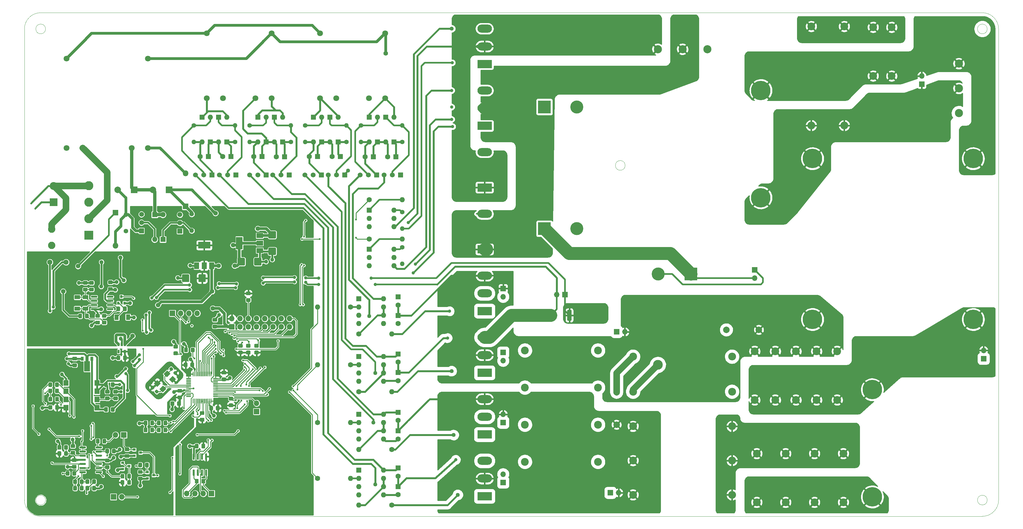
<source format=gbr>
%TF.GenerationSoftware,KiCad,Pcbnew,5.99.0-unknown-1f9723c~101~ubuntu18.04.1*%
%TF.CreationDate,2020-06-08T02:15:50+03:00*%
%TF.ProjectId,WaveUltrasonics,57617665-556c-4747-9261-736f6e696373,rev?*%
%TF.SameCoordinates,Original*%
%TF.FileFunction,Copper,L1,Top*%
%TF.FilePolarity,Positive*%
%FSLAX46Y46*%
G04 Gerber Fmt 4.6, Leading zero omitted, Abs format (unit mm)*
G04 Created by KiCad (PCBNEW 5.99.0-unknown-1f9723c~101~ubuntu18.04.1) date 2020-06-08 02:15:50*
%MOMM*%
%LPD*%
G01*
G04 APERTURE LIST*
%TA.AperFunction,Profile*%
%ADD10C,0.050000*%
%TD*%
%TA.AperFunction,ComponentPad*%
%ADD11O,1.700000X1.700000*%
%TD*%
%TA.AperFunction,ComponentPad*%
%ADD12R,1.700000X1.700000*%
%TD*%
%TA.AperFunction,SMDPad,CuDef*%
%ADD13R,0.650000X1.060000*%
%TD*%
%TA.AperFunction,SMDPad,CuDef*%
%ADD14R,2.000000X1.500000*%
%TD*%
%TA.AperFunction,SMDPad,CuDef*%
%ADD15R,2.000000X3.800000*%
%TD*%
%TA.AperFunction,SMDPad,CuDef*%
%ADD16R,1.500000X2.000000*%
%TD*%
%TA.AperFunction,SMDPad,CuDef*%
%ADD17R,3.800000X2.000000*%
%TD*%
%TA.AperFunction,ComponentPad*%
%ADD18C,1.600000*%
%TD*%
%TA.AperFunction,ComponentPad*%
%ADD19C,2.250000*%
%TD*%
%TA.AperFunction,SMDPad,CuDef*%
%ADD20R,0.800000X0.900000*%
%TD*%
%TA.AperFunction,ComponentPad*%
%ADD21O,1.600000X1.600000*%
%TD*%
%TA.AperFunction,ComponentPad*%
%ADD22R,1.600000X1.600000*%
%TD*%
%TA.AperFunction,ComponentPad*%
%ADD23R,1.500000X1.500000*%
%TD*%
%TA.AperFunction,ComponentPad*%
%ADD24C,1.500000*%
%TD*%
%TA.AperFunction,ComponentPad*%
%ADD25O,2.400000X2.400000*%
%TD*%
%TA.AperFunction,ComponentPad*%
%ADD26C,2.400000*%
%TD*%
%TA.AperFunction,SMDPad,CuDef*%
%ADD27R,1.300000X1.700000*%
%TD*%
%TA.AperFunction,SMDPad,CuDef*%
%ADD28R,1.700000X1.300000*%
%TD*%
%TA.AperFunction,ComponentPad*%
%ADD29C,4.000000*%
%TD*%
%TA.AperFunction,ComponentPad*%
%ADD30R,4.000000X4.000000*%
%TD*%
%TA.AperFunction,SMDPad,CuDef*%
%ADD31R,0.900000X1.300000*%
%TD*%
%TA.AperFunction,SMDPad,CuDef*%
%ADD32R,0.900000X0.800000*%
%TD*%
%TA.AperFunction,ComponentPad*%
%ADD33C,2.000000*%
%TD*%
%TA.AperFunction,ComponentPad*%
%ADD34C,6.000000*%
%TD*%
%TA.AperFunction,SMDPad,CuDef*%
%ADD35R,1.520000X1.780000*%
%TD*%
%TA.AperFunction,SMDPad,CuDef*%
%ADD36R,1.520000X1.750000*%
%TD*%
%TA.AperFunction,ComponentPad*%
%ADD37C,1.800000*%
%TD*%
%TA.AperFunction,ComponentPad*%
%ADD38O,1.400000X1.400000*%
%TD*%
%TA.AperFunction,ComponentPad*%
%ADD39C,1.400000*%
%TD*%
%TA.AperFunction,ComponentPad*%
%ADD40R,4.500000X2.500000*%
%TD*%
%TA.AperFunction,ComponentPad*%
%ADD41O,4.500000X2.500000*%
%TD*%
%TA.AperFunction,ComponentPad*%
%ADD42C,2.500000*%
%TD*%
%TA.AperFunction,ComponentPad*%
%ADD43R,2.800000X2.800000*%
%TD*%
%TA.AperFunction,ComponentPad*%
%ADD44C,2.800000*%
%TD*%
%TA.AperFunction,ComponentPad*%
%ADD45O,1.800000X1.800000*%
%TD*%
%TA.AperFunction,ComponentPad*%
%ADD46R,1.800000X1.800000*%
%TD*%
%TA.AperFunction,ComponentPad*%
%ADD47R,2.400000X2.400000*%
%TD*%
%TA.AperFunction,ComponentPad*%
%ADD48R,2.000000X2.000000*%
%TD*%
%TA.AperFunction,ViaPad*%
%ADD49C,1.200000*%
%TD*%
%TA.AperFunction,ViaPad*%
%ADD50C,0.600000*%
%TD*%
%TA.AperFunction,ViaPad*%
%ADD51C,1.000000*%
%TD*%
%TA.AperFunction,ViaPad*%
%ADD52C,1.400000*%
%TD*%
%TA.AperFunction,ViaPad*%
%ADD53C,1.250000*%
%TD*%
%TA.AperFunction,ViaPad*%
%ADD54C,3.000000*%
%TD*%
%TA.AperFunction,Conductor*%
%ADD55C,0.600000*%
%TD*%
%TA.AperFunction,Conductor*%
%ADD56C,0.250000*%
%TD*%
%TA.AperFunction,Conductor*%
%ADD57C,0.500000*%
%TD*%
%TA.AperFunction,Conductor*%
%ADD58C,0.850000*%
%TD*%
%TA.AperFunction,Conductor*%
%ADD59C,0.300000*%
%TD*%
%TA.AperFunction,Conductor*%
%ADD60C,4.000000*%
%TD*%
%TA.AperFunction,Conductor*%
%ADD61C,2.000000*%
%TD*%
%TA.AperFunction,Conductor*%
%ADD62C,1.000000*%
%TD*%
%TA.AperFunction,Conductor*%
%ADD63C,0.254000*%
%TD*%
G04 APERTURE END LIST*
D10*
X246500000Y-105000000D02*
G75*
G03*
X246500000Y-105000000I-1500000J0D01*
G01*
X61500000Y-63000000D02*
G75*
G02*
X66500000Y-58000000I5000000J0D01*
G01*
X68000000Y-63000000D02*
G75*
G03*
X68000000Y-63000000I-1500000J0D01*
G01*
X68000000Y-208000000D02*
G75*
G03*
X68000000Y-208000000I-1500000J0D01*
G01*
X66500000Y-213000000D02*
G75*
G02*
X61500000Y-208000000I0J5000000D01*
G01*
X358000000Y-63000000D02*
G75*
G03*
X358000000Y-63000000I-1500000J0D01*
G01*
X358000000Y-208000000D02*
G75*
G03*
X358000000Y-208000000I-1500000J0D01*
G01*
X361500000Y-208000000D02*
G75*
G02*
X356500000Y-213000000I-5000000J0D01*
G01*
X356500000Y-58000000D02*
G75*
G02*
X361500000Y-63000000I0J-5000000D01*
G01*
X61500000Y-208000000D02*
X61500000Y-63000000D01*
X356500000Y-213000000D02*
X66500000Y-213000000D01*
X361500000Y-63000000D02*
X361500000Y-208000000D01*
X66500000Y-58000000D02*
X356500000Y-58000000D01*
%TO.P,R60,2*%
%TO.N,Net-(D30-Pad2)*%
%TA.AperFunction,SMDPad,CuDef*%
G36*
G01*
X103436000Y-183826999D02*
X103436000Y-184727001D01*
G75*
G02*
X103186001Y-184977000I-249999J0D01*
G01*
X102535999Y-184977000D01*
G75*
G02*
X102286000Y-184727001I0J249999D01*
G01*
X102286000Y-183826999D01*
G75*
G02*
X102535999Y-183577000I249999J0D01*
G01*
X103186001Y-183577000D01*
G75*
G02*
X103436000Y-183826999I0J-249999D01*
G01*
G37*
%TD.AperFunction*%
%TO.P,R60,1*%
%TO.N,/LED_RED*%
%TA.AperFunction,SMDPad,CuDef*%
G36*
G01*
X105486000Y-183826999D02*
X105486000Y-184727001D01*
G75*
G02*
X105236001Y-184977000I-249999J0D01*
G01*
X104585999Y-184977000D01*
G75*
G02*
X104336000Y-184727001I0J249999D01*
G01*
X104336000Y-183826999D01*
G75*
G02*
X104585999Y-183577000I249999J0D01*
G01*
X105236001Y-183577000D01*
G75*
G02*
X105486000Y-183826999I0J-249999D01*
G01*
G37*
%TD.AperFunction*%
%TD*%
%TO.P,R59,2*%
%TO.N,Net-(D29-Pad2)*%
%TA.AperFunction,SMDPad,CuDef*%
G36*
G01*
X103436000Y-185985999D02*
X103436000Y-186886001D01*
G75*
G02*
X103186001Y-187136000I-249999J0D01*
G01*
X102535999Y-187136000D01*
G75*
G02*
X102286000Y-186886001I0J249999D01*
G01*
X102286000Y-185985999D01*
G75*
G02*
X102535999Y-185736000I249999J0D01*
G01*
X103186001Y-185736000D01*
G75*
G02*
X103436000Y-185985999I0J-249999D01*
G01*
G37*
%TD.AperFunction*%
%TO.P,R59,1*%
%TO.N,/LED_BLUE*%
%TA.AperFunction,SMDPad,CuDef*%
G36*
G01*
X105486000Y-185985999D02*
X105486000Y-186886001D01*
G75*
G02*
X105236001Y-187136000I-249999J0D01*
G01*
X104585999Y-187136000D01*
G75*
G02*
X104336000Y-186886001I0J249999D01*
G01*
X104336000Y-185985999D01*
G75*
G02*
X104585999Y-185736000I249999J0D01*
G01*
X105236001Y-185736000D01*
G75*
G02*
X105486000Y-185985999I0J-249999D01*
G01*
G37*
%TD.AperFunction*%
%TD*%
%TO.P,D30,2,A*%
%TO.N,Net-(D30-Pad2)*%
%TA.AperFunction,SMDPad,CuDef*%
G36*
G01*
X100272000Y-184727001D02*
X100272000Y-183826999D01*
G75*
G02*
X100521999Y-183577000I249999J0D01*
G01*
X101172001Y-183577000D01*
G75*
G02*
X101422000Y-183826999I0J-249999D01*
G01*
X101422000Y-184727001D01*
G75*
G02*
X101172001Y-184977000I-249999J0D01*
G01*
X100521999Y-184977000D01*
G75*
G02*
X100272000Y-184727001I0J249999D01*
G01*
G37*
%TD.AperFunction*%
%TO.P,D30,1,K*%
%TO.N,GND*%
%TA.AperFunction,SMDPad,CuDef*%
G36*
G01*
X98222000Y-184727001D02*
X98222000Y-183826999D01*
G75*
G02*
X98471999Y-183577000I249999J0D01*
G01*
X99122001Y-183577000D01*
G75*
G02*
X99372000Y-183826999I0J-249999D01*
G01*
X99372000Y-184727001D01*
G75*
G02*
X99122001Y-184977000I-249999J0D01*
G01*
X98471999Y-184977000D01*
G75*
G02*
X98222000Y-184727001I0J249999D01*
G01*
G37*
%TD.AperFunction*%
%TD*%
%TO.P,D29,2,A*%
%TO.N,Net-(D29-Pad2)*%
%TA.AperFunction,SMDPad,CuDef*%
G36*
G01*
X100272000Y-186886001D02*
X100272000Y-185985999D01*
G75*
G02*
X100521999Y-185736000I249999J0D01*
G01*
X101172001Y-185736000D01*
G75*
G02*
X101422000Y-185985999I0J-249999D01*
G01*
X101422000Y-186886001D01*
G75*
G02*
X101172001Y-187136000I-249999J0D01*
G01*
X100521999Y-187136000D01*
G75*
G02*
X100272000Y-186886001I0J249999D01*
G01*
G37*
%TD.AperFunction*%
%TO.P,D29,1,K*%
%TO.N,GND*%
%TA.AperFunction,SMDPad,CuDef*%
G36*
G01*
X98222000Y-186886001D02*
X98222000Y-185985999D01*
G75*
G02*
X98471999Y-185736000I249999J0D01*
G01*
X99122001Y-185736000D01*
G75*
G02*
X99372000Y-185985999I0J-249999D01*
G01*
X99372000Y-186886001D01*
G75*
G02*
X99122001Y-187136000I-249999J0D01*
G01*
X98471999Y-187136000D01*
G75*
G02*
X98222000Y-186886001I0J249999D01*
G01*
G37*
%TD.AperFunction*%
%TD*%
D11*
%TO.P,J6,4,Pin_4*%
%TO.N,Net-(C66-Pad1)*%
X111496010Y-205984010D03*
%TO.P,J6,3,Pin_3*%
%TO.N,Net-(J6-Pad3)*%
X114036010Y-205984010D03*
%TO.P,J6,2,Pin_2*%
%TO.N,Net-(J6-Pad2)*%
X116576010Y-205984010D03*
D12*
%TO.P,J6,1,Pin_1*%
%TO.N,Net-(C66-Pad2)*%
X119116010Y-205984010D03*
%TD*%
%TO.P,U16,8,VDD2*%
%TO.N,Net-(C66-Pad2)*%
%TA.AperFunction,SMDPad,CuDef*%
G36*
G01*
X117315010Y-198594010D02*
X117615010Y-198594010D01*
G75*
G02*
X117765010Y-198744010I0J-150000D01*
G01*
X117765010Y-200394010D01*
G75*
G02*
X117615010Y-200544010I-150000J0D01*
G01*
X117315010Y-200544010D01*
G75*
G02*
X117165010Y-200394010I0J150000D01*
G01*
X117165010Y-198744010D01*
G75*
G02*
X117315010Y-198594010I150000J0D01*
G01*
G37*
%TD.AperFunction*%
%TO.P,U16,7,VIA*%
%TO.N,Net-(J6-Pad2)*%
%TA.AperFunction,SMDPad,CuDef*%
G36*
G01*
X116045010Y-198594010D02*
X116345010Y-198594010D01*
G75*
G02*
X116495010Y-198744010I0J-150000D01*
G01*
X116495010Y-200394010D01*
G75*
G02*
X116345010Y-200544010I-150000J0D01*
G01*
X116045010Y-200544010D01*
G75*
G02*
X115895010Y-200394010I0J150000D01*
G01*
X115895010Y-198744010D01*
G75*
G02*
X116045010Y-198594010I150000J0D01*
G01*
G37*
%TD.AperFunction*%
%TO.P,U16,6,VOB*%
%TO.N,Net-(J6-Pad3)*%
%TA.AperFunction,SMDPad,CuDef*%
G36*
G01*
X114775010Y-198594010D02*
X115075010Y-198594010D01*
G75*
G02*
X115225010Y-198744010I0J-150000D01*
G01*
X115225010Y-200394010D01*
G75*
G02*
X115075010Y-200544010I-150000J0D01*
G01*
X114775010Y-200544010D01*
G75*
G02*
X114625010Y-200394010I0J150000D01*
G01*
X114625010Y-198744010D01*
G75*
G02*
X114775010Y-198594010I150000J0D01*
G01*
G37*
%TD.AperFunction*%
%TO.P,U16,5,GND2*%
%TO.N,Net-(C66-Pad1)*%
%TA.AperFunction,SMDPad,CuDef*%
G36*
G01*
X113505010Y-198594010D02*
X113805010Y-198594010D01*
G75*
G02*
X113955010Y-198744010I0J-150000D01*
G01*
X113955010Y-200394010D01*
G75*
G02*
X113805010Y-200544010I-150000J0D01*
G01*
X113505010Y-200544010D01*
G75*
G02*
X113355010Y-200394010I0J150000D01*
G01*
X113355010Y-198744010D01*
G75*
G02*
X113505010Y-198594010I150000J0D01*
G01*
G37*
%TD.AperFunction*%
%TO.P,U16,4,GND1*%
%TO.N,GND*%
%TA.AperFunction,SMDPad,CuDef*%
G36*
G01*
X113505010Y-193644010D02*
X113805010Y-193644010D01*
G75*
G02*
X113955010Y-193794010I0J-150000D01*
G01*
X113955010Y-195444010D01*
G75*
G02*
X113805010Y-195594010I-150000J0D01*
G01*
X113505010Y-195594010D01*
G75*
G02*
X113355010Y-195444010I0J150000D01*
G01*
X113355010Y-193794010D01*
G75*
G02*
X113505010Y-193644010I150000J0D01*
G01*
G37*
%TD.AperFunction*%
%TO.P,U16,3,VIB*%
%TO.N,/USART_TX*%
%TA.AperFunction,SMDPad,CuDef*%
G36*
G01*
X114775010Y-193644010D02*
X115075010Y-193644010D01*
G75*
G02*
X115225010Y-193794010I0J-150000D01*
G01*
X115225010Y-195444010D01*
G75*
G02*
X115075010Y-195594010I-150000J0D01*
G01*
X114775010Y-195594010D01*
G75*
G02*
X114625010Y-195444010I0J150000D01*
G01*
X114625010Y-193794010D01*
G75*
G02*
X114775010Y-193644010I150000J0D01*
G01*
G37*
%TD.AperFunction*%
%TO.P,U16,2,VOA*%
%TO.N,/SELF_IN*%
%TA.AperFunction,SMDPad,CuDef*%
G36*
G01*
X116045010Y-193644010D02*
X116345010Y-193644010D01*
G75*
G02*
X116495010Y-193794010I0J-150000D01*
G01*
X116495010Y-195444010D01*
G75*
G02*
X116345010Y-195594010I-150000J0D01*
G01*
X116045010Y-195594010D01*
G75*
G02*
X115895010Y-195444010I0J150000D01*
G01*
X115895010Y-193794010D01*
G75*
G02*
X116045010Y-193644010I150000J0D01*
G01*
G37*
%TD.AperFunction*%
%TO.P,U16,1,VDD1*%
%TO.N,VDD*%
%TA.AperFunction,SMDPad,CuDef*%
G36*
G01*
X117315010Y-193644010D02*
X117615010Y-193644010D01*
G75*
G02*
X117765010Y-193794010I0J-150000D01*
G01*
X117765010Y-195444010D01*
G75*
G02*
X117615010Y-195594010I-150000J0D01*
G01*
X117315010Y-195594010D01*
G75*
G02*
X117165010Y-195444010I0J150000D01*
G01*
X117165010Y-193794010D01*
G75*
G02*
X117315010Y-193644010I150000J0D01*
G01*
G37*
%TD.AperFunction*%
%TD*%
D13*
%TO.P,U7,5,OUT*%
%TO.N,VDDA*%
X92390000Y-162263000D03*
%TO.P,U7,4,NC*%
%TO.N,N/C*%
X90490000Y-162263000D03*
%TO.P,U7,3,EN*%
%TO.N,+5V*%
X90490000Y-160063000D03*
%TO.P,U7,2,GND*%
%TO.N,GND*%
X91440000Y-160063000D03*
%TO.P,U7,1,IN*%
%TO.N,+5V*%
X92390000Y-160063000D03*
%TD*%
%TO.P,C66,2*%
%TO.N,Net-(C66-Pad2)*%
%TA.AperFunction,SMDPad,CuDef*%
G36*
G01*
X116010010Y-202624011D02*
X116010010Y-201724009D01*
G75*
G02*
X116260009Y-201474010I249999J0D01*
G01*
X116910011Y-201474010D01*
G75*
G02*
X117160010Y-201724009I0J-249999D01*
G01*
X117160010Y-202624011D01*
G75*
G02*
X116910011Y-202874010I-249999J0D01*
G01*
X116260009Y-202874010D01*
G75*
G02*
X116010010Y-202624011I0J249999D01*
G01*
G37*
%TD.AperFunction*%
%TO.P,C66,1*%
%TO.N,Net-(C66-Pad1)*%
%TA.AperFunction,SMDPad,CuDef*%
G36*
G01*
X113960010Y-202624011D02*
X113960010Y-201724009D01*
G75*
G02*
X114210009Y-201474010I249999J0D01*
G01*
X114860011Y-201474010D01*
G75*
G02*
X115110010Y-201724009I0J-249999D01*
G01*
X115110010Y-202624011D01*
G75*
G02*
X114860011Y-202874010I-249999J0D01*
G01*
X114210009Y-202874010D01*
G75*
G02*
X113960010Y-202624011I0J249999D01*
G01*
G37*
%TD.AperFunction*%
%TD*%
%TO.P,C65,2*%
%TO.N,VDD*%
%TA.AperFunction,SMDPad,CuDef*%
G36*
G01*
X116010010Y-191829011D02*
X116010010Y-190929009D01*
G75*
G02*
X116260009Y-190679010I249999J0D01*
G01*
X116910011Y-190679010D01*
G75*
G02*
X117160010Y-190929009I0J-249999D01*
G01*
X117160010Y-191829011D01*
G75*
G02*
X116910011Y-192079010I-249999J0D01*
G01*
X116260009Y-192079010D01*
G75*
G02*
X116010010Y-191829011I0J249999D01*
G01*
G37*
%TD.AperFunction*%
%TO.P,C65,1*%
%TO.N,GND*%
%TA.AperFunction,SMDPad,CuDef*%
G36*
G01*
X113960010Y-191829011D02*
X113960010Y-190929009D01*
G75*
G02*
X114210009Y-190679010I249999J0D01*
G01*
X114860011Y-190679010D01*
G75*
G02*
X115110010Y-190929009I0J-249999D01*
G01*
X115110010Y-191829011D01*
G75*
G02*
X114860011Y-192079010I-249999J0D01*
G01*
X114210009Y-192079010D01*
G75*
G02*
X113960010Y-191829011I0J249999D01*
G01*
G37*
%TD.AperFunction*%
%TD*%
%TO.P,C40,2*%
%TO.N,GND*%
%TA.AperFunction,SMDPad,CuDef*%
G36*
G01*
X136869999Y-130320000D02*
X138720001Y-130320000D01*
G75*
G02*
X138970000Y-130569999I0J-249999D01*
G01*
X138970000Y-132320001D01*
G75*
G02*
X138720001Y-132570000I-249999J0D01*
G01*
X136869999Y-132570000D01*
G75*
G02*
X136620000Y-132320001I0J249999D01*
G01*
X136620000Y-130569999D01*
G75*
G02*
X136869999Y-130320000I249999J0D01*
G01*
G37*
%TD.AperFunction*%
%TO.P,C40,1*%
%TO.N,VCC*%
%TA.AperFunction,SMDPad,CuDef*%
G36*
G01*
X136869999Y-125220000D02*
X138720001Y-125220000D01*
G75*
G02*
X138970000Y-125469999I0J-249999D01*
G01*
X138970000Y-127220001D01*
G75*
G02*
X138720001Y-127470000I-249999J0D01*
G01*
X136869999Y-127470000D01*
G75*
G02*
X136620000Y-127220001I0J249999D01*
G01*
X136620000Y-125469999D01*
G75*
G02*
X136869999Y-125220000I249999J0D01*
G01*
G37*
%TD.AperFunction*%
%TD*%
%TO.P,C14,2*%
%TO.N,VDDA*%
%TA.AperFunction,SMDPad,CuDef*%
G36*
G01*
X91890000Y-164661001D02*
X91890000Y-163760999D01*
G75*
G02*
X92139999Y-163511000I249999J0D01*
G01*
X92790001Y-163511000D01*
G75*
G02*
X93040000Y-163760999I0J-249999D01*
G01*
X93040000Y-164661001D01*
G75*
G02*
X92790001Y-164911000I-249999J0D01*
G01*
X92139999Y-164911000D01*
G75*
G02*
X91890000Y-164661001I0J249999D01*
G01*
G37*
%TD.AperFunction*%
%TO.P,C14,1*%
%TO.N,GND*%
%TA.AperFunction,SMDPad,CuDef*%
G36*
G01*
X89840000Y-164661001D02*
X89840000Y-163760999D01*
G75*
G02*
X90089999Y-163511000I249999J0D01*
G01*
X90740001Y-163511000D01*
G75*
G02*
X90990000Y-163760999I0J-249999D01*
G01*
X90990000Y-164661001D01*
G75*
G02*
X90740001Y-164911000I-249999J0D01*
G01*
X90089999Y-164911000D01*
G75*
G02*
X89840000Y-164661001I0J249999D01*
G01*
G37*
%TD.AperFunction*%
%TD*%
%TO.P,C12,2*%
%TO.N,+5V*%
%TA.AperFunction,SMDPad,CuDef*%
G36*
G01*
X119691999Y-153993000D02*
X120592001Y-153993000D01*
G75*
G02*
X120842000Y-154242999I0J-249999D01*
G01*
X120842000Y-154893001D01*
G75*
G02*
X120592001Y-155143000I-249999J0D01*
G01*
X119691999Y-155143000D01*
G75*
G02*
X119442000Y-154893001I0J249999D01*
G01*
X119442000Y-154242999D01*
G75*
G02*
X119691999Y-153993000I249999J0D01*
G01*
G37*
%TD.AperFunction*%
%TO.P,C12,1*%
%TO.N,GND*%
%TA.AperFunction,SMDPad,CuDef*%
G36*
G01*
X119691999Y-151943000D02*
X120592001Y-151943000D01*
G75*
G02*
X120842000Y-152192999I0J-249999D01*
G01*
X120842000Y-152843001D01*
G75*
G02*
X120592001Y-153093000I-249999J0D01*
G01*
X119691999Y-153093000D01*
G75*
G02*
X119442000Y-152843001I0J249999D01*
G01*
X119442000Y-152192999D01*
G75*
G02*
X119691999Y-151943000I249999J0D01*
G01*
G37*
%TD.AperFunction*%
%TD*%
D14*
%TO.P,U6,1,GND*%
%TO.N,GND*%
X133960000Y-131195000D03*
%TO.P,U6,3,VI*%
%TO.N,VCC*%
X133960000Y-126595000D03*
%TO.P,U6,2,VO*%
%TO.N,+5V*%
X133960000Y-128895000D03*
D15*
X127660000Y-128895000D03*
%TD*%
%TO.P,C13,2*%
%TO.N,GND*%
%TA.AperFunction,SMDPad,CuDef*%
G36*
G01*
X132235000Y-135545001D02*
X132235000Y-133694999D01*
G75*
G02*
X132484999Y-133445000I249999J0D01*
G01*
X134235001Y-133445000D01*
G75*
G02*
X134485000Y-133694999I0J-249999D01*
G01*
X134485000Y-135545001D01*
G75*
G02*
X134235001Y-135795000I-249999J0D01*
G01*
X132484999Y-135795000D01*
G75*
G02*
X132235000Y-135545001I0J249999D01*
G01*
G37*
%TD.AperFunction*%
%TO.P,C13,1*%
%TO.N,+5V*%
%TA.AperFunction,SMDPad,CuDef*%
G36*
G01*
X127135000Y-135545001D02*
X127135000Y-133694999D01*
G75*
G02*
X127384999Y-133445000I249999J0D01*
G01*
X129135001Y-133445000D01*
G75*
G02*
X129385000Y-133694999I0J-249999D01*
G01*
X129385000Y-135545001D01*
G75*
G02*
X129135001Y-135795000I-249999J0D01*
G01*
X127384999Y-135795000D01*
G75*
G02*
X127135000Y-135545001I0J249999D01*
G01*
G37*
%TD.AperFunction*%
%TD*%
D16*
%TO.P,U14,1,GND*%
%TO.N,GND*%
X114540000Y-135865000D03*
%TO.P,U14,3,VI*%
%TO.N,+5V*%
X119140000Y-135865000D03*
%TO.P,U14,2,VO*%
%TO.N,VDD*%
X116840000Y-135865000D03*
D17*
X116840000Y-129565000D03*
%TD*%
%TO.P,C67,2*%
%TO.N,GND*%
%TA.AperFunction,SMDPad,CuDef*%
G36*
G01*
X112240000Y-138774999D02*
X112240000Y-140625001D01*
G75*
G02*
X111990001Y-140875000I-249999J0D01*
G01*
X110239999Y-140875000D01*
G75*
G02*
X109990000Y-140625001I0J249999D01*
G01*
X109990000Y-138774999D01*
G75*
G02*
X110239999Y-138525000I249999J0D01*
G01*
X111990001Y-138525000D01*
G75*
G02*
X112240000Y-138774999I0J-249999D01*
G01*
G37*
%TD.AperFunction*%
%TO.P,C67,1*%
%TO.N,VDD*%
%TA.AperFunction,SMDPad,CuDef*%
G36*
G01*
X117340000Y-138774999D02*
X117340000Y-140625001D01*
G75*
G02*
X117090001Y-140875000I-249999J0D01*
G01*
X115339999Y-140875000D01*
G75*
G02*
X115090000Y-140625001I0J249999D01*
G01*
X115090000Y-138774999D01*
G75*
G02*
X115339999Y-138525000I249999J0D01*
G01*
X117090001Y-138525000D01*
G75*
G02*
X117340000Y-138774999I0J-249999D01*
G01*
G37*
%TD.AperFunction*%
%TD*%
D18*
%TO.P,C48,2*%
%TO.N,VEE*%
X69295000Y-134770250D03*
%TO.P,C48,1*%
%TO.N,GND1*%
X74295000Y-134770250D03*
%TD*%
D19*
%TO.P,J4,2,Pin_2*%
%TO.N,GND1*%
X69850000Y-124650250D03*
%TO.P,J4,1,Pin_1*%
%TO.N,VEE*%
X69850000Y-129650250D03*
%TD*%
D11*
%TO.P,J5,4,Pin_4*%
%TO.N,GND*%
X114681000Y-150495000D03*
%TO.P,J5,3,Pin_3*%
%TO.N,/Mcu/SWDIO*%
X112141000Y-150495000D03*
%TO.P,J5,2,Pin_2*%
%TO.N,/Mcu/SWCLK*%
X109601000Y-150495000D03*
D12*
%TO.P,J5,1,Pin_1*%
%TO.N,/Mcu/NRST*%
X107061000Y-150495000D03*
%TD*%
D11*
%TO.P,J2,16,Pin_16*%
%TO.N,/Mcu/LCD_RS*%
X143129000Y-152146000D03*
%TO.P,J2,15,Pin_15*%
%TO.N,/Mcu/LCD_D4*%
X143129000Y-154686000D03*
%TO.P,J2,14,Pin_14*%
%TO.N,/Mcu/LCD_RW*%
X140589000Y-152146000D03*
%TO.P,J2,13,Pin_13*%
%TO.N,/Mcu/LCD_D5*%
X140589000Y-154686000D03*
%TO.P,J2,12,Pin_12*%
%TO.N,/Mcu/LCD_EN*%
X138049000Y-152146000D03*
%TO.P,J2,11,Pin_11*%
%TO.N,/Mcu/LCD_D6*%
X138049000Y-154686000D03*
%TO.P,J2,10,Pin_10*%
%TO.N,/Mcu/LCD_BSENS*%
X135509000Y-152146000D03*
%TO.P,J2,9,Pin_9*%
%TO.N,/Mcu/LCD_D7*%
X135509000Y-154686000D03*
%TO.P,J2,8,Pin_8*%
%TO.N,/Mcu/LCD_BKLIT*%
X132969000Y-152146000D03*
%TO.P,J2,7,Pin_7*%
%TO.N,/Mcu/B8*%
X132969000Y-154686000D03*
%TO.P,J2,6,Pin_6*%
%TO.N,/Mcu/B15*%
X130429000Y-152146000D03*
%TO.P,J2,5,Pin_5*%
%TO.N,/Mcu/B9*%
X130429000Y-154686000D03*
%TO.P,J2,4,Pin_4*%
%TO.N,GND*%
X127889000Y-152146000D03*
%TO.P,J2,3,Pin_3*%
%TO.N,/Mcu/A1*%
X127889000Y-154686000D03*
%TO.P,J2,2,Pin_2*%
%TO.N,VDD*%
X125349000Y-152146000D03*
D12*
%TO.P,J2,1,Pin_1*%
%TO.N,+5V*%
X125349000Y-154686000D03*
%TD*%
%TA.AperFunction,SMDPad,CuDef*%
%TO.P,Y1,3,3*%
%TO.N,Net-(C15-Pad2)*%
G36*
X105340685Y-170177208D02*
G01*
X104350736Y-169187259D01*
X105482107Y-168055888D01*
X106472056Y-169045837D01*
X105340685Y-170177208D01*
G37*
%TD.AperFunction*%
%TA.AperFunction,SMDPad,CuDef*%
%TO.P,Y1,2,2*%
%TO.N,GND*%
G36*
X107037741Y-171874264D02*
G01*
X106047792Y-170884315D01*
X107179163Y-169752944D01*
X108169112Y-170742893D01*
X107037741Y-171874264D01*
G37*
%TD.AperFunction*%
%TA.AperFunction,SMDPad,CuDef*%
%TO.P,Y1,1,1*%
%TO.N,Net-(C39-Pad2)*%
G36*
X104067893Y-174844112D02*
G01*
X103077944Y-173854163D01*
X104209315Y-172722792D01*
X105199264Y-173712741D01*
X104067893Y-174844112D01*
G37*
%TD.AperFunction*%
%TA.AperFunction,SMDPad,CuDef*%
%TO.P,Y1,4,4*%
%TO.N,GND*%
G36*
X102441548Y-173164027D02*
G01*
X101363917Y-172086396D01*
X102441548Y-171008765D01*
X103519179Y-172086396D01*
X102441548Y-173164027D01*
G37*
%TD.AperFunction*%
%TD*%
%TO.P,U15,48,VDD*%
%TO.N,VDD*%
%TA.AperFunction,SMDPad,CuDef*%
G36*
G01*
X113305000Y-169855000D02*
X113305000Y-168530000D01*
G75*
G02*
X113380000Y-168455000I75000J0D01*
G01*
X113530000Y-168455000D01*
G75*
G02*
X113605000Y-168530000I0J-75000D01*
G01*
X113605000Y-169855000D01*
G75*
G02*
X113530000Y-169930000I-75000J0D01*
G01*
X113380000Y-169930000D01*
G75*
G02*
X113305000Y-169855000I0J75000D01*
G01*
G37*
%TD.AperFunction*%
%TO.P,U15,47,VSS*%
%TO.N,GND*%
%TA.AperFunction,SMDPad,CuDef*%
G36*
G01*
X113805000Y-169855000D02*
X113805000Y-168530000D01*
G75*
G02*
X113880000Y-168455000I75000J0D01*
G01*
X114030000Y-168455000D01*
G75*
G02*
X114105000Y-168530000I0J-75000D01*
G01*
X114105000Y-169855000D01*
G75*
G02*
X114030000Y-169930000I-75000J0D01*
G01*
X113880000Y-169930000D01*
G75*
G02*
X113805000Y-169855000I0J75000D01*
G01*
G37*
%TD.AperFunction*%
%TO.P,U15,46,PB9*%
%TO.N,/Mcu/B9*%
%TA.AperFunction,SMDPad,CuDef*%
G36*
G01*
X114305000Y-169855000D02*
X114305000Y-168530000D01*
G75*
G02*
X114380000Y-168455000I75000J0D01*
G01*
X114530000Y-168455000D01*
G75*
G02*
X114605000Y-168530000I0J-75000D01*
G01*
X114605000Y-169855000D01*
G75*
G02*
X114530000Y-169930000I-75000J0D01*
G01*
X114380000Y-169930000D01*
G75*
G02*
X114305000Y-169855000I0J75000D01*
G01*
G37*
%TD.AperFunction*%
%TO.P,U15,45,PB8*%
%TO.N,/Mcu/B8*%
%TA.AperFunction,SMDPad,CuDef*%
G36*
G01*
X114805000Y-169855000D02*
X114805000Y-168530000D01*
G75*
G02*
X114880000Y-168455000I75000J0D01*
G01*
X115030000Y-168455000D01*
G75*
G02*
X115105000Y-168530000I0J-75000D01*
G01*
X115105000Y-169855000D01*
G75*
G02*
X115030000Y-169930000I-75000J0D01*
G01*
X114880000Y-169930000D01*
G75*
G02*
X114805000Y-169855000I0J75000D01*
G01*
G37*
%TD.AperFunction*%
%TO.P,U15,44,BOOT0*%
%TO.N,Net-(R58-Pad2)*%
%TA.AperFunction,SMDPad,CuDef*%
G36*
G01*
X115305000Y-169855000D02*
X115305000Y-168530000D01*
G75*
G02*
X115380000Y-168455000I75000J0D01*
G01*
X115530000Y-168455000D01*
G75*
G02*
X115605000Y-168530000I0J-75000D01*
G01*
X115605000Y-169855000D01*
G75*
G02*
X115530000Y-169930000I-75000J0D01*
G01*
X115380000Y-169930000D01*
G75*
G02*
X115305000Y-169855000I0J75000D01*
G01*
G37*
%TD.AperFunction*%
%TO.P,U15,43,PB7*%
%TO.N,/Mcu/LCD_D7*%
%TA.AperFunction,SMDPad,CuDef*%
G36*
G01*
X115805000Y-169855000D02*
X115805000Y-168530000D01*
G75*
G02*
X115880000Y-168455000I75000J0D01*
G01*
X116030000Y-168455000D01*
G75*
G02*
X116105000Y-168530000I0J-75000D01*
G01*
X116105000Y-169855000D01*
G75*
G02*
X116030000Y-169930000I-75000J0D01*
G01*
X115880000Y-169930000D01*
G75*
G02*
X115805000Y-169855000I0J75000D01*
G01*
G37*
%TD.AperFunction*%
%TO.P,U15,42,PB6*%
%TO.N,/Mcu/LCD_D6*%
%TA.AperFunction,SMDPad,CuDef*%
G36*
G01*
X116305000Y-169855000D02*
X116305000Y-168530000D01*
G75*
G02*
X116380000Y-168455000I75000J0D01*
G01*
X116530000Y-168455000D01*
G75*
G02*
X116605000Y-168530000I0J-75000D01*
G01*
X116605000Y-169855000D01*
G75*
G02*
X116530000Y-169930000I-75000J0D01*
G01*
X116380000Y-169930000D01*
G75*
G02*
X116305000Y-169855000I0J75000D01*
G01*
G37*
%TD.AperFunction*%
%TO.P,U15,41,PB5*%
%TO.N,/Mcu/LCD_D5*%
%TA.AperFunction,SMDPad,CuDef*%
G36*
G01*
X116805000Y-169855000D02*
X116805000Y-168530000D01*
G75*
G02*
X116880000Y-168455000I75000J0D01*
G01*
X117030000Y-168455000D01*
G75*
G02*
X117105000Y-168530000I0J-75000D01*
G01*
X117105000Y-169855000D01*
G75*
G02*
X117030000Y-169930000I-75000J0D01*
G01*
X116880000Y-169930000D01*
G75*
G02*
X116805000Y-169855000I0J75000D01*
G01*
G37*
%TD.AperFunction*%
%TO.P,U15,40,PB4*%
%TO.N,/Mcu/LCD_D4*%
%TA.AperFunction,SMDPad,CuDef*%
G36*
G01*
X117305000Y-169855000D02*
X117305000Y-168530000D01*
G75*
G02*
X117380000Y-168455000I75000J0D01*
G01*
X117530000Y-168455000D01*
G75*
G02*
X117605000Y-168530000I0J-75000D01*
G01*
X117605000Y-169855000D01*
G75*
G02*
X117530000Y-169930000I-75000J0D01*
G01*
X117380000Y-169930000D01*
G75*
G02*
X117305000Y-169855000I0J75000D01*
G01*
G37*
%TD.AperFunction*%
%TO.P,U15,39,PB3*%
%TO.N,/Mcu/LCD_RS*%
%TA.AperFunction,SMDPad,CuDef*%
G36*
G01*
X117805000Y-169855000D02*
X117805000Y-168530000D01*
G75*
G02*
X117880000Y-168455000I75000J0D01*
G01*
X118030000Y-168455000D01*
G75*
G02*
X118105000Y-168530000I0J-75000D01*
G01*
X118105000Y-169855000D01*
G75*
G02*
X118030000Y-169930000I-75000J0D01*
G01*
X117880000Y-169930000D01*
G75*
G02*
X117805000Y-169855000I0J75000D01*
G01*
G37*
%TD.AperFunction*%
%TO.P,U15,38,PA15*%
%TO.N,/Mcu/LCD_RW*%
%TA.AperFunction,SMDPad,CuDef*%
G36*
G01*
X118305000Y-169855000D02*
X118305000Y-168530000D01*
G75*
G02*
X118380000Y-168455000I75000J0D01*
G01*
X118530000Y-168455000D01*
G75*
G02*
X118605000Y-168530000I0J-75000D01*
G01*
X118605000Y-169855000D01*
G75*
G02*
X118530000Y-169930000I-75000J0D01*
G01*
X118380000Y-169930000D01*
G75*
G02*
X118305000Y-169855000I0J75000D01*
G01*
G37*
%TD.AperFunction*%
%TO.P,U15,37,PA14*%
%TO.N,/Mcu/SWCLK*%
%TA.AperFunction,SMDPad,CuDef*%
G36*
G01*
X118805000Y-169855000D02*
X118805000Y-168530000D01*
G75*
G02*
X118880000Y-168455000I75000J0D01*
G01*
X119030000Y-168455000D01*
G75*
G02*
X119105000Y-168530000I0J-75000D01*
G01*
X119105000Y-169855000D01*
G75*
G02*
X119030000Y-169930000I-75000J0D01*
G01*
X118880000Y-169930000D01*
G75*
G02*
X118805000Y-169855000I0J75000D01*
G01*
G37*
%TD.AperFunction*%
%TO.P,U15,36,VDD*%
%TO.N,VDD*%
%TA.AperFunction,SMDPad,CuDef*%
G36*
G01*
X119630000Y-170680000D02*
X119630000Y-170530000D01*
G75*
G02*
X119705000Y-170455000I75000J0D01*
G01*
X121030000Y-170455000D01*
G75*
G02*
X121105000Y-170530000I0J-75000D01*
G01*
X121105000Y-170680000D01*
G75*
G02*
X121030000Y-170755000I-75000J0D01*
G01*
X119705000Y-170755000D01*
G75*
G02*
X119630000Y-170680000I0J75000D01*
G01*
G37*
%TD.AperFunction*%
%TO.P,U15,35,VSS*%
%TO.N,GND*%
%TA.AperFunction,SMDPad,CuDef*%
G36*
G01*
X119630000Y-171180000D02*
X119630000Y-171030000D01*
G75*
G02*
X119705000Y-170955000I75000J0D01*
G01*
X121030000Y-170955000D01*
G75*
G02*
X121105000Y-171030000I0J-75000D01*
G01*
X121105000Y-171180000D01*
G75*
G02*
X121030000Y-171255000I-75000J0D01*
G01*
X119705000Y-171255000D01*
G75*
G02*
X119630000Y-171180000I0J75000D01*
G01*
G37*
%TD.AperFunction*%
%TO.P,U15,34,PA13*%
%TO.N,/Mcu/SWDIO*%
%TA.AperFunction,SMDPad,CuDef*%
G36*
G01*
X119630000Y-171680000D02*
X119630000Y-171530000D01*
G75*
G02*
X119705000Y-171455000I75000J0D01*
G01*
X121030000Y-171455000D01*
G75*
G02*
X121105000Y-171530000I0J-75000D01*
G01*
X121105000Y-171680000D01*
G75*
G02*
X121030000Y-171755000I-75000J0D01*
G01*
X119705000Y-171755000D01*
G75*
G02*
X119630000Y-171680000I0J75000D01*
G01*
G37*
%TD.AperFunction*%
%TO.P,U15,33,PA12*%
%TO.N,/Mcu/LCD_EN*%
%TA.AperFunction,SMDPad,CuDef*%
G36*
G01*
X119630000Y-172180000D02*
X119630000Y-172030000D01*
G75*
G02*
X119705000Y-171955000I75000J0D01*
G01*
X121030000Y-171955000D01*
G75*
G02*
X121105000Y-172030000I0J-75000D01*
G01*
X121105000Y-172180000D01*
G75*
G02*
X121030000Y-172255000I-75000J0D01*
G01*
X119705000Y-172255000D01*
G75*
G02*
X119630000Y-172180000I0J75000D01*
G01*
G37*
%TD.AperFunction*%
%TO.P,U15,32,PA11*%
%TO.N,/Mcu/LCD_BSENS*%
%TA.AperFunction,SMDPad,CuDef*%
G36*
G01*
X119630000Y-172680000D02*
X119630000Y-172530000D01*
G75*
G02*
X119705000Y-172455000I75000J0D01*
G01*
X121030000Y-172455000D01*
G75*
G02*
X121105000Y-172530000I0J-75000D01*
G01*
X121105000Y-172680000D01*
G75*
G02*
X121030000Y-172755000I-75000J0D01*
G01*
X119705000Y-172755000D01*
G75*
G02*
X119630000Y-172680000I0J75000D01*
G01*
G37*
%TD.AperFunction*%
%TO.P,U15,31,PA10*%
%TO.N,/Mcu/LCD_BKLIT*%
%TA.AperFunction,SMDPad,CuDef*%
G36*
G01*
X119630000Y-173180000D02*
X119630000Y-173030000D01*
G75*
G02*
X119705000Y-172955000I75000J0D01*
G01*
X121030000Y-172955000D01*
G75*
G02*
X121105000Y-173030000I0J-75000D01*
G01*
X121105000Y-173180000D01*
G75*
G02*
X121030000Y-173255000I-75000J0D01*
G01*
X119705000Y-173255000D01*
G75*
G02*
X119630000Y-173180000I0J75000D01*
G01*
G37*
%TD.AperFunction*%
%TO.P,U15,30,PA9*%
%TO.N,/HBRIDGE_B_LSIDE*%
%TA.AperFunction,SMDPad,CuDef*%
G36*
G01*
X119630000Y-173680000D02*
X119630000Y-173530000D01*
G75*
G02*
X119705000Y-173455000I75000J0D01*
G01*
X121030000Y-173455000D01*
G75*
G02*
X121105000Y-173530000I0J-75000D01*
G01*
X121105000Y-173680000D01*
G75*
G02*
X121030000Y-173755000I-75000J0D01*
G01*
X119705000Y-173755000D01*
G75*
G02*
X119630000Y-173680000I0J75000D01*
G01*
G37*
%TD.AperFunction*%
%TO.P,U15,29,PA8*%
%TO.N,/HBRIDGE_A_HSIDE*%
%TA.AperFunction,SMDPad,CuDef*%
G36*
G01*
X119630000Y-174180000D02*
X119630000Y-174030000D01*
G75*
G02*
X119705000Y-173955000I75000J0D01*
G01*
X121030000Y-173955000D01*
G75*
G02*
X121105000Y-174030000I0J-75000D01*
G01*
X121105000Y-174180000D01*
G75*
G02*
X121030000Y-174255000I-75000J0D01*
G01*
X119705000Y-174255000D01*
G75*
G02*
X119630000Y-174180000I0J75000D01*
G01*
G37*
%TD.AperFunction*%
%TO.P,U15,28,PB15*%
%TO.N,/Mcu/B15*%
%TA.AperFunction,SMDPad,CuDef*%
G36*
G01*
X119630000Y-174680000D02*
X119630000Y-174530000D01*
G75*
G02*
X119705000Y-174455000I75000J0D01*
G01*
X121030000Y-174455000D01*
G75*
G02*
X121105000Y-174530000I0J-75000D01*
G01*
X121105000Y-174680000D01*
G75*
G02*
X121030000Y-174755000I-75000J0D01*
G01*
X119705000Y-174755000D01*
G75*
G02*
X119630000Y-174680000I0J75000D01*
G01*
G37*
%TD.AperFunction*%
%TO.P,U15,27,PB14*%
%TO.N,/HBRIDGE_B_HSIDE*%
%TA.AperFunction,SMDPad,CuDef*%
G36*
G01*
X119630000Y-175180000D02*
X119630000Y-175030000D01*
G75*
G02*
X119705000Y-174955000I75000J0D01*
G01*
X121030000Y-174955000D01*
G75*
G02*
X121105000Y-175030000I0J-75000D01*
G01*
X121105000Y-175180000D01*
G75*
G02*
X121030000Y-175255000I-75000J0D01*
G01*
X119705000Y-175255000D01*
G75*
G02*
X119630000Y-175180000I0J75000D01*
G01*
G37*
%TD.AperFunction*%
%TO.P,U15,26,PB13*%
%TO.N,/HBRIDGE_A_LSIDE*%
%TA.AperFunction,SMDPad,CuDef*%
G36*
G01*
X119630000Y-175680000D02*
X119630000Y-175530000D01*
G75*
G02*
X119705000Y-175455000I75000J0D01*
G01*
X121030000Y-175455000D01*
G75*
G02*
X121105000Y-175530000I0J-75000D01*
G01*
X121105000Y-175680000D01*
G75*
G02*
X121030000Y-175755000I-75000J0D01*
G01*
X119705000Y-175755000D01*
G75*
G02*
X119630000Y-175680000I0J75000D01*
G01*
G37*
%TD.AperFunction*%
%TO.P,U15,25,PB12*%
%TO.N,/OVERCURRENT*%
%TA.AperFunction,SMDPad,CuDef*%
G36*
G01*
X119630000Y-176180000D02*
X119630000Y-176030000D01*
G75*
G02*
X119705000Y-175955000I75000J0D01*
G01*
X121030000Y-175955000D01*
G75*
G02*
X121105000Y-176030000I0J-75000D01*
G01*
X121105000Y-176180000D01*
G75*
G02*
X121030000Y-176255000I-75000J0D01*
G01*
X119705000Y-176255000D01*
G75*
G02*
X119630000Y-176180000I0J75000D01*
G01*
G37*
%TD.AperFunction*%
%TO.P,U15,24,VDD*%
%TO.N,VDD*%
%TA.AperFunction,SMDPad,CuDef*%
G36*
G01*
X118805000Y-178180000D02*
X118805000Y-176855000D01*
G75*
G02*
X118880000Y-176780000I75000J0D01*
G01*
X119030000Y-176780000D01*
G75*
G02*
X119105000Y-176855000I0J-75000D01*
G01*
X119105000Y-178180000D01*
G75*
G02*
X119030000Y-178255000I-75000J0D01*
G01*
X118880000Y-178255000D01*
G75*
G02*
X118805000Y-178180000I0J75000D01*
G01*
G37*
%TD.AperFunction*%
%TO.P,U15,23,VSS*%
%TO.N,GND*%
%TA.AperFunction,SMDPad,CuDef*%
G36*
G01*
X118305000Y-178180000D02*
X118305000Y-176855000D01*
G75*
G02*
X118380000Y-176780000I75000J0D01*
G01*
X118530000Y-176780000D01*
G75*
G02*
X118605000Y-176855000I0J-75000D01*
G01*
X118605000Y-178180000D01*
G75*
G02*
X118530000Y-178255000I-75000J0D01*
G01*
X118380000Y-178255000D01*
G75*
G02*
X118305000Y-178180000I0J75000D01*
G01*
G37*
%TD.AperFunction*%
%TO.P,U15,22,PB11*%
%TO.N,/SELF_IN*%
%TA.AperFunction,SMDPad,CuDef*%
G36*
G01*
X117805000Y-178180000D02*
X117805000Y-176855000D01*
G75*
G02*
X117880000Y-176780000I75000J0D01*
G01*
X118030000Y-176780000D01*
G75*
G02*
X118105000Y-176855000I0J-75000D01*
G01*
X118105000Y-178180000D01*
G75*
G02*
X118030000Y-178255000I-75000J0D01*
G01*
X117880000Y-178255000D01*
G75*
G02*
X117805000Y-178180000I0J75000D01*
G01*
G37*
%TD.AperFunction*%
%TO.P,U15,21,PB10*%
%TO.N,/USART_TX*%
%TA.AperFunction,SMDPad,CuDef*%
G36*
G01*
X117305000Y-178180000D02*
X117305000Y-176855000D01*
G75*
G02*
X117380000Y-176780000I75000J0D01*
G01*
X117530000Y-176780000D01*
G75*
G02*
X117605000Y-176855000I0J-75000D01*
G01*
X117605000Y-178180000D01*
G75*
G02*
X117530000Y-178255000I-75000J0D01*
G01*
X117380000Y-178255000D01*
G75*
G02*
X117305000Y-178180000I0J75000D01*
G01*
G37*
%TD.AperFunction*%
%TO.P,U15,20,PB2*%
%TO.N,N/C*%
%TA.AperFunction,SMDPad,CuDef*%
G36*
G01*
X116805000Y-178180000D02*
X116805000Y-176855000D01*
G75*
G02*
X116880000Y-176780000I75000J0D01*
G01*
X117030000Y-176780000D01*
G75*
G02*
X117105000Y-176855000I0J-75000D01*
G01*
X117105000Y-178180000D01*
G75*
G02*
X117030000Y-178255000I-75000J0D01*
G01*
X116880000Y-178255000D01*
G75*
G02*
X116805000Y-178180000I0J75000D01*
G01*
G37*
%TD.AperFunction*%
%TO.P,U15,19,PB1*%
%TO.N,/ZERO_CROSSING*%
%TA.AperFunction,SMDPad,CuDef*%
G36*
G01*
X116305000Y-178180000D02*
X116305000Y-176855000D01*
G75*
G02*
X116380000Y-176780000I75000J0D01*
G01*
X116530000Y-176780000D01*
G75*
G02*
X116605000Y-176855000I0J-75000D01*
G01*
X116605000Y-178180000D01*
G75*
G02*
X116530000Y-178255000I-75000J0D01*
G01*
X116380000Y-178255000D01*
G75*
G02*
X116305000Y-178180000I0J75000D01*
G01*
G37*
%TD.AperFunction*%
%TO.P,U15,18,PB0*%
%TA.AperFunction,SMDPad,CuDef*%
G36*
G01*
X115805000Y-178180000D02*
X115805000Y-176855000D01*
G75*
G02*
X115880000Y-176780000I75000J0D01*
G01*
X116030000Y-176780000D01*
G75*
G02*
X116105000Y-176855000I0J-75000D01*
G01*
X116105000Y-178180000D01*
G75*
G02*
X116030000Y-178255000I-75000J0D01*
G01*
X115880000Y-178255000D01*
G75*
G02*
X115805000Y-178180000I0J75000D01*
G01*
G37*
%TD.AperFunction*%
%TO.P,U15,17,PA7*%
%TO.N,/THRISTOR1_DRV*%
%TA.AperFunction,SMDPad,CuDef*%
G36*
G01*
X115305000Y-178180000D02*
X115305000Y-176855000D01*
G75*
G02*
X115380000Y-176780000I75000J0D01*
G01*
X115530000Y-176780000D01*
G75*
G02*
X115605000Y-176855000I0J-75000D01*
G01*
X115605000Y-178180000D01*
G75*
G02*
X115530000Y-178255000I-75000J0D01*
G01*
X115380000Y-178255000D01*
G75*
G02*
X115305000Y-178180000I0J75000D01*
G01*
G37*
%TD.AperFunction*%
%TO.P,U15,16,PA6*%
%TO.N,/THRISTOR0_DRV*%
%TA.AperFunction,SMDPad,CuDef*%
G36*
G01*
X114805000Y-178180000D02*
X114805000Y-176855000D01*
G75*
G02*
X114880000Y-176780000I75000J0D01*
G01*
X115030000Y-176780000D01*
G75*
G02*
X115105000Y-176855000I0J-75000D01*
G01*
X115105000Y-178180000D01*
G75*
G02*
X115030000Y-178255000I-75000J0D01*
G01*
X114880000Y-178255000D01*
G75*
G02*
X114805000Y-178180000I0J75000D01*
G01*
G37*
%TD.AperFunction*%
%TO.P,U15,15,PA5*%
%TO.N,/LED_RED*%
%TA.AperFunction,SMDPad,CuDef*%
G36*
G01*
X114305000Y-178180000D02*
X114305000Y-176855000D01*
G75*
G02*
X114380000Y-176780000I75000J0D01*
G01*
X114530000Y-176780000D01*
G75*
G02*
X114605000Y-176855000I0J-75000D01*
G01*
X114605000Y-178180000D01*
G75*
G02*
X114530000Y-178255000I-75000J0D01*
G01*
X114380000Y-178255000D01*
G75*
G02*
X114305000Y-178180000I0J75000D01*
G01*
G37*
%TD.AperFunction*%
%TO.P,U15,14,PA4*%
%TO.N,/LED_BLUE*%
%TA.AperFunction,SMDPad,CuDef*%
G36*
G01*
X113805000Y-178180000D02*
X113805000Y-176855000D01*
G75*
G02*
X113880000Y-176780000I75000J0D01*
G01*
X114030000Y-176780000D01*
G75*
G02*
X114105000Y-176855000I0J-75000D01*
G01*
X114105000Y-178180000D01*
G75*
G02*
X114030000Y-178255000I-75000J0D01*
G01*
X113880000Y-178255000D01*
G75*
G02*
X113805000Y-178180000I0J75000D01*
G01*
G37*
%TD.AperFunction*%
%TO.P,U15,13,PA3*%
%TO.N,N/C*%
%TA.AperFunction,SMDPad,CuDef*%
G36*
G01*
X113305000Y-178180000D02*
X113305000Y-176855000D01*
G75*
G02*
X113380000Y-176780000I75000J0D01*
G01*
X113530000Y-176780000D01*
G75*
G02*
X113605000Y-176855000I0J-75000D01*
G01*
X113605000Y-178180000D01*
G75*
G02*
X113530000Y-178255000I-75000J0D01*
G01*
X113380000Y-178255000D01*
G75*
G02*
X113305000Y-178180000I0J75000D01*
G01*
G37*
%TD.AperFunction*%
%TO.P,U15,12,PA2*%
%TA.AperFunction,SMDPad,CuDef*%
G36*
G01*
X111305000Y-176180000D02*
X111305000Y-176030000D01*
G75*
G02*
X111380000Y-175955000I75000J0D01*
G01*
X112705000Y-175955000D01*
G75*
G02*
X112780000Y-176030000I0J-75000D01*
G01*
X112780000Y-176180000D01*
G75*
G02*
X112705000Y-176255000I-75000J0D01*
G01*
X111380000Y-176255000D01*
G75*
G02*
X111305000Y-176180000I0J75000D01*
G01*
G37*
%TD.AperFunction*%
%TO.P,U15,11,PA1*%
%TO.N,/Mcu/A1*%
%TA.AperFunction,SMDPad,CuDef*%
G36*
G01*
X111305000Y-175680000D02*
X111305000Y-175530000D01*
G75*
G02*
X111380000Y-175455000I75000J0D01*
G01*
X112705000Y-175455000D01*
G75*
G02*
X112780000Y-175530000I0J-75000D01*
G01*
X112780000Y-175680000D01*
G75*
G02*
X112705000Y-175755000I-75000J0D01*
G01*
X111380000Y-175755000D01*
G75*
G02*
X111305000Y-175680000I0J75000D01*
G01*
G37*
%TD.AperFunction*%
%TO.P,U15,10,PA0*%
%TO.N,/ISENS*%
%TA.AperFunction,SMDPad,CuDef*%
G36*
G01*
X111305000Y-175180000D02*
X111305000Y-175030000D01*
G75*
G02*
X111380000Y-174955000I75000J0D01*
G01*
X112705000Y-174955000D01*
G75*
G02*
X112780000Y-175030000I0J-75000D01*
G01*
X112780000Y-175180000D01*
G75*
G02*
X112705000Y-175255000I-75000J0D01*
G01*
X111380000Y-175255000D01*
G75*
G02*
X111305000Y-175180000I0J75000D01*
G01*
G37*
%TD.AperFunction*%
%TO.P,U15,9,VDDA*%
%TO.N,VDDA*%
%TA.AperFunction,SMDPad,CuDef*%
G36*
G01*
X111305000Y-174680000D02*
X111305000Y-174530000D01*
G75*
G02*
X111380000Y-174455000I75000J0D01*
G01*
X112705000Y-174455000D01*
G75*
G02*
X112780000Y-174530000I0J-75000D01*
G01*
X112780000Y-174680000D01*
G75*
G02*
X112705000Y-174755000I-75000J0D01*
G01*
X111380000Y-174755000D01*
G75*
G02*
X111305000Y-174680000I0J75000D01*
G01*
G37*
%TD.AperFunction*%
%TO.P,U15,8,VSSA*%
%TO.N,GND*%
%TA.AperFunction,SMDPad,CuDef*%
G36*
G01*
X111305000Y-174180000D02*
X111305000Y-174030000D01*
G75*
G02*
X111380000Y-173955000I75000J0D01*
G01*
X112705000Y-173955000D01*
G75*
G02*
X112780000Y-174030000I0J-75000D01*
G01*
X112780000Y-174180000D01*
G75*
G02*
X112705000Y-174255000I-75000J0D01*
G01*
X111380000Y-174255000D01*
G75*
G02*
X111305000Y-174180000I0J75000D01*
G01*
G37*
%TD.AperFunction*%
%TO.P,U15,7,NRST*%
%TO.N,/Mcu/NRST*%
%TA.AperFunction,SMDPad,CuDef*%
G36*
G01*
X111305000Y-173680000D02*
X111305000Y-173530000D01*
G75*
G02*
X111380000Y-173455000I75000J0D01*
G01*
X112705000Y-173455000D01*
G75*
G02*
X112780000Y-173530000I0J-75000D01*
G01*
X112780000Y-173680000D01*
G75*
G02*
X112705000Y-173755000I-75000J0D01*
G01*
X111380000Y-173755000D01*
G75*
G02*
X111305000Y-173680000I0J75000D01*
G01*
G37*
%TD.AperFunction*%
%TO.P,U15,6,PD1*%
%TO.N,Net-(C39-Pad2)*%
%TA.AperFunction,SMDPad,CuDef*%
G36*
G01*
X111305000Y-173180000D02*
X111305000Y-173030000D01*
G75*
G02*
X111380000Y-172955000I75000J0D01*
G01*
X112705000Y-172955000D01*
G75*
G02*
X112780000Y-173030000I0J-75000D01*
G01*
X112780000Y-173180000D01*
G75*
G02*
X112705000Y-173255000I-75000J0D01*
G01*
X111380000Y-173255000D01*
G75*
G02*
X111305000Y-173180000I0J75000D01*
G01*
G37*
%TD.AperFunction*%
%TO.P,U15,5,PD0*%
%TO.N,Net-(C15-Pad2)*%
%TA.AperFunction,SMDPad,CuDef*%
G36*
G01*
X111305000Y-172680000D02*
X111305000Y-172530000D01*
G75*
G02*
X111380000Y-172455000I75000J0D01*
G01*
X112705000Y-172455000D01*
G75*
G02*
X112780000Y-172530000I0J-75000D01*
G01*
X112780000Y-172680000D01*
G75*
G02*
X112705000Y-172755000I-75000J0D01*
G01*
X111380000Y-172755000D01*
G75*
G02*
X111305000Y-172680000I0J75000D01*
G01*
G37*
%TD.AperFunction*%
%TO.P,U15,4,PC15*%
%TO.N,N/C*%
%TA.AperFunction,SMDPad,CuDef*%
G36*
G01*
X111305000Y-172180000D02*
X111305000Y-172030000D01*
G75*
G02*
X111380000Y-171955000I75000J0D01*
G01*
X112705000Y-171955000D01*
G75*
G02*
X112780000Y-172030000I0J-75000D01*
G01*
X112780000Y-172180000D01*
G75*
G02*
X112705000Y-172255000I-75000J0D01*
G01*
X111380000Y-172255000D01*
G75*
G02*
X111305000Y-172180000I0J75000D01*
G01*
G37*
%TD.AperFunction*%
%TO.P,U15,3,PC14*%
%TA.AperFunction,SMDPad,CuDef*%
G36*
G01*
X111305000Y-171680000D02*
X111305000Y-171530000D01*
G75*
G02*
X111380000Y-171455000I75000J0D01*
G01*
X112705000Y-171455000D01*
G75*
G02*
X112780000Y-171530000I0J-75000D01*
G01*
X112780000Y-171680000D01*
G75*
G02*
X112705000Y-171755000I-75000J0D01*
G01*
X111380000Y-171755000D01*
G75*
G02*
X111305000Y-171680000I0J75000D01*
G01*
G37*
%TD.AperFunction*%
%TO.P,U15,2,PC13*%
%TA.AperFunction,SMDPad,CuDef*%
G36*
G01*
X111305000Y-171180000D02*
X111305000Y-171030000D01*
G75*
G02*
X111380000Y-170955000I75000J0D01*
G01*
X112705000Y-170955000D01*
G75*
G02*
X112780000Y-171030000I0J-75000D01*
G01*
X112780000Y-171180000D01*
G75*
G02*
X112705000Y-171255000I-75000J0D01*
G01*
X111380000Y-171255000D01*
G75*
G02*
X111305000Y-171180000I0J75000D01*
G01*
G37*
%TD.AperFunction*%
%TO.P,U15,1,VBAT*%
%TO.N,VDD*%
%TA.AperFunction,SMDPad,CuDef*%
G36*
G01*
X111305000Y-170680000D02*
X111305000Y-170530000D01*
G75*
G02*
X111380000Y-170455000I75000J0D01*
G01*
X112705000Y-170455000D01*
G75*
G02*
X112780000Y-170530000I0J-75000D01*
G01*
X112780000Y-170680000D01*
G75*
G02*
X112705000Y-170755000I-75000J0D01*
G01*
X111380000Y-170755000D01*
G75*
G02*
X111305000Y-170680000I0J75000D01*
G01*
G37*
%TD.AperFunction*%
%TD*%
%TO.P,R58,2*%
%TO.N,Net-(R58-Pad2)*%
%TA.AperFunction,SMDPad,CuDef*%
G36*
G01*
X112727000Y-162248001D02*
X112727000Y-161347999D01*
G75*
G02*
X112976999Y-161098000I249999J0D01*
G01*
X113627001Y-161098000D01*
G75*
G02*
X113877000Y-161347999I0J-249999D01*
G01*
X113877000Y-162248001D01*
G75*
G02*
X113627001Y-162498000I-249999J0D01*
G01*
X112976999Y-162498000D01*
G75*
G02*
X112727000Y-162248001I0J249999D01*
G01*
G37*
%TD.AperFunction*%
%TO.P,R58,1*%
%TO.N,GND*%
%TA.AperFunction,SMDPad,CuDef*%
G36*
G01*
X110677000Y-162248001D02*
X110677000Y-161347999D01*
G75*
G02*
X110926999Y-161098000I249999J0D01*
G01*
X111577001Y-161098000D01*
G75*
G02*
X111827000Y-161347999I0J-249999D01*
G01*
X111827000Y-162248001D01*
G75*
G02*
X111577001Y-162498000I-249999J0D01*
G01*
X110926999Y-162498000D01*
G75*
G02*
X110677000Y-162248001I0J249999D01*
G01*
G37*
%TD.AperFunction*%
%TD*%
%TO.P,C64,2*%
%TO.N,VDDA*%
%TA.AperFunction,SMDPad,CuDef*%
G36*
G01*
X108527000Y-178758001D02*
X108527000Y-177857999D01*
G75*
G02*
X108776999Y-177608000I249999J0D01*
G01*
X109427001Y-177608000D01*
G75*
G02*
X109677000Y-177857999I0J-249999D01*
G01*
X109677000Y-178758001D01*
G75*
G02*
X109427001Y-179008000I-249999J0D01*
G01*
X108776999Y-179008000D01*
G75*
G02*
X108527000Y-178758001I0J249999D01*
G01*
G37*
%TD.AperFunction*%
%TO.P,C64,1*%
%TO.N,GND*%
%TA.AperFunction,SMDPad,CuDef*%
G36*
G01*
X106477000Y-178758001D02*
X106477000Y-177857999D01*
G75*
G02*
X106726999Y-177608000I249999J0D01*
G01*
X107377001Y-177608000D01*
G75*
G02*
X107627000Y-177857999I0J-249999D01*
G01*
X107627000Y-178758001D01*
G75*
G02*
X107377001Y-179008000I-249999J0D01*
G01*
X106726999Y-179008000D01*
G75*
G02*
X106477000Y-178758001I0J249999D01*
G01*
G37*
%TD.AperFunction*%
%TD*%
%TO.P,C63,2*%
%TO.N,GND*%
%TA.AperFunction,SMDPad,CuDef*%
G36*
G01*
X109797001Y-174937000D02*
X108896999Y-174937000D01*
G75*
G02*
X108647000Y-174687001I0J249999D01*
G01*
X108647000Y-174036999D01*
G75*
G02*
X108896999Y-173787000I249999J0D01*
G01*
X109797001Y-173787000D01*
G75*
G02*
X110047000Y-174036999I0J-249999D01*
G01*
X110047000Y-174687001D01*
G75*
G02*
X109797001Y-174937000I-249999J0D01*
G01*
G37*
%TD.AperFunction*%
%TO.P,C63,1*%
%TO.N,VDDA*%
%TA.AperFunction,SMDPad,CuDef*%
G36*
G01*
X109797001Y-176987000D02*
X108896999Y-176987000D01*
G75*
G02*
X108647000Y-176737001I0J249999D01*
G01*
X108647000Y-176086999D01*
G75*
G02*
X108896999Y-175837000I249999J0D01*
G01*
X109797001Y-175837000D01*
G75*
G02*
X110047000Y-176086999I0J-249999D01*
G01*
X110047000Y-176737001D01*
G75*
G02*
X109797001Y-176987000I-249999J0D01*
G01*
G37*
%TD.AperFunction*%
%TD*%
%TO.P,C61,2*%
%TO.N,GND*%
%TA.AperFunction,SMDPad,CuDef*%
G36*
G01*
X119565000Y-179254999D02*
X119565000Y-180155001D01*
G75*
G02*
X119315001Y-180405000I-249999J0D01*
G01*
X118664999Y-180405000D01*
G75*
G02*
X118415000Y-180155001I0J249999D01*
G01*
X118415000Y-179254999D01*
G75*
G02*
X118664999Y-179005000I249999J0D01*
G01*
X119315001Y-179005000D01*
G75*
G02*
X119565000Y-179254999I0J-249999D01*
G01*
G37*
%TD.AperFunction*%
%TO.P,C61,1*%
%TO.N,VDD*%
%TA.AperFunction,SMDPad,CuDef*%
G36*
G01*
X121615000Y-179254999D02*
X121615000Y-180155001D01*
G75*
G02*
X121365001Y-180405000I-249999J0D01*
G01*
X120714999Y-180405000D01*
G75*
G02*
X120465000Y-180155001I0J249999D01*
G01*
X120465000Y-179254999D01*
G75*
G02*
X120714999Y-179005000I249999J0D01*
G01*
X121365001Y-179005000D01*
G75*
G02*
X121615000Y-179254999I0J-249999D01*
G01*
G37*
%TD.AperFunction*%
%TD*%
%TO.P,C50,2*%
%TO.N,GND*%
%TA.AperFunction,SMDPad,CuDef*%
G36*
G01*
X112600000Y-166820001D02*
X112600000Y-165919999D01*
G75*
G02*
X112849999Y-165670000I249999J0D01*
G01*
X113500001Y-165670000D01*
G75*
G02*
X113750000Y-165919999I0J-249999D01*
G01*
X113750000Y-166820001D01*
G75*
G02*
X113500001Y-167070000I-249999J0D01*
G01*
X112849999Y-167070000D01*
G75*
G02*
X112600000Y-166820001I0J249999D01*
G01*
G37*
%TD.AperFunction*%
%TO.P,C50,1*%
%TO.N,VDD*%
%TA.AperFunction,SMDPad,CuDef*%
G36*
G01*
X110550000Y-166820001D02*
X110550000Y-165919999D01*
G75*
G02*
X110799999Y-165670000I249999J0D01*
G01*
X111450001Y-165670000D01*
G75*
G02*
X111700000Y-165919999I0J-249999D01*
G01*
X111700000Y-166820001D01*
G75*
G02*
X111450001Y-167070000I-249999J0D01*
G01*
X110799999Y-167070000D01*
G75*
G02*
X110550000Y-166820001I0J249999D01*
G01*
G37*
%TD.AperFunction*%
%TD*%
%TO.P,C49,2*%
%TO.N,GND*%
%TA.AperFunction,SMDPad,CuDef*%
G36*
G01*
X108527001Y-161348000D02*
X107626999Y-161348000D01*
G75*
G02*
X107377000Y-161098001I0J249999D01*
G01*
X107377000Y-160447999D01*
G75*
G02*
X107626999Y-160198000I249999J0D01*
G01*
X108527001Y-160198000D01*
G75*
G02*
X108777000Y-160447999I0J-249999D01*
G01*
X108777000Y-161098001D01*
G75*
G02*
X108527001Y-161348000I-249999J0D01*
G01*
G37*
%TD.AperFunction*%
%TO.P,C49,1*%
%TO.N,/Mcu/NRST*%
%TA.AperFunction,SMDPad,CuDef*%
G36*
G01*
X108527001Y-163398000D02*
X107626999Y-163398000D01*
G75*
G02*
X107377000Y-163148001I0J249999D01*
G01*
X107377000Y-162497999D01*
G75*
G02*
X107626999Y-162248000I249999J0D01*
G01*
X108527001Y-162248000D01*
G75*
G02*
X108777000Y-162497999I0J-249999D01*
G01*
X108777000Y-163148001D01*
G75*
G02*
X108527001Y-163398000I-249999J0D01*
G01*
G37*
%TD.AperFunction*%
%TD*%
%TO.P,C39,2*%
%TO.N,Net-(C39-Pad2)*%
%TA.AperFunction,SMDPad,CuDef*%
G36*
G01*
X101679549Y-174405425D02*
X102015425Y-174069549D01*
G75*
G02*
X102351301Y-174069549I167938J-167938D01*
G01*
X102757887Y-174476135D01*
G75*
G02*
X102757887Y-174812011I-167938J-167938D01*
G01*
X102422011Y-175147887D01*
G75*
G02*
X102086135Y-175147887I-167938J167938D01*
G01*
X101679549Y-174741301D01*
G75*
G02*
X101679549Y-174405425I167938J167938D01*
G01*
G37*
%TD.AperFunction*%
%TO.P,C39,1*%
%TO.N,GND*%
%TA.AperFunction,SMDPad,CuDef*%
G36*
G01*
X100442113Y-173167989D02*
X100777989Y-172832113D01*
G75*
G02*
X101113865Y-172832113I167938J-167938D01*
G01*
X101520451Y-173238699D01*
G75*
G02*
X101520451Y-173574575I-167938J-167938D01*
G01*
X101184575Y-173910451D01*
G75*
G02*
X100848699Y-173910451I-167938J167938D01*
G01*
X100442113Y-173503865D01*
G75*
G02*
X100442113Y-173167989I167938J167938D01*
G01*
G37*
%TD.AperFunction*%
%TD*%
%TO.P,C15,2*%
%TO.N,Net-(C15-Pad2)*%
%TA.AperFunction,SMDPad,CuDef*%
G36*
G01*
X107235451Y-167859575D02*
X106899575Y-168195451D01*
G75*
G02*
X106563699Y-168195451I-167938J167938D01*
G01*
X106157113Y-167788865D01*
G75*
G02*
X106157113Y-167452989I167938J167938D01*
G01*
X106492989Y-167117113D01*
G75*
G02*
X106828865Y-167117113I167938J-167938D01*
G01*
X107235451Y-167523699D01*
G75*
G02*
X107235451Y-167859575I-167938J-167938D01*
G01*
G37*
%TD.AperFunction*%
%TO.P,C15,1*%
%TO.N,GND*%
%TA.AperFunction,SMDPad,CuDef*%
G36*
G01*
X108472887Y-169097011D02*
X108137011Y-169432887D01*
G75*
G02*
X107801135Y-169432887I-167938J167938D01*
G01*
X107394549Y-169026301D01*
G75*
G02*
X107394549Y-168690425I167938J167938D01*
G01*
X107730425Y-168354549D01*
G75*
G02*
X108066301Y-168354549I167938J-167938D01*
G01*
X108472887Y-168761135D01*
G75*
G02*
X108472887Y-169097011I-167938J-167938D01*
G01*
G37*
%TD.AperFunction*%
%TD*%
%TO.P,C62,2*%
%TO.N,GND*%
%TA.AperFunction,SMDPad,CuDef*%
G36*
G01*
X122485999Y-170249000D02*
X123386001Y-170249000D01*
G75*
G02*
X123636000Y-170498999I0J-249999D01*
G01*
X123636000Y-171149001D01*
G75*
G02*
X123386001Y-171399000I-249999J0D01*
G01*
X122485999Y-171399000D01*
G75*
G02*
X122236000Y-171149001I0J249999D01*
G01*
X122236000Y-170498999D01*
G75*
G02*
X122485999Y-170249000I249999J0D01*
G01*
G37*
%TD.AperFunction*%
%TO.P,C62,1*%
%TO.N,VDD*%
%TA.AperFunction,SMDPad,CuDef*%
G36*
G01*
X122485999Y-168199000D02*
X123386001Y-168199000D01*
G75*
G02*
X123636000Y-168448999I0J-249999D01*
G01*
X123636000Y-169099001D01*
G75*
G02*
X123386001Y-169349000I-249999J0D01*
G01*
X122485999Y-169349000D01*
G75*
G02*
X122236000Y-169099001I0J249999D01*
G01*
X122236000Y-168448999D01*
G75*
G02*
X122485999Y-168199000I249999J0D01*
G01*
G37*
%TD.AperFunction*%
%TD*%
%TO.P,R57,2*%
%TO.N,/Mcu/B8*%
%TA.AperFunction,SMDPad,CuDef*%
G36*
G01*
X133419001Y-161094000D02*
X132518999Y-161094000D01*
G75*
G02*
X132269000Y-160844001I0J249999D01*
G01*
X132269000Y-160193999D01*
G75*
G02*
X132518999Y-159944000I249999J0D01*
G01*
X133419001Y-159944000D01*
G75*
G02*
X133669000Y-160193999I0J-249999D01*
G01*
X133669000Y-160844001D01*
G75*
G02*
X133419001Y-161094000I-249999J0D01*
G01*
G37*
%TD.AperFunction*%
%TO.P,R57,1*%
%TO.N,VDD*%
%TA.AperFunction,SMDPad,CuDef*%
G36*
G01*
X133419001Y-163144000D02*
X132518999Y-163144000D01*
G75*
G02*
X132269000Y-162894001I0J249999D01*
G01*
X132269000Y-162243999D01*
G75*
G02*
X132518999Y-161994000I249999J0D01*
G01*
X133419001Y-161994000D01*
G75*
G02*
X133669000Y-162243999I0J-249999D01*
G01*
X133669000Y-162894001D01*
G75*
G02*
X133419001Y-163144000I-249999J0D01*
G01*
G37*
%TD.AperFunction*%
%TD*%
%TO.P,R56,2*%
%TO.N,/Mcu/B15*%
%TA.AperFunction,SMDPad,CuDef*%
G36*
G01*
X129978999Y-145865000D02*
X130879001Y-145865000D01*
G75*
G02*
X131129000Y-146114999I0J-249999D01*
G01*
X131129000Y-146765001D01*
G75*
G02*
X130879001Y-147015000I-249999J0D01*
G01*
X129978999Y-147015000D01*
G75*
G02*
X129729000Y-146765001I0J249999D01*
G01*
X129729000Y-146114999D01*
G75*
G02*
X129978999Y-145865000I249999J0D01*
G01*
G37*
%TD.AperFunction*%
%TO.P,R56,1*%
%TO.N,VDD*%
%TA.AperFunction,SMDPad,CuDef*%
G36*
G01*
X129978999Y-143815000D02*
X130879001Y-143815000D01*
G75*
G02*
X131129000Y-144064999I0J-249999D01*
G01*
X131129000Y-144715001D01*
G75*
G02*
X130879001Y-144965000I-249999J0D01*
G01*
X129978999Y-144965000D01*
G75*
G02*
X129729000Y-144715001I0J249999D01*
G01*
X129729000Y-144064999D01*
G75*
G02*
X129978999Y-143815000I249999J0D01*
G01*
G37*
%TD.AperFunction*%
%TD*%
%TO.P,R55,2*%
%TO.N,/Mcu/B9*%
%TA.AperFunction,SMDPad,CuDef*%
G36*
G01*
X130879001Y-161094000D02*
X129978999Y-161094000D01*
G75*
G02*
X129729000Y-160844001I0J249999D01*
G01*
X129729000Y-160193999D01*
G75*
G02*
X129978999Y-159944000I249999J0D01*
G01*
X130879001Y-159944000D01*
G75*
G02*
X131129000Y-160193999I0J-249999D01*
G01*
X131129000Y-160844001D01*
G75*
G02*
X130879001Y-161094000I-249999J0D01*
G01*
G37*
%TD.AperFunction*%
%TO.P,R55,1*%
%TO.N,VDD*%
%TA.AperFunction,SMDPad,CuDef*%
G36*
G01*
X130879001Y-163144000D02*
X129978999Y-163144000D01*
G75*
G02*
X129729000Y-162894001I0J249999D01*
G01*
X129729000Y-162243999D01*
G75*
G02*
X129978999Y-161994000I249999J0D01*
G01*
X130879001Y-161994000D01*
G75*
G02*
X131129000Y-162243999I0J-249999D01*
G01*
X131129000Y-162894001D01*
G75*
G02*
X130879001Y-163144000I-249999J0D01*
G01*
G37*
%TD.AperFunction*%
%TD*%
%TO.P,R54,2*%
%TO.N,/Mcu/A1*%
%TA.AperFunction,SMDPad,CuDef*%
G36*
G01*
X128466001Y-161094000D02*
X127565999Y-161094000D01*
G75*
G02*
X127316000Y-160844001I0J249999D01*
G01*
X127316000Y-160193999D01*
G75*
G02*
X127565999Y-159944000I249999J0D01*
G01*
X128466001Y-159944000D01*
G75*
G02*
X128716000Y-160193999I0J-249999D01*
G01*
X128716000Y-160844001D01*
G75*
G02*
X128466001Y-161094000I-249999J0D01*
G01*
G37*
%TD.AperFunction*%
%TO.P,R54,1*%
%TO.N,VDD*%
%TA.AperFunction,SMDPad,CuDef*%
G36*
G01*
X128466001Y-163144000D02*
X127565999Y-163144000D01*
G75*
G02*
X127316000Y-162894001I0J249999D01*
G01*
X127316000Y-162243999D01*
G75*
G02*
X127565999Y-161994000I249999J0D01*
G01*
X128466001Y-161994000D01*
G75*
G02*
X128716000Y-162243999I0J-249999D01*
G01*
X128716000Y-162894001D01*
G75*
G02*
X128466001Y-163144000I-249999J0D01*
G01*
G37*
%TD.AperFunction*%
%TD*%
%TO.P,R53,2*%
%TO.N,VDD*%
%TA.AperFunction,SMDPad,CuDef*%
G36*
G01*
X115754999Y-182695000D02*
X116655001Y-182695000D01*
G75*
G02*
X116905000Y-182944999I0J-249999D01*
G01*
X116905000Y-183595001D01*
G75*
G02*
X116655001Y-183845000I-249999J0D01*
G01*
X115754999Y-183845000D01*
G75*
G02*
X115505000Y-183595001I0J249999D01*
G01*
X115505000Y-182944999D01*
G75*
G02*
X115754999Y-182695000I249999J0D01*
G01*
G37*
%TD.AperFunction*%
%TO.P,R53,1*%
%TO.N,/ZERO_CROSSING*%
%TA.AperFunction,SMDPad,CuDef*%
G36*
G01*
X115754999Y-180645000D02*
X116655001Y-180645000D01*
G75*
G02*
X116905000Y-180894999I0J-249999D01*
G01*
X116905000Y-181545001D01*
G75*
G02*
X116655001Y-181795000I-249999J0D01*
G01*
X115754999Y-181795000D01*
G75*
G02*
X115505000Y-181545001I0J249999D01*
G01*
X115505000Y-180894999D01*
G75*
G02*
X115754999Y-180645000I249999J0D01*
G01*
G37*
%TD.AperFunction*%
%TD*%
D20*
%TO.P,Q17,3,C*%
%TO.N,/ZERO_CROSSING*%
X91344000Y-145348500D03*
%TO.P,Q17,2,E*%
%TO.N,GND*%
X92294000Y-147348500D03*
%TO.P,Q17,1,B*%
%TO.N,Net-(D28-Pad1)*%
X90394000Y-147348500D03*
%TD*%
%TO.P,R23,2*%
%TO.N,Net-(C7-Pad2)*%
%TA.AperFunction,SMDPad,CuDef*%
G36*
G01*
X76269000Y-200221001D02*
X76269000Y-199320999D01*
G75*
G02*
X76518999Y-199071000I249999J0D01*
G01*
X77169001Y-199071000D01*
G75*
G02*
X77419000Y-199320999I0J-249999D01*
G01*
X77419000Y-200221001D01*
G75*
G02*
X77169001Y-200471000I-249999J0D01*
G01*
X76518999Y-200471000D01*
G75*
G02*
X76269000Y-200221001I0J249999D01*
G01*
G37*
%TD.AperFunction*%
%TO.P,R23,1*%
%TO.N,Net-(C7-Pad1)*%
%TA.AperFunction,SMDPad,CuDef*%
G36*
G01*
X74219000Y-200221001D02*
X74219000Y-199320999D01*
G75*
G02*
X74468999Y-199071000I249999J0D01*
G01*
X75119001Y-199071000D01*
G75*
G02*
X75369000Y-199320999I0J-249999D01*
G01*
X75369000Y-200221001D01*
G75*
G02*
X75119001Y-200471000I-249999J0D01*
G01*
X74468999Y-200471000D01*
G75*
G02*
X74219000Y-200221001I0J249999D01*
G01*
G37*
%TD.AperFunction*%
%TD*%
%TO.P,R22,2*%
%TO.N,VDDA*%
%TA.AperFunction,SMDPad,CuDef*%
G36*
G01*
X92260000Y-202114999D02*
X92260000Y-203015001D01*
G75*
G02*
X92010001Y-203265000I-249999J0D01*
G01*
X91359999Y-203265000D01*
G75*
G02*
X91110000Y-203015001I0J249999D01*
G01*
X91110000Y-202114999D01*
G75*
G02*
X91359999Y-201865000I249999J0D01*
G01*
X92010001Y-201865000D01*
G75*
G02*
X92260000Y-202114999I0J-249999D01*
G01*
G37*
%TD.AperFunction*%
%TO.P,R22,1*%
%TO.N,Net-(R20-Pad1)*%
%TA.AperFunction,SMDPad,CuDef*%
G36*
G01*
X94310000Y-202114999D02*
X94310000Y-203015001D01*
G75*
G02*
X94060001Y-203265000I-249999J0D01*
G01*
X93409999Y-203265000D01*
G75*
G02*
X93160000Y-203015001I0J249999D01*
G01*
X93160000Y-202114999D01*
G75*
G02*
X93409999Y-201865000I249999J0D01*
G01*
X94060001Y-201865000D01*
G75*
G02*
X94310000Y-202114999I0J-249999D01*
G01*
G37*
%TD.AperFunction*%
%TD*%
%TO.P,C6,2*%
%TO.N,Net-(C6-Pad2)*%
%TA.AperFunction,SMDPad,CuDef*%
G36*
G01*
X78555000Y-204793001D02*
X78555000Y-203892999D01*
G75*
G02*
X78804999Y-203643000I249999J0D01*
G01*
X79455001Y-203643000D01*
G75*
G02*
X79705000Y-203892999I0J-249999D01*
G01*
X79705000Y-204793001D01*
G75*
G02*
X79455001Y-205043000I-249999J0D01*
G01*
X78804999Y-205043000D01*
G75*
G02*
X78555000Y-204793001I0J249999D01*
G01*
G37*
%TD.AperFunction*%
%TO.P,C6,1*%
%TO.N,Net-(C6-Pad1)*%
%TA.AperFunction,SMDPad,CuDef*%
G36*
G01*
X76505000Y-204793001D02*
X76505000Y-203892999D01*
G75*
G02*
X76754999Y-203643000I249999J0D01*
G01*
X77405001Y-203643000D01*
G75*
G02*
X77655000Y-203892999I0J-249999D01*
G01*
X77655000Y-204793001D01*
G75*
G02*
X77405001Y-205043000I-249999J0D01*
G01*
X76754999Y-205043000D01*
G75*
G02*
X76505000Y-204793001I0J249999D01*
G01*
G37*
%TD.AperFunction*%
%TD*%
D21*
%TO.P,U8,8,VCC*%
%TO.N,/GATE1_V+*%
X172085000Y-146050000D03*
%TO.P,U8,4,NC*%
%TO.N,N/C*%
X164465000Y-153670000D03*
%TO.P,U8,7,VO*%
%TO.N,Net-(R14-Pad1)*%
X172085000Y-148590000D03*
%TO.P,U8,3,C*%
%TO.N,GND*%
X164465000Y-151130000D03*
%TO.P,U8,6,VO*%
%TO.N,Net-(R14-Pad1)*%
X172085000Y-151130000D03*
%TO.P,U8,2,A*%
%TO.N,Net-(R12-Pad1)*%
X164465000Y-148590000D03*
%TO.P,U8,5,VEE*%
%TO.N,/GATE1_V-*%
X172085000Y-153670000D03*
D22*
%TO.P,U8,1,NC*%
%TO.N,N/C*%
X164465000Y-146050000D03*
%TD*%
D23*
%TO.P,Q14,1,C*%
%TO.N,Net-(C58-Pad2)*%
X119253000Y-107910000D03*
D24*
%TO.P,Q14,3,E*%
%TO.N,/GATE4_V-*%
X114173000Y-107910000D03*
%TO.P,Q14,2,B*%
%TO.N,Net-(D25-Pad2)*%
X116713000Y-107910000D03*
%TD*%
D23*
%TO.P,Q13,1,C*%
%TO.N,Net-(C57-Pad1)*%
X126619000Y-107910000D03*
D24*
%TO.P,Q13,3,E*%
%TO.N,/GATE4_V+*%
X121539000Y-107910000D03*
%TO.P,Q13,2,B*%
%TO.N,Net-(D24-Pad1)*%
X124079000Y-107910000D03*
%TD*%
D23*
%TO.P,Q12,1,C*%
%TO.N,Net-(C56-Pad2)*%
X135890000Y-107910000D03*
D24*
%TO.P,Q12,3,E*%
%TO.N,/GATE3_V-*%
X130810000Y-107910000D03*
%TO.P,Q12,2,B*%
%TO.N,Net-(D23-Pad2)*%
X133350000Y-107910000D03*
%TD*%
D23*
%TO.P,Q11,1,C*%
%TO.N,Net-(C55-Pad1)*%
X143002000Y-107910000D03*
D24*
%TO.P,Q11,3,E*%
%TO.N,/GATE3_V+*%
X137922000Y-107910000D03*
%TO.P,Q11,2,B*%
%TO.N,Net-(D22-Pad1)*%
X140462000Y-107910000D03*
%TD*%
D23*
%TO.P,Q10,1,C*%
%TO.N,Net-(C54-Pad2)*%
X152908000Y-107910000D03*
D24*
%TO.P,Q10,3,E*%
%TO.N,/GATE2_V-*%
X147828000Y-107910000D03*
%TO.P,Q10,2,B*%
%TO.N,Net-(D21-Pad2)*%
X150368000Y-107910000D03*
%TD*%
D23*
%TO.P,Q9,1,C*%
%TO.N,Net-(C53-Pad1)*%
X160147000Y-107910000D03*
D24*
%TO.P,Q9,3,E*%
%TO.N,/GATE2_V+*%
X155067000Y-107910000D03*
%TO.P,Q9,2,B*%
%TO.N,Net-(D20-Pad1)*%
X157607000Y-107910000D03*
%TD*%
D23*
%TO.P,Q8,1,C*%
%TO.N,Net-(C52-Pad2)*%
X169926000Y-107950000D03*
D24*
%TO.P,Q8,3,E*%
%TO.N,/GATE1_V-*%
X164846000Y-107950000D03*
%TO.P,Q8,2,B*%
%TO.N,Net-(D19-Pad2)*%
X167386000Y-107950000D03*
%TD*%
D23*
%TO.P,Q7,1,C*%
%TO.N,Net-(C51-Pad1)*%
X177292000Y-107950000D03*
D24*
%TO.P,Q7,3,E*%
%TO.N,/GATE1_V+*%
X172212000Y-107950000D03*
%TO.P,Q7,2,B*%
%TO.N,Net-(D18-Pad1)*%
X174752000Y-107950000D03*
%TD*%
D23*
%TO.P,Q6,1,C*%
%TO.N,Net-(C46-Pad2)*%
X97536000Y-125118250D03*
D24*
%TO.P,Q6,3,E*%
%TO.N,-15V*%
X97536000Y-120038250D03*
%TO.P,Q6,2,B*%
%TO.N,Net-(D9-Pad2)*%
X97536000Y-122578250D03*
%TD*%
D23*
%TO.P,Q5,1,C*%
%TO.N,VCC*%
X109347000Y-125245250D03*
D24*
%TO.P,Q5,3,E*%
%TO.N,+15V*%
X109347000Y-120165250D03*
%TO.P,Q5,2,B*%
%TO.N,Net-(D8-Pad1)*%
X109347000Y-122705250D03*
%TD*%
%TO.P,R52,2*%
%TO.N,-VDC*%
%TA.AperFunction,SMDPad,CuDef*%
G36*
G01*
X88100000Y-172930505D02*
X88100000Y-172030503D01*
G75*
G02*
X88349999Y-171780504I249999J0D01*
G01*
X89000001Y-171780504D01*
G75*
G02*
X89250000Y-172030503I0J-249999D01*
G01*
X89250000Y-172930505D01*
G75*
G02*
X89000001Y-173180504I-249999J0D01*
G01*
X88349999Y-173180504D01*
G75*
G02*
X88100000Y-172930505I0J249999D01*
G01*
G37*
%TD.AperFunction*%
%TO.P,R52,1*%
%TO.N,GND1*%
%TA.AperFunction,SMDPad,CuDef*%
G36*
G01*
X86050000Y-172930505D02*
X86050000Y-172030503D01*
G75*
G02*
X86299999Y-171780504I249999J0D01*
G01*
X86950001Y-171780504D01*
G75*
G02*
X87200000Y-172030503I0J-249999D01*
G01*
X87200000Y-172930505D01*
G75*
G02*
X86950001Y-173180504I-249999J0D01*
G01*
X86299999Y-173180504D01*
G75*
G02*
X86050000Y-172930505I0J249999D01*
G01*
G37*
%TD.AperFunction*%
%TD*%
D11*
%TO.P,TP12,2,2*%
%TO.N,/OVERCURRENT*%
X132969000Y-178181000D03*
D12*
%TO.P,TP12,1,1*%
%TO.N,GND*%
X132969000Y-180721000D03*
%TD*%
%TO.P,R34,2*%
%TO.N,Net-(Q16-Pad1)*%
%TA.AperFunction,SMDPad,CuDef*%
G36*
G01*
X97605001Y-199895000D02*
X96704999Y-199895000D01*
G75*
G02*
X96455000Y-199645001I0J249999D01*
G01*
X96455000Y-198994999D01*
G75*
G02*
X96704999Y-198745000I249999J0D01*
G01*
X97605001Y-198745000D01*
G75*
G02*
X97855000Y-198994999I0J-249999D01*
G01*
X97855000Y-199645001D01*
G75*
G02*
X97605001Y-199895000I-249999J0D01*
G01*
G37*
%TD.AperFunction*%
%TO.P,R34,1*%
%TO.N,GND*%
%TA.AperFunction,SMDPad,CuDef*%
G36*
G01*
X97605001Y-201945000D02*
X96704999Y-201945000D01*
G75*
G02*
X96455000Y-201695001I0J249999D01*
G01*
X96455000Y-201044999D01*
G75*
G02*
X96704999Y-200795000I249999J0D01*
G01*
X97605001Y-200795000D01*
G75*
G02*
X97855000Y-201044999I0J-249999D01*
G01*
X97855000Y-201695001D01*
G75*
G02*
X97605001Y-201945000I-249999J0D01*
G01*
G37*
%TD.AperFunction*%
%TD*%
%TO.P,R33,2*%
%TO.N,Net-(JP1-Pad1)*%
%TA.AperFunction,SMDPad,CuDef*%
G36*
G01*
X93550001Y-192947500D02*
X92649999Y-192947500D01*
G75*
G02*
X92400000Y-192697501I0J249999D01*
G01*
X92400000Y-192047499D01*
G75*
G02*
X92649999Y-191797500I249999J0D01*
G01*
X93550001Y-191797500D01*
G75*
G02*
X93800000Y-192047499I0J-249999D01*
G01*
X93800000Y-192697501D01*
G75*
G02*
X93550001Y-192947500I-249999J0D01*
G01*
G37*
%TD.AperFunction*%
%TO.P,R33,1*%
%TO.N,GND*%
%TA.AperFunction,SMDPad,CuDef*%
G36*
G01*
X93550001Y-194997500D02*
X92649999Y-194997500D01*
G75*
G02*
X92400000Y-194747501I0J249999D01*
G01*
X92400000Y-194097499D01*
G75*
G02*
X92649999Y-193847500I249999J0D01*
G01*
X93550001Y-193847500D01*
G75*
G02*
X93800000Y-194097499I0J-249999D01*
G01*
X93800000Y-194747501D01*
G75*
G02*
X93550001Y-194997500I-249999J0D01*
G01*
G37*
%TD.AperFunction*%
%TD*%
D25*
%TO.P,R30,2*%
%TO.N,Net-(C29-Pad1)*%
X279400000Y-195825000D03*
D26*
%TO.P,R30,1*%
%TO.N,/GATE3_GND*%
X248920000Y-195825000D03*
%TD*%
D25*
%TO.P,R29,2*%
%TO.N,Net-(C29-Pad1)*%
X279400000Y-185275000D03*
D26*
%TO.P,R29,1*%
%TO.N,/GATE3_GND*%
X248920000Y-185275000D03*
%TD*%
D25*
%TO.P,R26,2*%
%TO.N,Net-(C29-Pad1)*%
X279400000Y-206375000D03*
D26*
%TO.P,R26,1*%
%TO.N,/GATE3_GND*%
X248920000Y-206375000D03*
%TD*%
%TO.P,C38,2*%
%TO.N,+VDC*%
X215625000Y-196215000D03*
%TO.P,C38,1*%
%TO.N,-VDC*%
X238125000Y-196215000D03*
%TD*%
%TO.P,C21,2*%
%TO.N,+VDC*%
X215625000Y-173355000D03*
%TO.P,C21,1*%
%TO.N,-VDC*%
X238125000Y-173355000D03*
%TD*%
D27*
%TO.P,D28,2,A*%
%TO.N,GND*%
X93411500Y-151682500D03*
%TO.P,D28,1,K*%
%TO.N,Net-(D28-Pad1)*%
X89911500Y-151682500D03*
%TD*%
D28*
%TO.P,D27,2,A*%
%TO.N,Net-(D26-Pad1)*%
X80329000Y-145570000D03*
%TO.P,D27,1,K*%
%TO.N,Net-(D26-Pad2)*%
X80329000Y-149070000D03*
%TD*%
%TO.P,D26,2,A*%
%TO.N,Net-(D26-Pad2)*%
X77789000Y-149070000D03*
%TO.P,D26,1,K*%
%TO.N,Net-(D26-Pad1)*%
X77789000Y-145570000D03*
%TD*%
%TO.P,R8,2*%
%TO.N,VDD*%
%TA.AperFunction,SMDPad,CuDef*%
G36*
G01*
X124644999Y-178250000D02*
X125545001Y-178250000D01*
G75*
G02*
X125795000Y-178499999I0J-249999D01*
G01*
X125795000Y-179150001D01*
G75*
G02*
X125545001Y-179400000I-249999J0D01*
G01*
X124644999Y-179400000D01*
G75*
G02*
X124395000Y-179150001I0J249999D01*
G01*
X124395000Y-178499999D01*
G75*
G02*
X124644999Y-178250000I249999J0D01*
G01*
G37*
%TD.AperFunction*%
%TO.P,R8,1*%
%TO.N,/OVERCURRENT*%
%TA.AperFunction,SMDPad,CuDef*%
G36*
G01*
X124644999Y-176200000D02*
X125545001Y-176200000D01*
G75*
G02*
X125795000Y-176449999I0J-249999D01*
G01*
X125795000Y-177100001D01*
G75*
G02*
X125545001Y-177350000I-249999J0D01*
G01*
X124644999Y-177350000D01*
G75*
G02*
X124395000Y-177100001I0J249999D01*
G01*
X124395000Y-176449999D01*
G75*
G02*
X124644999Y-176200000I249999J0D01*
G01*
G37*
%TD.AperFunction*%
%TD*%
D29*
%TO.P,C3,2*%
%TO.N,-VDC*%
X231615000Y-86995000D03*
D30*
%TO.P,C3,1*%
%TO.N,+VDC*%
X221615000Y-86995000D03*
%TD*%
%TO.P,C2,1*%
%TO.N,+VDC*%
X266700000Y-138430000D03*
D29*
%TO.P,C2,2*%
%TO.N,-VDC*%
X256700000Y-138430000D03*
%TD*%
%TO.P,C1,2*%
%TO.N,-VDC*%
X231615000Y-124460000D03*
D30*
%TO.P,C1,1*%
%TO.N,+VDC*%
X221615000Y-124460000D03*
%TD*%
%TA.AperFunction,SMDPad,CuDef*%
%TO.P,U13,2,GND*%
%TO.N,GND1*%
G36*
X79905500Y-168416000D02*
G01*
X79905500Y-165290999D01*
X80322000Y-165290999D01*
X80322001Y-163816000D01*
X81222000Y-163816001D01*
X81221999Y-165291000D01*
X81638499Y-165291000D01*
X81638499Y-168416000D01*
X79905500Y-168416000D01*
G37*
%TD.AperFunction*%
D31*
%TO.P,U13,3,IN*%
%TO.N,VEE*%
X79272000Y-164466000D03*
%TO.P,U13,1,OUT*%
%TO.N,Net-(C9-Pad2)*%
X82272000Y-164466000D03*
%TD*%
D32*
%TO.P,U5,3,K*%
%TO.N,Net-(R20-Pad1)*%
X93710000Y-197485000D03*
%TO.P,U5,2,A*%
%TO.N,GND*%
X91710000Y-198435000D03*
%TO.P,U5,1,REF*%
%TO.N,Net-(R20-Pad1)*%
X91710000Y-196535000D03*
%TD*%
%TO.P,U3,14*%
%TO.N,Net-(R18-Pad2)*%
%TA.AperFunction,SMDPad,CuDef*%
G36*
G01*
X83415000Y-191920000D02*
X83415000Y-191620000D01*
G75*
G02*
X83565000Y-191470000I150000J0D01*
G01*
X85215000Y-191470000D01*
G75*
G02*
X85365000Y-191620000I0J-150000D01*
G01*
X85365000Y-191920000D01*
G75*
G02*
X85215000Y-192070000I-150000J0D01*
G01*
X83565000Y-192070000D01*
G75*
G02*
X83415000Y-191920000I0J150000D01*
G01*
G37*
%TD.AperFunction*%
%TO.P,U3,13,-*%
%TO.N,Net-(C22-Pad1)*%
%TA.AperFunction,SMDPad,CuDef*%
G36*
G01*
X83415000Y-193190000D02*
X83415000Y-192890000D01*
G75*
G02*
X83565000Y-192740000I150000J0D01*
G01*
X85215000Y-192740000D01*
G75*
G02*
X85365000Y-192890000I0J-150000D01*
G01*
X85365000Y-193190000D01*
G75*
G02*
X85215000Y-193340000I-150000J0D01*
G01*
X83565000Y-193340000D01*
G75*
G02*
X83415000Y-193190000I0J150000D01*
G01*
G37*
%TD.AperFunction*%
%TO.P,U3,12,+*%
%TO.N,Net-(R10-Pad1)*%
%TA.AperFunction,SMDPad,CuDef*%
G36*
G01*
X83415000Y-194460000D02*
X83415000Y-194160000D01*
G75*
G02*
X83565000Y-194010000I150000J0D01*
G01*
X85215000Y-194010000D01*
G75*
G02*
X85365000Y-194160000I0J-150000D01*
G01*
X85365000Y-194460000D01*
G75*
G02*
X85215000Y-194610000I-150000J0D01*
G01*
X83565000Y-194610000D01*
G75*
G02*
X83415000Y-194460000I0J150000D01*
G01*
G37*
%TD.AperFunction*%
%TO.P,U3,11,V-*%
%TO.N,GND*%
%TA.AperFunction,SMDPad,CuDef*%
G36*
G01*
X83415000Y-195730000D02*
X83415000Y-195430000D01*
G75*
G02*
X83565000Y-195280000I150000J0D01*
G01*
X85215000Y-195280000D01*
G75*
G02*
X85365000Y-195430000I0J-150000D01*
G01*
X85365000Y-195730000D01*
G75*
G02*
X85215000Y-195880000I-150000J0D01*
G01*
X83565000Y-195880000D01*
G75*
G02*
X83415000Y-195730000I0J150000D01*
G01*
G37*
%TD.AperFunction*%
%TO.P,U3,10,+*%
%TO.N,Net-(R9-Pad1)*%
%TA.AperFunction,SMDPad,CuDef*%
G36*
G01*
X83415000Y-197000000D02*
X83415000Y-196700000D01*
G75*
G02*
X83565000Y-196550000I150000J0D01*
G01*
X85215000Y-196550000D01*
G75*
G02*
X85365000Y-196700000I0J-150000D01*
G01*
X85365000Y-197000000D01*
G75*
G02*
X85215000Y-197150000I-150000J0D01*
G01*
X83565000Y-197150000D01*
G75*
G02*
X83415000Y-197000000I0J150000D01*
G01*
G37*
%TD.AperFunction*%
%TO.P,U3,9,-*%
%TO.N,Net-(C22-Pad1)*%
%TA.AperFunction,SMDPad,CuDef*%
G36*
G01*
X83415000Y-198270000D02*
X83415000Y-197970000D01*
G75*
G02*
X83565000Y-197820000I150000J0D01*
G01*
X85215000Y-197820000D01*
G75*
G02*
X85365000Y-197970000I0J-150000D01*
G01*
X85365000Y-198270000D01*
G75*
G02*
X85215000Y-198420000I-150000J0D01*
G01*
X83565000Y-198420000D01*
G75*
G02*
X83415000Y-198270000I0J150000D01*
G01*
G37*
%TD.AperFunction*%
%TO.P,U3,8*%
%TO.N,Net-(R17-Pad2)*%
%TA.AperFunction,SMDPad,CuDef*%
G36*
G01*
X83415000Y-199540000D02*
X83415000Y-199240000D01*
G75*
G02*
X83565000Y-199090000I150000J0D01*
G01*
X85215000Y-199090000D01*
G75*
G02*
X85365000Y-199240000I0J-150000D01*
G01*
X85365000Y-199540000D01*
G75*
G02*
X85215000Y-199690000I-150000J0D01*
G01*
X83565000Y-199690000D01*
G75*
G02*
X83415000Y-199540000I0J150000D01*
G01*
G37*
%TD.AperFunction*%
%TO.P,U3,7*%
%TO.N,Net-(C6-Pad2)*%
%TA.AperFunction,SMDPad,CuDef*%
G36*
G01*
X78465000Y-199540000D02*
X78465000Y-199240000D01*
G75*
G02*
X78615000Y-199090000I150000J0D01*
G01*
X80265000Y-199090000D01*
G75*
G02*
X80415000Y-199240000I0J-150000D01*
G01*
X80415000Y-199540000D01*
G75*
G02*
X80265000Y-199690000I-150000J0D01*
G01*
X78615000Y-199690000D01*
G75*
G02*
X78465000Y-199540000I0J150000D01*
G01*
G37*
%TD.AperFunction*%
%TO.P,U3,6,-*%
%TO.N,Net-(C6-Pad1)*%
%TA.AperFunction,SMDPad,CuDef*%
G36*
G01*
X78465000Y-198270000D02*
X78465000Y-197970000D01*
G75*
G02*
X78615000Y-197820000I150000J0D01*
G01*
X80265000Y-197820000D01*
G75*
G02*
X80415000Y-197970000I0J-150000D01*
G01*
X80415000Y-198270000D01*
G75*
G02*
X80265000Y-198420000I-150000J0D01*
G01*
X78615000Y-198420000D01*
G75*
G02*
X78465000Y-198270000I0J150000D01*
G01*
G37*
%TD.AperFunction*%
%TO.P,U3,5,+*%
%TO.N,Net-(C7-Pad2)*%
%TA.AperFunction,SMDPad,CuDef*%
G36*
G01*
X78465000Y-197000000D02*
X78465000Y-196700000D01*
G75*
G02*
X78615000Y-196550000I150000J0D01*
G01*
X80265000Y-196550000D01*
G75*
G02*
X80415000Y-196700000I0J-150000D01*
G01*
X80415000Y-197000000D01*
G75*
G02*
X80265000Y-197150000I-150000J0D01*
G01*
X78615000Y-197150000D01*
G75*
G02*
X78465000Y-197000000I0J150000D01*
G01*
G37*
%TD.AperFunction*%
%TO.P,U3,4,V+*%
%TO.N,VDDA*%
%TA.AperFunction,SMDPad,CuDef*%
G36*
G01*
X78465000Y-195730000D02*
X78465000Y-195430000D01*
G75*
G02*
X78615000Y-195280000I150000J0D01*
G01*
X80265000Y-195280000D01*
G75*
G02*
X80415000Y-195430000I0J-150000D01*
G01*
X80415000Y-195730000D01*
G75*
G02*
X80265000Y-195880000I-150000J0D01*
G01*
X78615000Y-195880000D01*
G75*
G02*
X78465000Y-195730000I0J150000D01*
G01*
G37*
%TD.AperFunction*%
%TO.P,U3,3,+*%
%TO.N,Net-(C5-Pad2)*%
%TA.AperFunction,SMDPad,CuDef*%
G36*
G01*
X78465000Y-194460000D02*
X78465000Y-194160000D01*
G75*
G02*
X78615000Y-194010000I150000J0D01*
G01*
X80265000Y-194010000D01*
G75*
G02*
X80415000Y-194160000I0J-150000D01*
G01*
X80415000Y-194460000D01*
G75*
G02*
X80265000Y-194610000I-150000J0D01*
G01*
X78615000Y-194610000D01*
G75*
G02*
X78465000Y-194460000I0J150000D01*
G01*
G37*
%TD.AperFunction*%
%TO.P,U3,2,-*%
%TO.N,Net-(C7-Pad1)*%
%TA.AperFunction,SMDPad,CuDef*%
G36*
G01*
X78465000Y-193190000D02*
X78465000Y-192890000D01*
G75*
G02*
X78615000Y-192740000I150000J0D01*
G01*
X80265000Y-192740000D01*
G75*
G02*
X80415000Y-192890000I0J-150000D01*
G01*
X80415000Y-193190000D01*
G75*
G02*
X80265000Y-193340000I-150000J0D01*
G01*
X78615000Y-193340000D01*
G75*
G02*
X78465000Y-193190000I0J150000D01*
G01*
G37*
%TD.AperFunction*%
%TO.P,U3,1*%
%TA.AperFunction,SMDPad,CuDef*%
G36*
G01*
X78465000Y-191920000D02*
X78465000Y-191620000D01*
G75*
G02*
X78615000Y-191470000I150000J0D01*
G01*
X80265000Y-191470000D01*
G75*
G02*
X80415000Y-191620000I0J-150000D01*
G01*
X80415000Y-191920000D01*
G75*
G02*
X80265000Y-192070000I-150000J0D01*
G01*
X78615000Y-192070000D01*
G75*
G02*
X78465000Y-191920000I0J150000D01*
G01*
G37*
%TD.AperFunction*%
%TD*%
D11*
%TO.P,TP11,2,2*%
%TO.N,Net-(C25-Pad1)*%
X337820000Y-77470000D03*
D12*
%TO.P,TP11,1,1*%
%TO.N,Net-(J3-Pad2)*%
X337820000Y-80010000D03*
%TD*%
D11*
%TO.P,TP10,2,2*%
%TO.N,/GATE2_GND*%
X208915000Y-200025000D03*
D12*
%TO.P,TP10,1,1*%
%TO.N,Net-(Q4-Pad1)*%
X208915000Y-202565000D03*
%TD*%
D11*
%TO.P,TP9,2,2*%
%TO.N,/GATE3_GND*%
X208915000Y-181610000D03*
D12*
%TO.P,TP9,1,1*%
%TO.N,Net-(Q3-Pad1)*%
X208915000Y-184150000D03*
%TD*%
D11*
%TO.P,TP8,2,2*%
%TO.N,/GATE3_GND*%
X244475000Y-205740000D03*
D12*
%TO.P,TP8,1,1*%
%TO.N,-VDC*%
X241935000Y-205740000D03*
%TD*%
D11*
%TO.P,TP7,2,2*%
%TO.N,/GATE1_GND*%
X246380000Y-156210000D03*
D12*
%TO.P,TP7,1,1*%
%TO.N,-VDC*%
X243840000Y-156210000D03*
%TD*%
D11*
%TO.P,TP6,2,2*%
%TO.N,Net-(C27-Pad1)*%
X356870000Y-161925000D03*
D12*
%TO.P,TP6,1,1*%
%TO.N,/GATE1_GND*%
X356870000Y-164465000D03*
%TD*%
D11*
%TO.P,TP5,2,2*%
%TO.N,Net-(Q2-Pad1)*%
X208915000Y-165100000D03*
D12*
%TO.P,TP5,1,1*%
%TO.N,/GATE2_GND*%
X208915000Y-162560000D03*
%TD*%
D11*
%TO.P,TP4,2,2*%
%TO.N,Net-(Q1-Pad1)*%
X208915000Y-145415000D03*
D12*
%TO.P,TP4,1,1*%
%TO.N,/GATE1_GND*%
X208915000Y-142875000D03*
%TD*%
D11*
%TO.P,TP3,2,2*%
%TO.N,/GATE2_GND*%
X225425000Y-144780000D03*
D12*
%TO.P,TP3,1,1*%
%TO.N,-VDC*%
X227965000Y-144780000D03*
%TD*%
D11*
%TO.P,TP2,2,2*%
%TO.N,/ISENS*%
X91440000Y-207010000D03*
D12*
%TO.P,TP2,1,1*%
%TO.N,GND*%
X88900000Y-207010000D03*
%TD*%
D11*
%TO.P,TP1,2,2*%
%TO.N,+VDC*%
X286385000Y-139700000D03*
D12*
%TO.P,TP1,1,1*%
%TO.N,-VDC*%
X286385000Y-137160000D03*
%TD*%
D25*
%TO.P,R25,2*%
%TO.N,-VDC*%
X279400000Y-163830000D03*
D26*
%TO.P,R25,1*%
%TO.N,Net-(C37-Pad2)*%
X248920000Y-163830000D03*
%TD*%
%TO.P,R21,2*%
%TO.N,Net-(C22-Pad1)*%
%TA.AperFunction,SMDPad,CuDef*%
G36*
G01*
X87561000Y-192462999D02*
X87561000Y-193363001D01*
G75*
G02*
X87311001Y-193613000I-249999J0D01*
G01*
X86660999Y-193613000D01*
G75*
G02*
X86411000Y-193363001I0J249999D01*
G01*
X86411000Y-192462999D01*
G75*
G02*
X86660999Y-192213000I249999J0D01*
G01*
X87311001Y-192213000D01*
G75*
G02*
X87561000Y-192462999I0J-249999D01*
G01*
G37*
%TD.AperFunction*%
%TO.P,R21,1*%
%TO.N,GND*%
%TA.AperFunction,SMDPad,CuDef*%
G36*
G01*
X89611000Y-192462999D02*
X89611000Y-193363001D01*
G75*
G02*
X89361001Y-193613000I-249999J0D01*
G01*
X88710999Y-193613000D01*
G75*
G02*
X88461000Y-193363001I0J249999D01*
G01*
X88461000Y-192462999D01*
G75*
G02*
X88710999Y-192213000I249999J0D01*
G01*
X89361001Y-192213000D01*
G75*
G02*
X89611000Y-192462999I0J-249999D01*
G01*
G37*
%TD.AperFunction*%
%TD*%
%TO.P,R20,2*%
%TO.N,Net-(C22-Pad1)*%
%TA.AperFunction,SMDPad,CuDef*%
G36*
G01*
X92260000Y-200209999D02*
X92260000Y-201110001D01*
G75*
G02*
X92010001Y-201360000I-249999J0D01*
G01*
X91359999Y-201360000D01*
G75*
G02*
X91110000Y-201110001I0J249999D01*
G01*
X91110000Y-200209999D01*
G75*
G02*
X91359999Y-199960000I249999J0D01*
G01*
X92010001Y-199960000D01*
G75*
G02*
X92260000Y-200209999I0J-249999D01*
G01*
G37*
%TD.AperFunction*%
%TO.P,R20,1*%
%TO.N,Net-(R20-Pad1)*%
%TA.AperFunction,SMDPad,CuDef*%
G36*
G01*
X94310000Y-200209999D02*
X94310000Y-201110001D01*
G75*
G02*
X94060001Y-201360000I-249999J0D01*
G01*
X93409999Y-201360000D01*
G75*
G02*
X93160000Y-201110001I0J249999D01*
G01*
X93160000Y-200209999D01*
G75*
G02*
X93409999Y-199960000I249999J0D01*
G01*
X94060001Y-199960000D01*
G75*
G02*
X94310000Y-200209999I0J-249999D01*
G01*
G37*
%TD.AperFunction*%
%TD*%
D25*
%TO.P,R19,2*%
%TO.N,-VDC*%
X279400000Y-174625000D03*
D26*
%TO.P,R19,1*%
%TO.N,Net-(C23-Pad2)*%
X248920000Y-174625000D03*
%TD*%
%TO.P,R18,2*%
%TO.N,Net-(R18-Pad2)*%
%TA.AperFunction,SMDPad,CuDef*%
G36*
G01*
X84640000Y-189414999D02*
X84640000Y-190315001D01*
G75*
G02*
X84390001Y-190565000I-249999J0D01*
G01*
X83739999Y-190565000D01*
G75*
G02*
X83490000Y-190315001I0J249999D01*
G01*
X83490000Y-189414999D01*
G75*
G02*
X83739999Y-189165000I249999J0D01*
G01*
X84390001Y-189165000D01*
G75*
G02*
X84640000Y-189414999I0J-249999D01*
G01*
G37*
%TD.AperFunction*%
%TO.P,R18,1*%
%TO.N,Net-(JP1-Pad2)*%
%TA.AperFunction,SMDPad,CuDef*%
G36*
G01*
X86690000Y-189414999D02*
X86690000Y-190315001D01*
G75*
G02*
X86440001Y-190565000I-249999J0D01*
G01*
X85789999Y-190565000D01*
G75*
G02*
X85540000Y-190315001I0J249999D01*
G01*
X85540000Y-189414999D01*
G75*
G02*
X85789999Y-189165000I249999J0D01*
G01*
X86440001Y-189165000D01*
G75*
G02*
X86690000Y-189414999I0J-249999D01*
G01*
G37*
%TD.AperFunction*%
%TD*%
%TO.P,R17,2*%
%TO.N,Net-(R17-Pad2)*%
%TA.AperFunction,SMDPad,CuDef*%
G36*
G01*
X97730000Y-196757499D02*
X97730000Y-197657501D01*
G75*
G02*
X97480001Y-197907500I-249999J0D01*
G01*
X96829999Y-197907500D01*
G75*
G02*
X96580000Y-197657501I0J249999D01*
G01*
X96580000Y-196757499D01*
G75*
G02*
X96829999Y-196507500I249999J0D01*
G01*
X97480001Y-196507500D01*
G75*
G02*
X97730000Y-196757499I0J-249999D01*
G01*
G37*
%TD.AperFunction*%
%TO.P,R17,1*%
%TO.N,Net-(Q16-Pad1)*%
%TA.AperFunction,SMDPad,CuDef*%
G36*
G01*
X99780000Y-196757499D02*
X99780000Y-197657501D01*
G75*
G02*
X99530001Y-197907500I-249999J0D01*
G01*
X98879999Y-197907500D01*
G75*
G02*
X98630000Y-197657501I0J249999D01*
G01*
X98630000Y-196757499D01*
G75*
G02*
X98879999Y-196507500I249999J0D01*
G01*
X99530001Y-196507500D01*
G75*
G02*
X99780000Y-196757499I0J-249999D01*
G01*
G37*
%TD.AperFunction*%
%TD*%
%TO.P,R16,2*%
%TO.N,Net-(C6-Pad2)*%
%TA.AperFunction,SMDPad,CuDef*%
G36*
G01*
X81465000Y-201860999D02*
X81465000Y-202761001D01*
G75*
G02*
X81215001Y-203011000I-249999J0D01*
G01*
X80564999Y-203011000D01*
G75*
G02*
X80315000Y-202761001I0J249999D01*
G01*
X80315000Y-201860999D01*
G75*
G02*
X80564999Y-201611000I249999J0D01*
G01*
X81215001Y-201611000D01*
G75*
G02*
X81465000Y-201860999I0J-249999D01*
G01*
G37*
%TD.AperFunction*%
%TO.P,R16,1*%
%TO.N,/ISENS*%
%TA.AperFunction,SMDPad,CuDef*%
G36*
G01*
X83515000Y-201860999D02*
X83515000Y-202761001D01*
G75*
G02*
X83265001Y-203011000I-249999J0D01*
G01*
X82614999Y-203011000D01*
G75*
G02*
X82365000Y-202761001I0J249999D01*
G01*
X82365000Y-201860999D01*
G75*
G02*
X82614999Y-201611000I249999J0D01*
G01*
X83265001Y-201611000D01*
G75*
G02*
X83515000Y-201860999I0J-249999D01*
G01*
G37*
%TD.AperFunction*%
%TD*%
D32*
%TO.P,Q16,3,C*%
%TO.N,/OVERCURRENT*%
X101330000Y-200345000D03*
%TO.P,Q16,2,E*%
%TO.N,GND*%
X99330000Y-201295000D03*
%TO.P,Q16,1,B*%
%TO.N,Net-(Q16-Pad1)*%
X99330000Y-199395000D03*
%TD*%
%TO.P,Q15,3,C*%
%TO.N,/OVERCURRENT*%
X97275000Y-193397500D03*
%TO.P,Q15,2,E*%
%TO.N,GND*%
X95275000Y-194347500D03*
%TO.P,Q15,1,B*%
%TO.N,Net-(JP1-Pad1)*%
X95275000Y-192447500D03*
%TD*%
D11*
%TO.P,JP1,2,2*%
%TO.N,Net-(JP1-Pad2)*%
X89535000Y-187960000D03*
D12*
%TO.P,JP1,1,1*%
%TO.N,Net-(JP1-Pad1)*%
X92075000Y-187960000D03*
%TD*%
D33*
%TO.P,C37,2*%
%TO.N,Net-(C37-Pad2)*%
X243840000Y-174785000D03*
%TO.P,C37,1*%
%TO.N,/GATE3_GND*%
X243840000Y-184785000D03*
%TD*%
D26*
%TO.P,C35,2*%
%TO.N,Net-(C29-Pad2)*%
X287020000Y-208675000D03*
%TO.P,C35,1*%
%TO.N,Net-(C29-Pad1)*%
X287020000Y-193675000D03*
%TD*%
%TO.P,C34,2*%
%TO.N,/GATE1_GND*%
X292735000Y-162165000D03*
%TO.P,C34,1*%
%TO.N,Net-(C27-Pad1)*%
X292735000Y-177165000D03*
%TD*%
%TO.P,C33,2*%
%TO.N,Net-(C29-Pad2)*%
X295910000Y-208675000D03*
%TO.P,C33,1*%
%TO.N,Net-(C29-Pad1)*%
X295910000Y-193675000D03*
%TD*%
%TO.P,C32,2*%
%TO.N,/GATE1_GND*%
X311785000Y-162165000D03*
%TO.P,C32,1*%
%TO.N,Net-(C27-Pad1)*%
X311785000Y-177165000D03*
%TD*%
%TO.P,C31,2*%
%TO.N,Net-(C29-Pad2)*%
X304800000Y-208675000D03*
%TO.P,C31,1*%
%TO.N,Net-(C29-Pad1)*%
X304800000Y-193675000D03*
%TD*%
%TO.P,C30,2*%
%TO.N,/GATE1_GND*%
X286385000Y-162165000D03*
%TO.P,C30,1*%
%TO.N,Net-(C27-Pad1)*%
X286385000Y-177165000D03*
%TD*%
%TO.P,C29,2*%
%TO.N,Net-(C29-Pad2)*%
X313690000Y-208675000D03*
%TO.P,C29,1*%
%TO.N,Net-(C29-Pad1)*%
X313690000Y-193675000D03*
%TD*%
%TO.P,C28,2*%
%TO.N,/GATE1_GND*%
X299085000Y-162165000D03*
%TO.P,C28,1*%
%TO.N,Net-(C27-Pad1)*%
X299085000Y-177165000D03*
%TD*%
%TO.P,C27,2*%
%TO.N,/GATE1_GND*%
X305435000Y-162165000D03*
%TO.P,C27,1*%
%TO.N,Net-(C27-Pad1)*%
X305435000Y-177165000D03*
%TD*%
%TO.P,C26,2*%
%TO.N,Net-(C25-Pad2)*%
X322856199Y-62470000D03*
%TO.P,C26,1*%
%TO.N,Net-(C25-Pad1)*%
X322856199Y-77470000D03*
%TD*%
%TO.P,C25,2*%
%TO.N,Net-(C25-Pad2)*%
X328571199Y-62470000D03*
%TO.P,C25,1*%
%TO.N,Net-(C25-Pad1)*%
X328571199Y-77470000D03*
%TD*%
%TO.P,C24,2*%
%TO.N,GND*%
%TA.AperFunction,SMDPad,CuDef*%
G36*
G01*
X76384999Y-197173000D02*
X77285001Y-197173000D01*
G75*
G02*
X77535000Y-197422999I0J-249999D01*
G01*
X77535000Y-198073001D01*
G75*
G02*
X77285001Y-198323000I-249999J0D01*
G01*
X76384999Y-198323000D01*
G75*
G02*
X76135000Y-198073001I0J249999D01*
G01*
X76135000Y-197422999D01*
G75*
G02*
X76384999Y-197173000I249999J0D01*
G01*
G37*
%TD.AperFunction*%
%TO.P,C24,1*%
%TO.N,VDDA*%
%TA.AperFunction,SMDPad,CuDef*%
G36*
G01*
X76384999Y-195123000D02*
X77285001Y-195123000D01*
G75*
G02*
X77535000Y-195372999I0J-249999D01*
G01*
X77535000Y-196023001D01*
G75*
G02*
X77285001Y-196273000I-249999J0D01*
G01*
X76384999Y-196273000D01*
G75*
G02*
X76135000Y-196023001I0J249999D01*
G01*
X76135000Y-195372999D01*
G75*
G02*
X76384999Y-195123000I249999J0D01*
G01*
G37*
%TD.AperFunction*%
%TD*%
D33*
%TO.P,C23,2*%
%TO.N,Net-(C23-Pad2)*%
X277655000Y-155575000D03*
%TO.P,C23,1*%
%TO.N,/GATE1_GND*%
X287655000Y-155575000D03*
%TD*%
%TO.P,C5,2*%
%TO.N,Net-(C5-Pad2)*%
%TA.AperFunction,SMDPad,CuDef*%
G36*
G01*
X75958997Y-192855000D02*
X76858999Y-192855000D01*
G75*
G02*
X77108998Y-193104999I0J-249999D01*
G01*
X77108998Y-193755001D01*
G75*
G02*
X76858999Y-194005000I-249999J0D01*
G01*
X75958997Y-194005000D01*
G75*
G02*
X75708998Y-193755001I0J249999D01*
G01*
X75708998Y-193104999D01*
G75*
G02*
X75958997Y-192855000I249999J0D01*
G01*
G37*
%TD.AperFunction*%
%TO.P,C5,1*%
%TO.N,GND*%
%TA.AperFunction,SMDPad,CuDef*%
G36*
G01*
X75958997Y-190805000D02*
X76858999Y-190805000D01*
G75*
G02*
X77108998Y-191054999I0J-249999D01*
G01*
X77108998Y-191705001D01*
G75*
G02*
X76858999Y-191955000I-249999J0D01*
G01*
X75958997Y-191955000D01*
G75*
G02*
X75708998Y-191705001I0J249999D01*
G01*
X75708998Y-191054999D01*
G75*
G02*
X75958997Y-190805000I249999J0D01*
G01*
G37*
%TD.AperFunction*%
%TD*%
%TO.P,C4,2*%
%TO.N,GND*%
%TA.AperFunction,SMDPad,CuDef*%
G36*
G01*
X82365000Y-204793001D02*
X82365000Y-203892999D01*
G75*
G02*
X82614999Y-203643000I249999J0D01*
G01*
X83265001Y-203643000D01*
G75*
G02*
X83515000Y-203892999I0J-249999D01*
G01*
X83515000Y-204793001D01*
G75*
G02*
X83265001Y-205043000I-249999J0D01*
G01*
X82614999Y-205043000D01*
G75*
G02*
X82365000Y-204793001I0J249999D01*
G01*
G37*
%TD.AperFunction*%
%TO.P,C4,1*%
%TO.N,/ISENS*%
%TA.AperFunction,SMDPad,CuDef*%
G36*
G01*
X80315000Y-204793001D02*
X80315000Y-203892999D01*
G75*
G02*
X80564999Y-203643000I249999J0D01*
G01*
X81215001Y-203643000D01*
G75*
G02*
X81465000Y-203892999I0J-249999D01*
G01*
X81465000Y-204793001D01*
G75*
G02*
X81215001Y-205043000I-249999J0D01*
G01*
X80564999Y-205043000D01*
G75*
G02*
X80315000Y-204793001I0J249999D01*
G01*
G37*
%TD.AperFunction*%
%TD*%
D34*
%TO.P,L2,2,2*%
%TO.N,Net-(J3-Pad2)*%
X288280000Y-114925000D03*
%TO.P,L2,1,1*%
%TO.N,Net-(C25-Pad1)*%
X288280000Y-81925000D03*
%TD*%
%TO.P,U12,8*%
%TO.N,N/C*%
%TA.AperFunction,SMDPad,CuDef*%
G36*
G01*
X86909000Y-145565000D02*
X86909000Y-145265000D01*
G75*
G02*
X87059000Y-145115000I150000J0D01*
G01*
X88709000Y-145115000D01*
G75*
G02*
X88859000Y-145265000I0J-150000D01*
G01*
X88859000Y-145565000D01*
G75*
G02*
X88709000Y-145715000I-150000J0D01*
G01*
X87059000Y-145715000D01*
G75*
G02*
X86909000Y-145565000I0J150000D01*
G01*
G37*
%TD.AperFunction*%
%TO.P,U12,7,V+*%
%TO.N,+15V*%
%TA.AperFunction,SMDPad,CuDef*%
G36*
G01*
X86909000Y-146835000D02*
X86909000Y-146535000D01*
G75*
G02*
X87059000Y-146385000I150000J0D01*
G01*
X88709000Y-146385000D01*
G75*
G02*
X88859000Y-146535000I0J-150000D01*
G01*
X88859000Y-146835000D01*
G75*
G02*
X88709000Y-146985000I-150000J0D01*
G01*
X87059000Y-146985000D01*
G75*
G02*
X86909000Y-146835000I0J150000D01*
G01*
G37*
%TD.AperFunction*%
%TO.P,U12,6*%
%TO.N,Net-(R50-Pad2)*%
%TA.AperFunction,SMDPad,CuDef*%
G36*
G01*
X86909000Y-148105000D02*
X86909000Y-147805000D01*
G75*
G02*
X87059000Y-147655000I150000J0D01*
G01*
X88709000Y-147655000D01*
G75*
G02*
X88859000Y-147805000I0J-150000D01*
G01*
X88859000Y-148105000D01*
G75*
G02*
X88709000Y-148255000I-150000J0D01*
G01*
X87059000Y-148255000D01*
G75*
G02*
X86909000Y-148105000I0J150000D01*
G01*
G37*
%TD.AperFunction*%
%TO.P,U12,5*%
%TO.N,N/C*%
%TA.AperFunction,SMDPad,CuDef*%
G36*
G01*
X86909000Y-149375000D02*
X86909000Y-149075000D01*
G75*
G02*
X87059000Y-148925000I150000J0D01*
G01*
X88709000Y-148925000D01*
G75*
G02*
X88859000Y-149075000I0J-150000D01*
G01*
X88859000Y-149375000D01*
G75*
G02*
X88709000Y-149525000I-150000J0D01*
G01*
X87059000Y-149525000D01*
G75*
G02*
X86909000Y-149375000I0J150000D01*
G01*
G37*
%TD.AperFunction*%
%TO.P,U12,4,V-*%
%TO.N,-15V*%
%TA.AperFunction,SMDPad,CuDef*%
G36*
G01*
X81959000Y-149375000D02*
X81959000Y-149075000D01*
G75*
G02*
X82109000Y-148925000I150000J0D01*
G01*
X83759000Y-148925000D01*
G75*
G02*
X83909000Y-149075000I0J-150000D01*
G01*
X83909000Y-149375000D01*
G75*
G02*
X83759000Y-149525000I-150000J0D01*
G01*
X82109000Y-149525000D01*
G75*
G02*
X81959000Y-149375000I0J150000D01*
G01*
G37*
%TD.AperFunction*%
%TO.P,U12,3,+*%
%TO.N,Net-(D26-Pad2)*%
%TA.AperFunction,SMDPad,CuDef*%
G36*
G01*
X81959000Y-148105000D02*
X81959000Y-147805000D01*
G75*
G02*
X82109000Y-147655000I150000J0D01*
G01*
X83759000Y-147655000D01*
G75*
G02*
X83909000Y-147805000I0J-150000D01*
G01*
X83909000Y-148105000D01*
G75*
G02*
X83759000Y-148255000I-150000J0D01*
G01*
X82109000Y-148255000D01*
G75*
G02*
X81959000Y-148105000I0J150000D01*
G01*
G37*
%TD.AperFunction*%
%TO.P,U12,2,-*%
%TO.N,Net-(D26-Pad1)*%
%TA.AperFunction,SMDPad,CuDef*%
G36*
G01*
X81959000Y-146835000D02*
X81959000Y-146535000D01*
G75*
G02*
X82109000Y-146385000I150000J0D01*
G01*
X83759000Y-146385000D01*
G75*
G02*
X83909000Y-146535000I0J-150000D01*
G01*
X83909000Y-146835000D01*
G75*
G02*
X83759000Y-146985000I-150000J0D01*
G01*
X82109000Y-146985000D01*
G75*
G02*
X81959000Y-146835000I0J150000D01*
G01*
G37*
%TD.AperFunction*%
%TO.P,U12,1*%
%TO.N,N/C*%
%TA.AperFunction,SMDPad,CuDef*%
G36*
G01*
X81959000Y-145565000D02*
X81959000Y-145265000D01*
G75*
G02*
X82109000Y-145115000I150000J0D01*
G01*
X83759000Y-145115000D01*
G75*
G02*
X83909000Y-145265000I0J-150000D01*
G01*
X83909000Y-145565000D01*
G75*
G02*
X83759000Y-145715000I-150000J0D01*
G01*
X82109000Y-145715000D01*
G75*
G02*
X81959000Y-145565000I0J150000D01*
G01*
G37*
%TD.AperFunction*%
%TD*%
D21*
%TO.P,U11,8,VCC*%
%TO.N,/GATE4_V+*%
X172085000Y-198755000D03*
%TO.P,U11,4,NC*%
%TO.N,N/C*%
X164465000Y-206375000D03*
%TO.P,U11,7,VO*%
%TO.N,Net-(R32-Pad2)*%
X172085000Y-201295000D03*
%TO.P,U11,3,C*%
%TO.N,GND*%
X164465000Y-203835000D03*
%TO.P,U11,6,VO*%
%TO.N,Net-(R32-Pad2)*%
X172085000Y-203835000D03*
%TO.P,U11,2,A*%
%TO.N,Net-(R36-Pad2)*%
X164465000Y-201295000D03*
%TO.P,U11,5,VEE*%
%TO.N,/GATE4_V-*%
X172085000Y-206375000D03*
D22*
%TO.P,U11,1,NC*%
%TO.N,N/C*%
X164465000Y-198755000D03*
%TD*%
D21*
%TO.P,U10,8,VCC*%
%TO.N,/GATE3_V+*%
X172085000Y-181610000D03*
%TO.P,U10,4,NC*%
%TO.N,N/C*%
X164465000Y-189230000D03*
%TO.P,U10,7,VO*%
%TO.N,Net-(R31-Pad2)*%
X172085000Y-184150000D03*
%TO.P,U10,3,C*%
%TO.N,GND*%
X164465000Y-186690000D03*
%TO.P,U10,6,VO*%
%TO.N,Net-(R31-Pad2)*%
X172085000Y-186690000D03*
%TO.P,U10,2,A*%
%TO.N,Net-(R35-Pad2)*%
X164465000Y-184150000D03*
%TO.P,U10,5,VEE*%
%TO.N,/GATE3_V-*%
X172085000Y-189230000D03*
D22*
%TO.P,U10,1,NC*%
%TO.N,N/C*%
X164465000Y-181610000D03*
%TD*%
D21*
%TO.P,U9,8,VCC*%
%TO.N,/GATE2_V+*%
X172085000Y-163830000D03*
%TO.P,U9,4,NC*%
%TO.N,N/C*%
X164465000Y-171450000D03*
%TO.P,U9,7,VO*%
%TO.N,Net-(R15-Pad1)*%
X172085000Y-166370000D03*
%TO.P,U9,3,C*%
%TO.N,GND*%
X164465000Y-168910000D03*
%TO.P,U9,6,VO*%
%TO.N,Net-(R15-Pad1)*%
X172085000Y-168910000D03*
%TO.P,U9,2,A*%
%TO.N,Net-(R13-Pad1)*%
X164465000Y-166370000D03*
%TO.P,U9,5,VEE*%
%TO.N,/GATE2_V-*%
X172085000Y-171450000D03*
D22*
%TO.P,U9,1,NC*%
%TO.N,N/C*%
X164465000Y-163830000D03*
%TD*%
D35*
%TO.P,U4,8,VDD2*%
%TO.N,VDDA*%
X74300000Y-179578000D03*
%TO.P,U4,7,OUT+*%
%TO.N,Net-(R9-Pad1)*%
X74300000Y-177038000D03*
%TO.P,U4,6,OUT-*%
%TO.N,Net-(R10-Pad1)*%
X74300000Y-174498000D03*
%TO.P,U4,5,GND2*%
%TO.N,GND*%
X74300000Y-171958000D03*
%TO.P,U4,4,GND1*%
%TO.N,GND1*%
X83820000Y-171958000D03*
%TO.P,U4,3,IN-*%
X83820000Y-174498000D03*
D36*
%TO.P,U4,2,IN+*%
%TO.N,Net-(C10-Pad1)*%
X83820000Y-177038000D03*
D35*
%TO.P,U4,1,VDD1*%
%TO.N,Net-(C9-Pad2)*%
X83820000Y-179578000D03*
%TD*%
D21*
%TO.P,U2,6,DGAT*%
%TO.N,Net-(R2-Pad1)*%
X175260000Y-130810000D03*
%TO.P,U2,3,NC*%
%TO.N,N/C*%
X167640000Y-135890000D03*
%TO.P,U2,5,DAN*%
%TO.N,NEUT*%
X175260000Y-133350000D03*
%TO.P,U2,2,ECAT*%
%TO.N,GND*%
X167640000Y-133350000D03*
%TO.P,U2,4,DCAT*%
%TO.N,Net-(D3-Pad3)*%
X175260000Y-135890000D03*
D22*
%TO.P,U2,1,EAN*%
%TO.N,Net-(R4-Pad2)*%
X167640000Y-130810000D03*
%TD*%
D21*
%TO.P,U1,6,DGAT*%
%TO.N,Net-(R1-Pad1)*%
X175260000Y-118745000D03*
%TO.P,U1,3,NC*%
%TO.N,N/C*%
X167640000Y-123825000D03*
%TO.P,U1,5,DAN*%
%TO.N,LINE*%
X175260000Y-121285000D03*
%TO.P,U1,2,ECAT*%
%TO.N,GND*%
X167640000Y-121285000D03*
%TO.P,U1,4,DCAT*%
%TO.N,Net-(D1-Pad3)*%
X175260000Y-123825000D03*
D22*
%TO.P,U1,1,EAN*%
%TO.N,Net-(R3-Pad2)*%
X167640000Y-118745000D03*
%TD*%
D37*
%TO.P,T4,6,SD*%
%TO.N,Net-(D16-Pad2)*%
X117635000Y-84295000D03*
%TO.P,T4,5,SC*%
%TO.N,/GATE2_GND*%
X122635000Y-84295000D03*
%TO.P,T4,4,SB*%
%TO.N,/GATE3_GND*%
X132635000Y-84295000D03*
%TO.P,T4,3,SA*%
%TO.N,Net-(D14-Pad2)*%
X137635000Y-84295000D03*
%TO.P,T4,2,AB*%
%TO.N,NEUT*%
X137635000Y-64295000D03*
%TO.P,T4,1,AA*%
%TO.N,LINE*%
X117635000Y-64295000D03*
%TD*%
%TO.P,T3,6,SD*%
%TO.N,Net-(D12-Pad2)*%
X152560000Y-84295000D03*
%TO.P,T3,5,SC*%
%TO.N,/GATE2_GND*%
X157560000Y-84295000D03*
%TO.P,T3,4,SB*%
%TO.N,/GATE1_GND*%
X167560000Y-84295000D03*
%TO.P,T3,3,SA*%
%TO.N,Net-(D10-Pad2)*%
X172560000Y-84295000D03*
%TO.P,T3,2,AB*%
%TO.N,NEUT*%
X172560000Y-64295000D03*
%TO.P,T3,1,AA*%
%TO.N,LINE*%
X152560000Y-64295000D03*
%TD*%
%TO.P,T2,6,SD*%
%TO.N,Net-(D7-Pad3)*%
X74495000Y-99625250D03*
%TO.P,T2,5,SC*%
%TO.N,Net-(D7-Pad2)*%
X79495000Y-99625250D03*
%TO.P,T2,4,SB*%
%TO.N,GND*%
X94495000Y-99625250D03*
%TO.P,T2,3,SA*%
%TO.N,/PHASE+*%
X99495000Y-99625250D03*
%TO.P,T2,2,AB*%
%TO.N,NEUT*%
X99495000Y-72125250D03*
%TO.P,T2,1,AA*%
%TO.N,LINE*%
X74495000Y-72125250D03*
%TD*%
D34*
%TO.P,T1,4,SB*%
%TO.N,Net-(C25-Pad1)*%
X353678737Y-102886263D03*
%TO.P,T1,3,SA*%
%TO.N,Net-(J3-Pad2)*%
X304181263Y-102886263D03*
%TO.P,T1,2,AB*%
%TO.N,/GATE1_GND*%
X304181263Y-152383737D03*
%TO.P,T1,1,AA*%
%TO.N,Net-(C27-Pad1)*%
X353678737Y-152383737D03*
%TD*%
%TO.P,R51,2*%
%TO.N,Net-(R50-Pad2)*%
%TA.AperFunction,SMDPad,CuDef*%
G36*
G01*
X90957500Y-148692499D02*
X90957500Y-149592501D01*
G75*
G02*
X90707501Y-149842500I-249999J0D01*
G01*
X90057499Y-149842500D01*
G75*
G02*
X89807500Y-149592501I0J249999D01*
G01*
X89807500Y-148692499D01*
G75*
G02*
X90057499Y-148442500I249999J0D01*
G01*
X90707501Y-148442500D01*
G75*
G02*
X90957500Y-148692499I0J-249999D01*
G01*
G37*
%TD.AperFunction*%
%TO.P,R51,1*%
%TO.N,Net-(D28-Pad1)*%
%TA.AperFunction,SMDPad,CuDef*%
G36*
G01*
X93007500Y-148692499D02*
X93007500Y-149592501D01*
G75*
G02*
X92757501Y-149842500I-249999J0D01*
G01*
X92107499Y-149842500D01*
G75*
G02*
X91857500Y-149592501I0J249999D01*
G01*
X91857500Y-148692499D01*
G75*
G02*
X92107499Y-148442500I249999J0D01*
G01*
X92757501Y-148442500D01*
G75*
G02*
X93007500Y-148692499I0J-249999D01*
G01*
G37*
%TD.AperFunction*%
%TD*%
%TO.P,R50,2*%
%TO.N,Net-(R50-Pad2)*%
%TA.AperFunction,SMDPad,CuDef*%
G36*
G01*
X86494001Y-151867500D02*
X85593999Y-151867500D01*
G75*
G02*
X85344000Y-151617501I0J249999D01*
G01*
X85344000Y-150967499D01*
G75*
G02*
X85593999Y-150717500I249999J0D01*
G01*
X86494001Y-150717500D01*
G75*
G02*
X86744000Y-150967499I0J-249999D01*
G01*
X86744000Y-151617501D01*
G75*
G02*
X86494001Y-151867500I-249999J0D01*
G01*
G37*
%TD.AperFunction*%
%TO.P,R50,1*%
%TO.N,Net-(D26-Pad2)*%
%TA.AperFunction,SMDPad,CuDef*%
G36*
G01*
X86494001Y-153917500D02*
X85593999Y-153917500D01*
G75*
G02*
X85344000Y-153667501I0J249999D01*
G01*
X85344000Y-153017499D01*
G75*
G02*
X85593999Y-152767500I249999J0D01*
G01*
X86494001Y-152767500D01*
G75*
G02*
X86744000Y-153017499I0J-249999D01*
G01*
X86744000Y-153667501D01*
G75*
G02*
X86494001Y-153917500I-249999J0D01*
G01*
G37*
%TD.AperFunction*%
%TD*%
%TO.P,R49,2*%
%TO.N,GND*%
%TA.AperFunction,SMDPad,CuDef*%
G36*
G01*
X82586501Y-141707500D02*
X81686499Y-141707500D01*
G75*
G02*
X81436500Y-141457501I0J249999D01*
G01*
X81436500Y-140807499D01*
G75*
G02*
X81686499Y-140557500I249999J0D01*
G01*
X82586501Y-140557500D01*
G75*
G02*
X82836500Y-140807499I0J-249999D01*
G01*
X82836500Y-141457501D01*
G75*
G02*
X82586501Y-141707500I-249999J0D01*
G01*
G37*
%TD.AperFunction*%
%TO.P,R49,1*%
%TO.N,Net-(D26-Pad1)*%
%TA.AperFunction,SMDPad,CuDef*%
G36*
G01*
X82586501Y-143757500D02*
X81686499Y-143757500D01*
G75*
G02*
X81436500Y-143507501I0J249999D01*
G01*
X81436500Y-142857499D01*
G75*
G02*
X81686499Y-142607500I249999J0D01*
G01*
X82586501Y-142607500D01*
G75*
G02*
X82836500Y-142857499I0J-249999D01*
G01*
X82836500Y-143507501D01*
G75*
G02*
X82586501Y-143757500I-249999J0D01*
G01*
G37*
%TD.AperFunction*%
%TD*%
%TO.P,R48,2*%
%TO.N,Net-(D26-Pad2)*%
%TA.AperFunction,SMDPad,CuDef*%
G36*
G01*
X80144000Y-151790001D02*
X80144000Y-150889999D01*
G75*
G02*
X80393999Y-150640000I249999J0D01*
G01*
X81044001Y-150640000D01*
G75*
G02*
X81294000Y-150889999I0J-249999D01*
G01*
X81294000Y-151790001D01*
G75*
G02*
X81044001Y-152040000I-249999J0D01*
G01*
X80393999Y-152040000D01*
G75*
G02*
X80144000Y-151790001I0J249999D01*
G01*
G37*
%TD.AperFunction*%
%TO.P,R48,1*%
%TO.N,/PHASE+*%
%TA.AperFunction,SMDPad,CuDef*%
G36*
G01*
X78094000Y-151790001D02*
X78094000Y-150889999D01*
G75*
G02*
X78343999Y-150640000I249999J0D01*
G01*
X78994001Y-150640000D01*
G75*
G02*
X79244000Y-150889999I0J-249999D01*
G01*
X79244000Y-151790001D01*
G75*
G02*
X78994001Y-152040000I-249999J0D01*
G01*
X78343999Y-152040000D01*
G75*
G02*
X78094000Y-151790001I0J249999D01*
G01*
G37*
%TD.AperFunction*%
%TD*%
%TO.P,R47,2*%
%TO.N,Net-(D26-Pad1)*%
%TA.AperFunction,SMDPad,CuDef*%
G36*
G01*
X79781499Y-142607500D02*
X80681501Y-142607500D01*
G75*
G02*
X80931500Y-142857499I0J-249999D01*
G01*
X80931500Y-143507501D01*
G75*
G02*
X80681501Y-143757500I-249999J0D01*
G01*
X79781499Y-143757500D01*
G75*
G02*
X79531500Y-143507501I0J249999D01*
G01*
X79531500Y-142857499D01*
G75*
G02*
X79781499Y-142607500I249999J0D01*
G01*
G37*
%TD.AperFunction*%
%TO.P,R47,1*%
%TO.N,GND*%
%TA.AperFunction,SMDPad,CuDef*%
G36*
G01*
X79781499Y-140557500D02*
X80681501Y-140557500D01*
G75*
G02*
X80931500Y-140807499I0J-249999D01*
G01*
X80931500Y-141457501D01*
G75*
G02*
X80681501Y-141707500I-249999J0D01*
G01*
X79781499Y-141707500D01*
G75*
G02*
X79531500Y-141457501I0J249999D01*
G01*
X79531500Y-140807499D01*
G75*
G02*
X79781499Y-140557500I249999J0D01*
G01*
G37*
%TD.AperFunction*%
%TD*%
D38*
%TO.P,R46,2*%
%TO.N,Net-(C58-Pad2)*%
X113665000Y-97750000D03*
D39*
%TO.P,R46,1*%
%TO.N,Net-(D25-Pad2)*%
X113665000Y-92670000D03*
%TD*%
D38*
%TO.P,R45,2*%
%TO.N,Net-(D24-Pad1)*%
X126365000Y-92710000D03*
D39*
%TO.P,R45,1*%
%TO.N,Net-(C57-Pad1)*%
X126365000Y-97790000D03*
%TD*%
D38*
%TO.P,R44,2*%
%TO.N,Net-(C56-Pad2)*%
X130810000Y-97750000D03*
D39*
%TO.P,R44,1*%
%TO.N,Net-(D23-Pad2)*%
X130810000Y-92670000D03*
%TD*%
D38*
%TO.P,R43,2*%
%TO.N,Net-(D22-Pad1)*%
X143510000Y-92710000D03*
D39*
%TO.P,R43,1*%
%TO.N,Net-(C55-Pad1)*%
X143510000Y-97790000D03*
%TD*%
D38*
%TO.P,R42,2*%
%TO.N,Net-(C54-Pad2)*%
X147955000Y-97750000D03*
D39*
%TO.P,R42,1*%
%TO.N,Net-(D21-Pad2)*%
X147955000Y-92670000D03*
%TD*%
D38*
%TO.P,R41,2*%
%TO.N,Net-(D20-Pad1)*%
X160655000Y-92710000D03*
D39*
%TO.P,R41,1*%
%TO.N,Net-(C53-Pad1)*%
X160655000Y-97790000D03*
%TD*%
D38*
%TO.P,R40,2*%
%TO.N,Net-(C52-Pad2)*%
X165100000Y-97790000D03*
D39*
%TO.P,R40,1*%
%TO.N,Net-(D19-Pad2)*%
X165100000Y-92710000D03*
%TD*%
D38*
%TO.P,R39,2*%
%TO.N,Net-(D18-Pad1)*%
X177800000Y-92710000D03*
D39*
%TO.P,R39,1*%
%TO.N,Net-(C51-Pad1)*%
X177800000Y-97790000D03*
%TD*%
D38*
%TO.P,R38,2*%
%TO.N,Net-(C46-Pad2)*%
X92710000Y-120165250D03*
D39*
%TO.P,R38,1*%
%TO.N,Net-(D9-Pad2)*%
X92710000Y-125245250D03*
%TD*%
D38*
%TO.P,R37,2*%
%TO.N,Net-(D8-Pad1)*%
X113000000Y-125080000D03*
D39*
%TO.P,R37,1*%
%TO.N,VCC*%
X113000000Y-120000000D03*
%TD*%
D21*
%TO.P,R36,2*%
%TO.N,Net-(R36-Pad2)*%
X161925000Y-201295000D03*
D18*
%TO.P,R36,1*%
%TO.N,/HBRIDGE_B_LSIDE*%
X151765000Y-201295000D03*
%TD*%
D21*
%TO.P,R35,2*%
%TO.N,Net-(R35-Pad2)*%
X161925000Y-184150000D03*
D18*
%TO.P,R35,1*%
%TO.N,/HBRIDGE_B_HSIDE*%
X151765000Y-184150000D03*
%TD*%
D21*
%TO.P,R32,2*%
%TO.N,Net-(R32-Pad2)*%
X164465000Y-209550000D03*
D18*
%TO.P,R32,1*%
%TO.N,Net-(Q4-Pad1)*%
X174625000Y-209550000D03*
%TD*%
D21*
%TO.P,R31,2*%
%TO.N,Net-(R31-Pad2)*%
X164465000Y-192405000D03*
D18*
%TO.P,R31,1*%
%TO.N,Net-(Q3-Pad1)*%
X174625000Y-192405000D03*
%TD*%
D25*
%TO.P,R28,2*%
%TO.N,Net-(J3-Pad2)*%
X303806199Y-92710000D03*
D26*
%TO.P,R28,1*%
%TO.N,Net-(C25-Pad2)*%
X303806199Y-62230000D03*
%TD*%
D25*
%TO.P,R27,2*%
%TO.N,Net-(J3-Pad2)*%
X313966199Y-92710000D03*
D26*
%TO.P,R27,1*%
%TO.N,Net-(C25-Pad2)*%
X313966199Y-62230000D03*
%TD*%
%TO.P,R24,2*%
%TO.N,-VDC*%
%TA.AperFunction,SMDPad,CuDef*%
G36*
G01*
X228645000Y-152555001D02*
X228645000Y-149704999D01*
G75*
G02*
X228894999Y-149455000I249999J0D01*
G01*
X229745001Y-149455000D01*
G75*
G02*
X229995000Y-149704999I0J-249999D01*
G01*
X229995000Y-152555001D01*
G75*
G02*
X229745001Y-152805000I-249999J0D01*
G01*
X228894999Y-152805000D01*
G75*
G02*
X228645000Y-152555001I0J249999D01*
G01*
G37*
%TD.AperFunction*%
%TO.P,R24,1*%
%TO.N,/GATE2_GND*%
%TA.AperFunction,SMDPad,CuDef*%
G36*
G01*
X222845000Y-152555001D02*
X222845000Y-149704999D01*
G75*
G02*
X223094999Y-149455000I249999J0D01*
G01*
X223945001Y-149455000D01*
G75*
G02*
X224195000Y-149704999I0J-249999D01*
G01*
X224195000Y-152555001D01*
G75*
G02*
X223945001Y-152805000I-249999J0D01*
G01*
X223094999Y-152805000D01*
G75*
G02*
X222845000Y-152555001I0J249999D01*
G01*
G37*
%TD.AperFunction*%
%TD*%
D21*
%TO.P,R15,2*%
%TO.N,Net-(Q2-Pad1)*%
X174625000Y-174625000D03*
D18*
%TO.P,R15,1*%
%TO.N,Net-(R15-Pad1)*%
X164465000Y-174625000D03*
%TD*%
D21*
%TO.P,R14,2*%
%TO.N,Net-(Q1-Pad1)*%
X174625000Y-156845000D03*
D18*
%TO.P,R14,1*%
%TO.N,Net-(R14-Pad1)*%
X164465000Y-156845000D03*
%TD*%
D21*
%TO.P,R13,2*%
%TO.N,/HBRIDGE_A_LSIDE*%
X151765000Y-166370000D03*
D18*
%TO.P,R13,1*%
%TO.N,Net-(R13-Pad1)*%
X161925000Y-166370000D03*
%TD*%
D21*
%TO.P,R12,2*%
%TO.N,/HBRIDGE_A_HSIDE*%
X151765000Y-148590000D03*
D18*
%TO.P,R12,1*%
%TO.N,Net-(R12-Pad1)*%
X161925000Y-148590000D03*
%TD*%
%TO.P,R11,2*%
%TO.N,/GATE2_GND*%
%TA.AperFunction,SMDPad,CuDef*%
G36*
G01*
X90005001Y-175205504D02*
X89104999Y-175205504D01*
G75*
G02*
X88855000Y-174955505I0J249999D01*
G01*
X88855000Y-174305503D01*
G75*
G02*
X89104999Y-174055504I249999J0D01*
G01*
X90005001Y-174055504D01*
G75*
G02*
X90255000Y-174305503I0J-249999D01*
G01*
X90255000Y-174955505D01*
G75*
G02*
X90005001Y-175205504I-249999J0D01*
G01*
G37*
%TD.AperFunction*%
%TO.P,R11,1*%
%TO.N,Net-(C10-Pad1)*%
%TA.AperFunction,SMDPad,CuDef*%
G36*
G01*
X90005001Y-177255504D02*
X89104999Y-177255504D01*
G75*
G02*
X88855000Y-177005505I0J249999D01*
G01*
X88855000Y-176355503D01*
G75*
G02*
X89104999Y-176105504I249999J0D01*
G01*
X90005001Y-176105504D01*
G75*
G02*
X90255000Y-176355503I0J-249999D01*
G01*
X90255000Y-177005505D01*
G75*
G02*
X90005001Y-177255504I-249999J0D01*
G01*
G37*
%TD.AperFunction*%
%TD*%
%TO.P,R10,2*%
%TO.N,Net-(C6-Pad1)*%
%TA.AperFunction,SMDPad,CuDef*%
G36*
G01*
X70020000Y-172030503D02*
X70020000Y-172930505D01*
G75*
G02*
X69770001Y-173180504I-249999J0D01*
G01*
X69119999Y-173180504D01*
G75*
G02*
X68870000Y-172930505I0J249999D01*
G01*
X68870000Y-172030503D01*
G75*
G02*
X69119999Y-171780504I249999J0D01*
G01*
X69770001Y-171780504D01*
G75*
G02*
X70020000Y-172030503I0J-249999D01*
G01*
G37*
%TD.AperFunction*%
%TO.P,R10,1*%
%TO.N,Net-(R10-Pad1)*%
%TA.AperFunction,SMDPad,CuDef*%
G36*
G01*
X72070000Y-172030503D02*
X72070000Y-172930505D01*
G75*
G02*
X71820001Y-173180504I-249999J0D01*
G01*
X71169999Y-173180504D01*
G75*
G02*
X70920000Y-172930505I0J249999D01*
G01*
X70920000Y-172030503D01*
G75*
G02*
X71169999Y-171780504I249999J0D01*
G01*
X71820001Y-171780504D01*
G75*
G02*
X72070000Y-172030503I0J-249999D01*
G01*
G37*
%TD.AperFunction*%
%TD*%
%TO.P,R9,2*%
%TO.N,Net-(C7-Pad2)*%
%TA.AperFunction,SMDPad,CuDef*%
G36*
G01*
X70020000Y-173935503D02*
X70020000Y-174835505D01*
G75*
G02*
X69770001Y-175085504I-249999J0D01*
G01*
X69119999Y-175085504D01*
G75*
G02*
X68870000Y-174835505I0J249999D01*
G01*
X68870000Y-173935503D01*
G75*
G02*
X69119999Y-173685504I249999J0D01*
G01*
X69770001Y-173685504D01*
G75*
G02*
X70020000Y-173935503I0J-249999D01*
G01*
G37*
%TD.AperFunction*%
%TO.P,R9,1*%
%TO.N,Net-(R9-Pad1)*%
%TA.AperFunction,SMDPad,CuDef*%
G36*
G01*
X72070000Y-173935503D02*
X72070000Y-174835505D01*
G75*
G02*
X71820001Y-175085504I-249999J0D01*
G01*
X71169999Y-175085504D01*
G75*
G02*
X70920000Y-174835505I0J249999D01*
G01*
X70920000Y-173935503D01*
G75*
G02*
X71169999Y-173685504I249999J0D01*
G01*
X71820001Y-173685504D01*
G75*
G02*
X72070000Y-173935503I0J-249999D01*
G01*
G37*
%TD.AperFunction*%
%TD*%
%TO.P,R7,2*%
%TO.N,Net-(C6-Pad1)*%
%TA.AperFunction,SMDPad,CuDef*%
G36*
G01*
X77655000Y-201904999D02*
X77655000Y-202805001D01*
G75*
G02*
X77405001Y-203055000I-249999J0D01*
G01*
X76754999Y-203055000D01*
G75*
G02*
X76505000Y-202805001I0J249999D01*
G01*
X76505000Y-201904999D01*
G75*
G02*
X76754999Y-201655000I249999J0D01*
G01*
X77405001Y-201655000D01*
G75*
G02*
X77655000Y-201904999I0J-249999D01*
G01*
G37*
%TD.AperFunction*%
%TO.P,R7,1*%
%TO.N,Net-(C6-Pad2)*%
%TA.AperFunction,SMDPad,CuDef*%
G36*
G01*
X79705000Y-201904999D02*
X79705000Y-202805001D01*
G75*
G02*
X79455001Y-203055000I-249999J0D01*
G01*
X78804999Y-203055000D01*
G75*
G02*
X78555000Y-202805001I0J249999D01*
G01*
X78555000Y-201904999D01*
G75*
G02*
X78804999Y-201655000I249999J0D01*
G01*
X79455001Y-201655000D01*
G75*
G02*
X79705000Y-201904999I0J-249999D01*
G01*
G37*
%TD.AperFunction*%
%TD*%
%TO.P,R6,2*%
%TO.N,Net-(C5-Pad2)*%
%TA.AperFunction,SMDPad,CuDef*%
G36*
G01*
X73715010Y-192220001D02*
X73715010Y-191319999D01*
G75*
G02*
X73965009Y-191070000I249999J0D01*
G01*
X74615011Y-191070000D01*
G75*
G02*
X74865010Y-191319999I0J-249999D01*
G01*
X74865010Y-192220001D01*
G75*
G02*
X74615011Y-192470000I-249999J0D01*
G01*
X73965009Y-192470000D01*
G75*
G02*
X73715010Y-192220001I0J249999D01*
G01*
G37*
%TD.AperFunction*%
%TO.P,R6,1*%
%TO.N,GND*%
%TA.AperFunction,SMDPad,CuDef*%
G36*
G01*
X71665010Y-192220001D02*
X71665010Y-191319999D01*
G75*
G02*
X71915009Y-191070000I249999J0D01*
G01*
X72565011Y-191070000D01*
G75*
G02*
X72815010Y-191319999I0J-249999D01*
G01*
X72815010Y-192220001D01*
G75*
G02*
X72565011Y-192470000I-249999J0D01*
G01*
X71915009Y-192470000D01*
G75*
G02*
X71665010Y-192220001I0J249999D01*
G01*
G37*
%TD.AperFunction*%
%TD*%
%TO.P,R5,2*%
%TO.N,VDDA*%
%TA.AperFunction,SMDPad,CuDef*%
G36*
G01*
X72815010Y-193224999D02*
X72815010Y-194125001D01*
G75*
G02*
X72565011Y-194375000I-249999J0D01*
G01*
X71915009Y-194375000D01*
G75*
G02*
X71665010Y-194125001I0J249999D01*
G01*
X71665010Y-193224999D01*
G75*
G02*
X71915009Y-192975000I249999J0D01*
G01*
X72565011Y-192975000D01*
G75*
G02*
X72815010Y-193224999I0J-249999D01*
G01*
G37*
%TD.AperFunction*%
%TO.P,R5,1*%
%TO.N,Net-(C5-Pad2)*%
%TA.AperFunction,SMDPad,CuDef*%
G36*
G01*
X74865010Y-193224999D02*
X74865010Y-194125001D01*
G75*
G02*
X74615011Y-194375000I-249999J0D01*
G01*
X73965009Y-194375000D01*
G75*
G02*
X73715010Y-194125001I0J249999D01*
G01*
X73715010Y-193224999D01*
G75*
G02*
X73965009Y-192975000I249999J0D01*
G01*
X74615011Y-192975000D01*
G75*
G02*
X74865010Y-193224999I0J-249999D01*
G01*
G37*
%TD.AperFunction*%
%TD*%
D21*
%TO.P,R4,2*%
%TO.N,Net-(R4-Pad2)*%
X177800000Y-127635000D03*
D18*
%TO.P,R4,1*%
%TO.N,/THRISTOR1_DRV*%
X167640000Y-127635000D03*
%TD*%
D21*
%TO.P,R3,2*%
%TO.N,Net-(R3-Pad2)*%
X177800000Y-115570000D03*
D18*
%TO.P,R3,1*%
%TO.N,/THRISTOR0_DRV*%
X167640000Y-115570000D03*
%TD*%
D38*
%TO.P,R2,2*%
%TO.N,+VDC*%
X177800000Y-135255000D03*
D39*
%TO.P,R2,1*%
%TO.N,Net-(R2-Pad1)*%
X177800000Y-130175000D03*
%TD*%
D38*
%TO.P,R1,2*%
%TO.N,+VDC*%
X177800000Y-124460000D03*
D39*
%TO.P,R1,1*%
%TO.N,Net-(R1-Pad1)*%
X177800000Y-119380000D03*
%TD*%
D40*
%TO.P,Q4,1,G*%
%TO.N,Net-(Q4-Pad1)*%
X203200000Y-206810000D03*
D41*
%TO.P,Q4,2,C*%
%TO.N,/GATE3_GND*%
X203200000Y-201360000D03*
%TO.P,Q4,3,E*%
%TO.N,/GATE2_GND*%
X203200000Y-195910000D03*
%TD*%
%TO.P,Q3,3,E*%
%TO.N,/GATE3_GND*%
X203200000Y-176910000D03*
%TO.P,Q3,2,C*%
%TO.N,+VDC*%
X203200000Y-182360000D03*
D40*
%TO.P,Q3,1,G*%
%TO.N,Net-(Q3-Pad1)*%
X203200000Y-187810000D03*
%TD*%
D41*
%TO.P,Q2,3,E*%
%TO.N,/GATE2_GND*%
X203200000Y-157910000D03*
%TO.P,Q2,2,C*%
%TO.N,/GATE1_GND*%
X203200000Y-163360000D03*
D40*
%TO.P,Q2,1,G*%
%TO.N,Net-(Q2-Pad1)*%
X203200000Y-168810000D03*
%TD*%
D41*
%TO.P,Q1,3,E*%
%TO.N,/GATE1_GND*%
X203200000Y-138910000D03*
%TO.P,Q1,2,C*%
%TO.N,+VDC*%
X203200000Y-144360000D03*
D40*
%TO.P,Q1,1,G*%
%TO.N,Net-(Q1-Pad1)*%
X203200000Y-149810000D03*
%TD*%
D34*
%TO.P,L1,2*%
%TO.N,Net-(C27-Pad1)*%
X322590000Y-174000000D03*
%TO.P,L1,1*%
%TO.N,Net-(C29-Pad2)*%
X322590000Y-207000000D03*
%TD*%
D42*
%TO.P,J3,3,Pin_3*%
%TO.N,Earth_Protective*%
X349250000Y-88900000D03*
%TO.P,J3,2,Pin_2*%
%TO.N,Net-(J3-Pad2)*%
X349250000Y-81280000D03*
%TO.P,J3,1,Pin_1*%
%TO.N,Net-(C25-Pad1)*%
X349250000Y-73660000D03*
%TD*%
%TO.P,J1,3,Pin_3*%
%TO.N,Earth_Protective*%
X271780000Y-69215000D03*
%TO.P,J1,2,Pin_2*%
%TO.N,NEUT*%
X264160000Y-69215000D03*
%TO.P,J1,1,Pin_1*%
%TO.N,LINE*%
X256540000Y-69215000D03*
%TD*%
D21*
%TO.P,D25,2,A*%
%TO.N,Net-(D25-Pad2)*%
X118745000Y-90170000D03*
D22*
%TO.P,D25,1,K*%
%TO.N,/GATE2_GND*%
X118745000Y-97790000D03*
%TD*%
D21*
%TO.P,D24,2,A*%
%TO.N,/GATE2_GND*%
X121285000Y-97790000D03*
D22*
%TO.P,D24,1,K*%
%TO.N,Net-(D24-Pad1)*%
X121285000Y-90170000D03*
%TD*%
D21*
%TO.P,D23,2,A*%
%TO.N,Net-(D23-Pad2)*%
X135890000Y-90130000D03*
D22*
%TO.P,D23,1,K*%
%TO.N,/GATE3_GND*%
X135890000Y-97750000D03*
%TD*%
D21*
%TO.P,D22,2,A*%
%TO.N,/GATE3_GND*%
X138430000Y-97790000D03*
D22*
%TO.P,D22,1,K*%
%TO.N,Net-(D22-Pad1)*%
X138430000Y-90170000D03*
%TD*%
D21*
%TO.P,D21,2,A*%
%TO.N,Net-(D21-Pad2)*%
X153035000Y-90170000D03*
D22*
%TO.P,D21,1,K*%
%TO.N,/GATE2_GND*%
X153035000Y-97790000D03*
%TD*%
D21*
%TO.P,D20,2,A*%
%TO.N,/GATE2_GND*%
X155575000Y-97790000D03*
D22*
%TO.P,D20,1,K*%
%TO.N,Net-(D20-Pad1)*%
X155575000Y-90170000D03*
%TD*%
D21*
%TO.P,D19,2,A*%
%TO.N,Net-(D19-Pad2)*%
X170180000Y-90170000D03*
D22*
%TO.P,D19,1,K*%
%TO.N,/GATE1_GND*%
X170180000Y-97790000D03*
%TD*%
D21*
%TO.P,D18,2,A*%
%TO.N,/GATE1_GND*%
X172720000Y-97790000D03*
D22*
%TO.P,D18,1,K*%
%TO.N,Net-(D18-Pad1)*%
X172720000Y-90170000D03*
%TD*%
D21*
%TO.P,D17,2,A*%
%TO.N,Net-(C58-Pad2)*%
X116205000Y-97750000D03*
D22*
%TO.P,D17,1,K*%
%TO.N,Net-(D16-Pad2)*%
X116205000Y-90130000D03*
%TD*%
D21*
%TO.P,D16,2,A*%
%TO.N,Net-(D16-Pad2)*%
X123825000Y-90130000D03*
D22*
%TO.P,D16,1,K*%
%TO.N,Net-(C57-Pad1)*%
X123825000Y-97750000D03*
%TD*%
D21*
%TO.P,D15,2,A*%
%TO.N,Net-(C56-Pad2)*%
X133350000Y-97750000D03*
D22*
%TO.P,D15,1,K*%
%TO.N,Net-(D14-Pad2)*%
X133350000Y-90130000D03*
%TD*%
D21*
%TO.P,D14,2,A*%
%TO.N,Net-(D14-Pad2)*%
X140970000Y-90170000D03*
D22*
%TO.P,D14,1,K*%
%TO.N,Net-(C55-Pad1)*%
X140970000Y-97790000D03*
%TD*%
D21*
%TO.P,D13,2,A*%
%TO.N,Net-(C54-Pad2)*%
X150495000Y-97750000D03*
D22*
%TO.P,D13,1,K*%
%TO.N,Net-(D12-Pad2)*%
X150495000Y-90130000D03*
%TD*%
D21*
%TO.P,D12,2,A*%
%TO.N,Net-(D12-Pad2)*%
X158115000Y-90130000D03*
D22*
%TO.P,D12,1,K*%
%TO.N,Net-(C53-Pad1)*%
X158115000Y-97750000D03*
%TD*%
D21*
%TO.P,D11,2,A*%
%TO.N,Net-(C52-Pad2)*%
X167640000Y-97790000D03*
D22*
%TO.P,D11,1,K*%
%TO.N,Net-(D10-Pad2)*%
X167640000Y-90170000D03*
%TD*%
D21*
%TO.P,D10,2,A*%
%TO.N,Net-(D10-Pad2)*%
X175260000Y-90170000D03*
D22*
%TO.P,D10,1,K*%
%TO.N,Net-(C51-Pad1)*%
X175260000Y-97790000D03*
%TD*%
D21*
%TO.P,D9,2,A*%
%TO.N,Net-(D9-Pad2)*%
X101600000Y-127785250D03*
D22*
%TO.P,D9,1,K*%
%TO.N,GND*%
X101600000Y-120165250D03*
%TD*%
D21*
%TO.P,D8,2,A*%
%TO.N,GND*%
X104140000Y-120165250D03*
D22*
%TO.P,D8,1,K*%
%TO.N,Net-(D8-Pad1)*%
X104140000Y-127785250D03*
%TD*%
D43*
%TO.P,D7,1,+*%
%TO.N,VEE*%
X81280000Y-126515250D03*
D44*
%TO.P,D7,2,~~*%
%TO.N,Net-(D7-Pad2)*%
X81280000Y-121435250D03*
%TO.P,D7,3,~~*%
%TO.N,Net-(D7-Pad3)*%
X81280000Y-116355250D03*
%TO.P,D7,4,-*%
%TO.N,GND1*%
X81280000Y-111275250D03*
%TD*%
D45*
%TO.P,D6,2,A*%
%TO.N,Net-(C46-Pad2)*%
X89535000Y-129690250D03*
D46*
%TO.P,D6,1,K*%
%TO.N,/PHASE+*%
X89535000Y-119530250D03*
%TD*%
D45*
%TO.P,D5,2,A*%
%TO.N,/PHASE+*%
X111125000Y-107465250D03*
D46*
%TO.P,D5,1,K*%
%TO.N,VCC*%
X111125000Y-117625250D03*
%TD*%
D41*
%TO.P,D4,2,A*%
%TO.N,-VDC*%
X203200000Y-119910000D03*
D40*
%TO.P,D4,1,K*%
%TO.N,NEUT*%
X203200000Y-130810000D03*
%TD*%
D41*
%TO.P,D3,3,G*%
%TO.N,Net-(D3-Pad3)*%
X203200000Y-81910000D03*
%TO.P,D3,2,A*%
%TO.N,NEUT*%
X203200000Y-87360000D03*
D40*
%TO.P,D3,1,K*%
%TO.N,+VDC*%
X203200000Y-92810000D03*
%TD*%
D41*
%TO.P,D2,2,A*%
%TO.N,-VDC*%
X203200000Y-100910000D03*
D40*
%TO.P,D2,1,K*%
%TO.N,LINE*%
X203200000Y-111810000D03*
%TD*%
D41*
%TO.P,D1,3,G*%
%TO.N,Net-(D1-Pad3)*%
X203200000Y-62910000D03*
%TO.P,D1,2,A*%
%TO.N,LINE*%
X203200000Y-68360000D03*
D40*
%TO.P,D1,1,K*%
%TO.N,+VDC*%
X203200000Y-73810000D03*
%TD*%
%TO.P,C60,2*%
%TO.N,GND*%
%TA.AperFunction,SMDPad,CuDef*%
G36*
G01*
X83591499Y-152767500D02*
X84491501Y-152767500D01*
G75*
G02*
X84741500Y-153017499I0J-249999D01*
G01*
X84741500Y-153667501D01*
G75*
G02*
X84491501Y-153917500I-249999J0D01*
G01*
X83591499Y-153917500D01*
G75*
G02*
X83341500Y-153667501I0J249999D01*
G01*
X83341500Y-153017499D01*
G75*
G02*
X83591499Y-152767500I249999J0D01*
G01*
G37*
%TD.AperFunction*%
%TO.P,C60,1*%
%TO.N,-15V*%
%TA.AperFunction,SMDPad,CuDef*%
G36*
G01*
X83591499Y-150717500D02*
X84491501Y-150717500D01*
G75*
G02*
X84741500Y-150967499I0J-249999D01*
G01*
X84741500Y-151617501D01*
G75*
G02*
X84491501Y-151867500I-249999J0D01*
G01*
X83591499Y-151867500D01*
G75*
G02*
X83341500Y-151617501I0J249999D01*
G01*
X83341500Y-150967499D01*
G75*
G02*
X83591499Y-150717500I249999J0D01*
G01*
G37*
%TD.AperFunction*%
%TD*%
%TO.P,C59,2*%
%TO.N,GND*%
%TA.AperFunction,SMDPad,CuDef*%
G36*
G01*
X88399001Y-141545000D02*
X87498999Y-141545000D01*
G75*
G02*
X87249000Y-141295001I0J249999D01*
G01*
X87249000Y-140644999D01*
G75*
G02*
X87498999Y-140395000I249999J0D01*
G01*
X88399001Y-140395000D01*
G75*
G02*
X88649000Y-140644999I0J-249999D01*
G01*
X88649000Y-141295001D01*
G75*
G02*
X88399001Y-141545000I-249999J0D01*
G01*
G37*
%TD.AperFunction*%
%TO.P,C59,1*%
%TO.N,+15V*%
%TA.AperFunction,SMDPad,CuDef*%
G36*
G01*
X88399001Y-143595000D02*
X87498999Y-143595000D01*
G75*
G02*
X87249000Y-143345001I0J249999D01*
G01*
X87249000Y-142694999D01*
G75*
G02*
X87498999Y-142445000I249999J0D01*
G01*
X88399001Y-142445000D01*
G75*
G02*
X88649000Y-142694999I0J-249999D01*
G01*
X88649000Y-143345001D01*
G75*
G02*
X88399001Y-143595000I-249999J0D01*
G01*
G37*
%TD.AperFunction*%
%TD*%
D18*
%TO.P,C58,2*%
%TO.N,Net-(C58-Pad2)*%
X115610000Y-102235000D03*
D22*
%TO.P,C58,1*%
%TO.N,/GATE2_GND*%
X118110000Y-102235000D03*
%TD*%
D18*
%TO.P,C57,2*%
%TO.N,/GATE2_GND*%
X122595000Y-102235000D03*
D22*
%TO.P,C57,1*%
%TO.N,Net-(C57-Pad1)*%
X125095000Y-102235000D03*
%TD*%
D18*
%TO.P,C56,2*%
%TO.N,Net-(C56-Pad2)*%
X132120000Y-102235000D03*
D22*
%TO.P,C56,1*%
%TO.N,/GATE3_GND*%
X134620000Y-102235000D03*
%TD*%
D18*
%TO.P,C55,2*%
%TO.N,/GATE3_GND*%
X139105000Y-102362000D03*
D22*
%TO.P,C55,1*%
%TO.N,Net-(C55-Pad1)*%
X141605000Y-102362000D03*
%TD*%
D18*
%TO.P,C54,2*%
%TO.N,Net-(C54-Pad2)*%
X149265000Y-102235000D03*
D22*
%TO.P,C54,1*%
%TO.N,/GATE2_GND*%
X151765000Y-102235000D03*
%TD*%
D18*
%TO.P,C53,2*%
%TO.N,/GATE2_GND*%
X156250000Y-102235000D03*
D22*
%TO.P,C53,1*%
%TO.N,Net-(C53-Pad1)*%
X158750000Y-102235000D03*
%TD*%
D18*
%TO.P,C52,2*%
%TO.N,Net-(C52-Pad2)*%
X166410000Y-102362000D03*
D22*
%TO.P,C52,1*%
%TO.N,/GATE1_GND*%
X168910000Y-102362000D03*
%TD*%
D18*
%TO.P,C51,2*%
%TO.N,/GATE1_GND*%
X173395000Y-102362000D03*
D22*
%TO.P,C51,1*%
%TO.N,Net-(C51-Pad1)*%
X175895000Y-102362000D03*
%TD*%
D26*
%TO.P,C47,2*%
%TO.N,GND1*%
X70485000Y-111355250D03*
D47*
%TO.P,C47,1*%
%TO.N,VEE*%
X70485000Y-116355250D03*
%TD*%
D33*
%TO.P,C46,2*%
%TO.N,Net-(C46-Pad2)*%
X90250000Y-112545250D03*
D48*
%TO.P,C46,1*%
%TO.N,GND*%
X95250000Y-112545250D03*
%TD*%
D33*
%TO.P,C45,2*%
%TO.N,GND*%
X101045000Y-112545250D03*
D48*
%TO.P,C45,1*%
%TO.N,VCC*%
X106045000Y-112545250D03*
%TD*%
D18*
%TO.P,C44,2*%
%TO.N,/GATE4_V-*%
X176530000Y-206335000D03*
D22*
%TO.P,C44,1*%
%TO.N,/GATE2_GND*%
X176530000Y-203835000D03*
%TD*%
D18*
%TO.P,C43,2*%
%TO.N,/GATE2_GND*%
X176530000Y-200620000D03*
D22*
%TO.P,C43,1*%
%TO.N,/GATE4_V+*%
X176530000Y-198120000D03*
%TD*%
D18*
%TO.P,C42,2*%
%TO.N,/GATE3_V-*%
X176530000Y-189190000D03*
D22*
%TO.P,C42,1*%
%TO.N,/GATE3_GND*%
X176530000Y-186690000D03*
%TD*%
D18*
%TO.P,C41,2*%
%TO.N,/GATE3_GND*%
X176530000Y-183475000D03*
D22*
%TO.P,C41,1*%
%TO.N,/GATE3_V+*%
X176530000Y-180975000D03*
%TD*%
D26*
%TO.P,C36,2*%
%TO.N,+VDC*%
X215625000Y-184785000D03*
%TO.P,C36,1*%
%TO.N,-VDC*%
X238125000Y-184785000D03*
%TD*%
%TO.P,C20,2*%
%TO.N,+VDC*%
X215625000Y-161925000D03*
%TO.P,C20,1*%
%TO.N,-VDC*%
X238125000Y-161925000D03*
%TD*%
D18*
%TO.P,C19,2*%
%TO.N,/GATE2_V-*%
X176530000Y-171251250D03*
D22*
%TO.P,C19,1*%
%TO.N,/GATE2_GND*%
X176530000Y-168751250D03*
%TD*%
D18*
%TO.P,C18,2*%
%TO.N,/GATE2_GND*%
X176530000Y-165536250D03*
D22*
%TO.P,C18,1*%
%TO.N,/GATE2_V+*%
X176530000Y-163036250D03*
%TD*%
D18*
%TO.P,C17,2*%
%TO.N,/GATE1_V-*%
X176530000Y-153670000D03*
D22*
%TO.P,C17,1*%
%TO.N,/GATE1_GND*%
X176530000Y-151170000D03*
%TD*%
D18*
%TO.P,C16,2*%
%TO.N,/GATE1_GND*%
X176530000Y-147955000D03*
D22*
%TO.P,C16,1*%
%TO.N,/GATE1_V+*%
X176530000Y-145455000D03*
%TD*%
%TO.P,C11,2*%
%TO.N,VEE*%
%TA.AperFunction,SMDPad,CuDef*%
G36*
G01*
X77412001Y-165031000D02*
X76511999Y-165031000D01*
G75*
G02*
X76262000Y-164781001I0J249999D01*
G01*
X76262000Y-164130999D01*
G75*
G02*
X76511999Y-163881000I249999J0D01*
G01*
X77412001Y-163881000D01*
G75*
G02*
X77662000Y-164130999I0J-249999D01*
G01*
X77662000Y-164781001D01*
G75*
G02*
X77412001Y-165031000I-249999J0D01*
G01*
G37*
%TD.AperFunction*%
%TO.P,C11,1*%
%TO.N,GND1*%
%TA.AperFunction,SMDPad,CuDef*%
G36*
G01*
X77412001Y-167081000D02*
X76511999Y-167081000D01*
G75*
G02*
X76262000Y-166831001I0J249999D01*
G01*
X76262000Y-166180999D01*
G75*
G02*
X76511999Y-165931000I249999J0D01*
G01*
X77412001Y-165931000D01*
G75*
G02*
X77662000Y-166180999I0J-249999D01*
G01*
X77662000Y-166831001D01*
G75*
G02*
X77412001Y-167081000I-249999J0D01*
G01*
G37*
%TD.AperFunction*%
%TD*%
%TO.P,C10,2*%
%TO.N,GND1*%
%TA.AperFunction,SMDPad,CuDef*%
G36*
G01*
X87465001Y-175205504D02*
X86564999Y-175205504D01*
G75*
G02*
X86315000Y-174955505I0J249999D01*
G01*
X86315000Y-174305503D01*
G75*
G02*
X86564999Y-174055504I249999J0D01*
G01*
X87465001Y-174055504D01*
G75*
G02*
X87715000Y-174305503I0J-249999D01*
G01*
X87715000Y-174955505D01*
G75*
G02*
X87465001Y-175205504I-249999J0D01*
G01*
G37*
%TD.AperFunction*%
%TO.P,C10,1*%
%TO.N,Net-(C10-Pad1)*%
%TA.AperFunction,SMDPad,CuDef*%
G36*
G01*
X87465001Y-177255504D02*
X86564999Y-177255504D01*
G75*
G02*
X86315000Y-177005505I0J249999D01*
G01*
X86315000Y-176355503D01*
G75*
G02*
X86564999Y-176105504I249999J0D01*
G01*
X87465001Y-176105504D01*
G75*
G02*
X87715000Y-176355503I0J-249999D01*
G01*
X87715000Y-177005505D01*
G75*
G02*
X87465001Y-177255504I-249999J0D01*
G01*
G37*
%TD.AperFunction*%
%TD*%
%TO.P,C9,2*%
%TO.N,Net-(C9-Pad2)*%
%TA.AperFunction,SMDPad,CuDef*%
G36*
G01*
X87200000Y-179650503D02*
X87200000Y-180550505D01*
G75*
G02*
X86950001Y-180800504I-249999J0D01*
G01*
X86299999Y-180800504D01*
G75*
G02*
X86050000Y-180550505I0J249999D01*
G01*
X86050000Y-179650503D01*
G75*
G02*
X86299999Y-179400504I249999J0D01*
G01*
X86950001Y-179400504D01*
G75*
G02*
X87200000Y-179650503I0J-249999D01*
G01*
G37*
%TD.AperFunction*%
%TO.P,C9,1*%
%TO.N,GND1*%
%TA.AperFunction,SMDPad,CuDef*%
G36*
G01*
X89250000Y-179650503D02*
X89250000Y-180550505D01*
G75*
G02*
X89000001Y-180800504I-249999J0D01*
G01*
X88349999Y-180800504D01*
G75*
G02*
X88100000Y-180550505I0J249999D01*
G01*
X88100000Y-179650503D01*
G75*
G02*
X88349999Y-179400504I249999J0D01*
G01*
X89000001Y-179400504D01*
G75*
G02*
X89250000Y-179650503I0J-249999D01*
G01*
G37*
%TD.AperFunction*%
%TD*%
%TO.P,C8,2*%
%TO.N,VDDA*%
%TA.AperFunction,SMDPad,CuDef*%
G36*
G01*
X70955000Y-179915505D02*
X70955000Y-179015503D01*
G75*
G02*
X71204999Y-178765504I249999J0D01*
G01*
X71855001Y-178765504D01*
G75*
G02*
X72105000Y-179015503I0J-249999D01*
G01*
X72105000Y-179915505D01*
G75*
G02*
X71855001Y-180165504I-249999J0D01*
G01*
X71204999Y-180165504D01*
G75*
G02*
X70955000Y-179915505I0J249999D01*
G01*
G37*
%TD.AperFunction*%
%TO.P,C8,1*%
%TO.N,GND*%
%TA.AperFunction,SMDPad,CuDef*%
G36*
G01*
X68905000Y-179915505D02*
X68905000Y-179015503D01*
G75*
G02*
X69154999Y-178765504I249999J0D01*
G01*
X69805001Y-178765504D01*
G75*
G02*
X70055000Y-179015503I0J-249999D01*
G01*
X70055000Y-179915505D01*
G75*
G02*
X69805001Y-180165504I-249999J0D01*
G01*
X69154999Y-180165504D01*
G75*
G02*
X68905000Y-179915505I0J249999D01*
G01*
G37*
%TD.AperFunction*%
%TD*%
%TO.P,C7,2*%
%TO.N,Net-(C7-Pad2)*%
%TA.AperFunction,SMDPad,CuDef*%
G36*
G01*
X70055000Y-176475503D02*
X70055000Y-177375505D01*
G75*
G02*
X69805001Y-177625504I-249999J0D01*
G01*
X69154999Y-177625504D01*
G75*
G02*
X68905000Y-177375505I0J249999D01*
G01*
X68905000Y-176475503D01*
G75*
G02*
X69154999Y-176225504I249999J0D01*
G01*
X69805001Y-176225504D01*
G75*
G02*
X70055000Y-176475503I0J-249999D01*
G01*
G37*
%TD.AperFunction*%
%TO.P,C7,1*%
%TO.N,Net-(C7-Pad1)*%
%TA.AperFunction,SMDPad,CuDef*%
G36*
G01*
X72105000Y-176475503D02*
X72105000Y-177375505D01*
G75*
G02*
X71855001Y-177625504I-249999J0D01*
G01*
X71204999Y-177625504D01*
G75*
G02*
X70955000Y-177375505I0J249999D01*
G01*
X70955000Y-176475503D01*
G75*
G02*
X71204999Y-176225504I249999J0D01*
G01*
X71855001Y-176225504D01*
G75*
G02*
X72105000Y-176475503I0J-249999D01*
G01*
G37*
%TD.AperFunction*%
%TD*%
%TO.P,C22,2*%
%TO.N,GND*%
%TA.AperFunction,SMDPad,CuDef*%
G36*
G01*
X87445001Y-196400000D02*
X86544999Y-196400000D01*
G75*
G02*
X86295000Y-196150001I0J249999D01*
G01*
X86295000Y-195499999D01*
G75*
G02*
X86544999Y-195250000I249999J0D01*
G01*
X87445001Y-195250000D01*
G75*
G02*
X87695000Y-195499999I0J-249999D01*
G01*
X87695000Y-196150001D01*
G75*
G02*
X87445001Y-196400000I-249999J0D01*
G01*
G37*
%TD.AperFunction*%
%TO.P,C22,1*%
%TO.N,Net-(C22-Pad1)*%
%TA.AperFunction,SMDPad,CuDef*%
G36*
G01*
X87445001Y-198450000D02*
X86544999Y-198450000D01*
G75*
G02*
X86295000Y-198200001I0J249999D01*
G01*
X86295000Y-197549999D01*
G75*
G02*
X86544999Y-197300000I249999J0D01*
G01*
X87445001Y-197300000D01*
G75*
G02*
X87695000Y-197549999I0J-249999D01*
G01*
X87695000Y-198200001D01*
G75*
G02*
X87445001Y-198450000I-249999J0D01*
G01*
G37*
%TD.AperFunction*%
%TD*%
D49*
%TO.N,GND*%
X96901000Y-184404000D03*
D50*
%TO.N,/LED_RED*%
X106553000Y-186817000D03*
X106553000Y-184150000D03*
%TO.N,/THRISTOR0_DRV*%
X114808000Y-181610000D03*
%TO.N,/THRISTOR1_DRV*%
X115023710Y-180413814D03*
%TO.N,/ISENS*%
X107315000Y-183769000D03*
%TO.N,/Mcu/SWDIO*%
X113030000Y-154305000D03*
%TO.N,/Mcu/SWCLK*%
X111188500Y-153352500D03*
D51*
%TO.N,/GATE2_GND*%
X100457000Y-155702000D03*
X126492000Y-142621000D03*
%TO.N,-VDC*%
X112347079Y-141773329D03*
%TO.N,/GATE2_GND*%
X144653000Y-140843000D03*
X112395000Y-143256000D03*
X93218000Y-174244000D03*
X102108000Y-145669000D03*
X96901000Y-164719000D03*
D52*
%TO.N,+5V*%
X102623010Y-147957830D03*
D51*
%TO.N,/GATE2_GND*%
X148082000Y-140970000D03*
%TO.N,-VDC*%
X99125990Y-156343988D03*
X100669405Y-145764077D03*
%TO.N,/GATE2_GND*%
X135001000Y-141224000D03*
D52*
%TO.N,+5V*%
X119278403Y-143771010D03*
D51*
%TO.N,/GATE2_GND*%
X95377000Y-166624000D03*
%TO.N,-VDC*%
X126752319Y-141449564D03*
%TO.N,/GATE2_GND*%
X91186000Y-174625000D03*
X121031000Y-142621000D03*
X92710000Y-169037000D03*
X99949000Y-150241000D03*
%TO.N,-VDC*%
X92646500Y-167576500D03*
X94869000Y-165354000D03*
%TO.N,VEE*%
X74549000Y-164465000D03*
%TO.N,-VDC*%
X90805000Y-172466000D03*
X96901000Y-163322000D03*
X89916000Y-169926000D03*
X98933000Y-151003000D03*
X148082000Y-139573000D03*
X121412000Y-141351000D03*
X135001000Y-139573000D03*
X144653000Y-139446000D03*
D50*
%TO.N,/THRISTOR1_DRV*%
X163576000Y-127254000D03*
%TO.N,/THRISTOR0_DRV*%
X163576000Y-121666000D03*
X130683000Y-172847000D03*
X147574000Y-135763000D03*
X148082000Y-121920000D03*
X130048000Y-177546000D03*
X147320000Y-147828000D03*
X147574000Y-126873000D03*
X123571000Y-181102000D03*
D49*
%TO.N,GND*%
X119807652Y-182027010D03*
D50*
%TO.N,/THRISTOR0_DRV*%
X135509000Y-167132000D03*
%TO.N,/THRISTOR1_DRV*%
X152400000Y-127635000D03*
X129794000Y-172466000D03*
X146431000Y-147828000D03*
X129286000Y-178562000D03*
X134112000Y-167386000D03*
X123063000Y-180467000D03*
X146812000Y-135509000D03*
X146939000Y-127635000D03*
D52*
%TO.N,+5V*%
X126238000Y-135890000D03*
X121285000Y-135890000D03*
D50*
%TO.N,/OVERCURRENT*%
X114681000Y-187833000D03*
X109464010Y-190871010D03*
X127254000Y-186690000D03*
X109347000Y-199898000D03*
X126619000Y-177292000D03*
X102489000Y-200406000D03*
%TO.N,/ISENS*%
X106299000Y-205613000D03*
X96266000Y-207010000D03*
X107061000Y-194945000D03*
%TO.N,Net-(C7-Pad2)*%
X67818000Y-175133000D03*
X65913000Y-187706000D03*
D49*
%TO.N,GND*%
X74799078Y-197773000D03*
D50*
%TO.N,Net-(C7-Pad2)*%
X69977000Y-196596000D03*
X64135000Y-179070000D03*
%TO.N,/ISENS*%
X80645000Y-205867000D03*
D53*
%TO.N,+15V*%
X92075000Y-140335000D03*
X89408000Y-143256000D03*
X91059000Y-133350000D03*
%TO.N,-15V*%
X85090000Y-149225000D03*
X85217000Y-134747000D03*
X85090000Y-142240000D03*
D52*
%TO.N,/PHASE+*%
X73406000Y-143764000D03*
X78000000Y-136000000D03*
D49*
%TO.N,GND*%
X88646000Y-164211000D03*
D51*
%TO.N,GND1*%
X75057000Y-165989000D03*
X75184000Y-162941000D03*
D50*
%TO.N,Net-(R9-Pad1)*%
X82296000Y-194183000D03*
X75438000Y-181991000D03*
%TO.N,Net-(R10-Pad1)*%
X76727320Y-182396422D03*
%TO.N,Net-(R9-Pad1)*%
X82042000Y-185166000D03*
%TO.N,Net-(R10-Pad1)*%
X82681791Y-188749702D03*
%TO.N,Net-(R9-Pad1)*%
X82042000Y-189230000D03*
%TO.N,Net-(R10-Pad1)*%
X82550000Y-184404000D03*
X82804000Y-193167000D03*
%TO.N,Net-(C7-Pad1)*%
X72771000Y-178689000D03*
%TO.N,Net-(C6-Pad1)*%
X78359000Y-188341000D03*
X81407000Y-194056000D03*
X69088000Y-186182000D03*
D49*
%TO.N,GND*%
X67019990Y-179642460D03*
D50*
%TO.N,Net-(C6-Pad1)*%
X67945000Y-178308000D03*
D51*
%TO.N,VEE*%
X69357990Y-149756761D03*
%TO.N,GND1*%
X70358000Y-148590000D03*
D50*
%TO.N,/Mcu/A1*%
X128308251Y-177400010D03*
%TO.N,/ZERO_CROSSING*%
X98044000Y-161417000D03*
X97917000Y-155829000D03*
X97790000Y-152527000D03*
X95059500Y-145859500D03*
X106299000Y-181991000D03*
X113411000Y-182118000D03*
%TO.N,/Mcu/LCD_RW*%
X126700001Y-161498001D03*
D52*
%TO.N,+5V*%
X119507000Y-148971000D03*
D49*
%TO.N,GND*%
X106934000Y-180086000D03*
X107569000Y-174752000D03*
D50*
X108585000Y-171831000D03*
X110109000Y-169672000D03*
X108712000Y-167640000D03*
X107188000Y-166243000D03*
X103949500Y-167449500D03*
X101663500Y-169735500D03*
X99441000Y-171958000D03*
X100584000Y-174879000D03*
X102298500Y-176593500D03*
X104521000Y-175514000D03*
X106172000Y-173736000D03*
D49*
X91164990Y-158324010D03*
D52*
%TO.N,+5V*%
X94742000Y-157480000D03*
D50*
%TO.N,/Mcu/B15*%
X131905491Y-167692610D03*
%TO.N,/Mcu/A1*%
X128143000Y-172847000D03*
X128778000Y-164973000D03*
X127000000Y-179705000D03*
X110617000Y-179705000D03*
D49*
%TO.N,GND*%
X108712000Y-139573000D03*
X112522000Y-135763000D03*
X121412000Y-151003000D03*
D50*
%TO.N,/Mcu/LCD_RW*%
X139573000Y-159004000D03*
%TO.N,/Mcu/B8*%
X121975348Y-162897630D03*
%TO.N,/Mcu/LCD_RW*%
X122682000Y-161798000D03*
%TO.N,/Mcu/SWDIO*%
X119754095Y-163703000D03*
%TO.N,/Mcu/LCD_D6*%
X119370010Y-158623000D03*
%TO.N,/Mcu/LCD_D4*%
X120343390Y-160448509D03*
%TO.N,/Mcu/LCD_EN*%
X129173538Y-167928527D03*
D49*
%TO.N,GND*%
X124714000Y-170434000D03*
D50*
%TO.N,/Mcu/B15*%
X126365000Y-174752000D03*
X126746000Y-172847000D03*
%TO.N,/Mcu/B9*%
X130556000Y-159258000D03*
%TO.N,/Mcu/B8*%
X126964598Y-158385168D03*
%TO.N,/Mcu/B9*%
X127254000Y-159131000D03*
%TO.N,/Mcu/A1*%
X128572611Y-159457952D03*
%TO.N,/Mcu/B8*%
X133513740Y-158808723D03*
%TO.N,/Mcu/LCD_D4*%
X126111814Y-157386033D03*
%TO.N,/Mcu/LCD_RS*%
X126050780Y-158183713D03*
%TO.N,Net-(R58-Pad2)*%
X115629019Y-165162593D03*
X113829990Y-164405522D03*
%TO.N,/Mcu/B9*%
X122809000Y-163449000D03*
%TO.N,/Mcu/SWCLK*%
X119129085Y-164379989D03*
D49*
%TO.N,GND*%
X110617000Y-159893000D03*
X107442000Y-159258000D03*
X112662136Y-164643298D03*
D50*
%TO.N,/Mcu/LCD_D7*%
X118237000Y-157988000D03*
%TO.N,/Mcu/LCD_D6*%
X124587000Y-156486011D03*
%TO.N,/Mcu/LCD_D7*%
X123317000Y-156083000D03*
%TO.N,/Mcu/LCD_D5*%
X125349000Y-156936022D03*
X120015000Y-159385000D03*
%TO.N,/Mcu/LCD_RS*%
X120396000Y-161417000D03*
%TO.N,/Mcu/LCD_RW*%
X120396000Y-162433000D03*
%TO.N,/Mcu/LCD_BKLIT*%
X129413000Y-165989000D03*
%TO.N,/Mcu/LCD_BSENS*%
X129286000Y-167005000D03*
%TO.N,/Mcu/NRST*%
X109728000Y-163068000D03*
X113538000Y-173609000D03*
%TO.N,/Mcu/SWDIO*%
X112014000Y-153035000D03*
%TO.N,/HBRIDGE_A_HSIDE*%
X144272000Y-172974000D03*
X133858000Y-174244000D03*
%TO.N,/HBRIDGE_A_LSIDE*%
X145542000Y-173990000D03*
X136271000Y-175514000D03*
%TO.N,/HBRIDGE_B_LSIDE*%
X143129000Y-174752000D03*
X134874000Y-174371000D03*
%TO.N,/HBRIDGE_B_HSIDE*%
X136906000Y-173736000D03*
X144272000Y-174244000D03*
%TO.N,/SELF_IN*%
X119243010Y-189601010D03*
X118999000Y-183388000D03*
%TO.N,/USART_TX*%
X118100010Y-189474010D03*
X118110000Y-183515000D03*
D49*
%TO.N,GND*%
X112385010Y-191379010D03*
X135890000Y-134620000D03*
X137795000Y-133985000D03*
X89841283Y-140887010D03*
X78284283Y-141141010D03*
X94032283Y-147364010D03*
X95175283Y-151809010D03*
X73045000Y-169305504D03*
D50*
%TO.N,Net-(C7-Pad1)*%
X79375000Y-186690000D03*
D49*
%TO.N,GND*%
X85090000Y-203835000D03*
X88900000Y-194945000D03*
X90805000Y-192405000D03*
D50*
%TO.N,Net-(R17-Pad2)*%
X95885000Y-197485000D03*
X85725000Y-200660000D03*
%TO.N,Net-(C22-Pad1)*%
X86995000Y-199345990D03*
D49*
%TO.N,GND*%
X97155000Y-203520000D03*
X90170000Y-198755000D03*
X71755000Y-189865000D03*
X91195000Y-194667500D03*
D50*
%TO.N,Net-(C6-Pad1)*%
X78105000Y-200660000D03*
X81280000Y-198120000D03*
%TO.N,Net-(C22-Pad1)*%
X86995000Y-194310000D03*
%TO.N,Net-(C7-Pad1)*%
X73279000Y-199771000D03*
D49*
%TO.N,GND*%
X76327000Y-189357000D03*
D50*
%TO.N,Net-(C7-Pad1)*%
X79121000Y-189865000D03*
D49*
%TO.N,GND*%
X82136500Y-154222500D03*
D53*
%TO.N,Net-(D1-Pad3)*%
X193085000Y-62910000D03*
D52*
%TO.N,VCC*%
X120332500Y-119697500D03*
X133350000Y-124460000D03*
%TO.N,+5V*%
X125730000Y-129540000D03*
D51*
%TO.N,/GATE2_GND*%
X218186000Y-151130000D03*
X222250000Y-151130000D03*
X220345000Y-152273000D03*
X220218000Y-151130000D03*
X221234000Y-151130000D03*
X219202000Y-151130000D03*
%TO.N,+VDC*%
X181229000Y-138049000D03*
%TO.N,NEUT*%
X181864000Y-135382000D03*
%TO.N,+VDC*%
X193338351Y-93014082D03*
D53*
%TO.N,/GATE1_V-*%
X167640000Y-151384000D03*
D51*
%TO.N,-VDC*%
X152064991Y-139700000D03*
%TO.N,/GATE2_GND*%
X152064991Y-141605000D03*
D53*
%TO.N,Net-(C53-Pad1)*%
X161163000Y-106553000D03*
D51*
%TO.N,+VDC*%
X193214990Y-73394728D03*
%TO.N,NEUT*%
X193040000Y-90805000D03*
X193040000Y-86995000D03*
%TO.N,Net-(D3-Pad3)*%
X193040000Y-81915000D03*
%TO.N,LINE*%
X179705000Y-122555000D03*
%TO.N,/GATE2_GND*%
X220345000Y-149860000D03*
%TO.N,-VDC*%
X237490000Y-152400000D03*
X240030000Y-152400000D03*
X238760000Y-151130000D03*
X240030000Y-149860000D03*
X238760000Y-148590000D03*
X237490000Y-149860000D03*
X236220000Y-151130000D03*
X236220000Y-148590000D03*
%TO.N,/GATE2_GND*%
X169545000Y-141605000D03*
%TO.N,-VDC*%
X168275000Y-139700000D03*
D54*
%TO.N,Net-(C23-Pad2)*%
X256540000Y-166370000D03*
D51*
%TO.N,/GATE2_GND*%
X191770000Y-158115000D03*
%TO.N,Net-(Q1-Pad1)*%
X192405000Y-149860000D03*
D53*
%TO.N,Net-(Q2-Pad1)*%
X193040000Y-168275000D03*
%TO.N,Net-(Q4-Pad1)*%
X194945000Y-206375000D03*
D51*
%TO.N,/GATE2_GND*%
X194310000Y-195580000D03*
D53*
%TO.N,Net-(Q3-Pad1)*%
X193675000Y-187960000D03*
%TO.N,/GATE3_GND*%
X194310000Y-176910000D03*
D52*
%TO.N,NEUT*%
X172720000Y-70485000D03*
D51*
%TO.N,-VDC*%
X234315000Y-152400000D03*
X231775000Y-152400000D03*
X234315000Y-150495000D03*
X231775000Y-150495000D03*
X234315000Y-148590000D03*
X231775000Y-148590000D03*
D53*
%TO.N,/GATE4_V-*%
X169545000Y-203200000D03*
%TO.N,/GATE3_V-*%
X168910000Y-184150000D03*
%TO.N,/GATE2_V-*%
X169545000Y-168910000D03*
%TD*%
D55*
%TO.N,GND*%
X97028000Y-184277000D02*
X96901000Y-184404000D01*
X98797000Y-184277000D02*
X97028000Y-184277000D01*
X98797000Y-186436000D02*
X98797000Y-184277000D01*
D56*
%TO.N,/ISENS*%
X111379000Y-180340000D02*
X112522000Y-179197000D01*
X112839500Y-176720500D02*
X113411000Y-176149000D01*
X112522000Y-179197000D02*
X112839500Y-178879500D01*
X112839500Y-178879500D02*
X112839500Y-176720500D01*
%TO.N,/LED_RED*%
X114173000Y-179197000D02*
X114455000Y-178915000D01*
X104911000Y-184277000D02*
X106426000Y-184277000D01*
X106553000Y-186817000D02*
X114173000Y-179197000D01*
X114455000Y-178915000D02*
X114455000Y-177517500D01*
X106426000Y-184277000D02*
X106553000Y-184150000D01*
%TO.N,/LED_BLUE*%
X113955000Y-177517500D02*
X113955000Y-178526000D01*
X113955000Y-178526000D02*
X106045000Y-186436000D01*
X106045000Y-186436000D02*
X104911000Y-186436000D01*
%TO.N,/THRISTOR0_DRV*%
X114955000Y-179521998D02*
X114309999Y-180166999D01*
X114808000Y-181082002D02*
X114808000Y-181610000D01*
X114309999Y-180166999D02*
X114309999Y-180584001D01*
%TO.N,/THRISTOR1_DRV*%
X115455000Y-177517500D02*
X115455000Y-179982524D01*
X115455000Y-179982524D02*
X115023710Y-180413814D01*
%TO.N,/ZERO_CROSSING*%
X113411000Y-182118000D02*
X113710999Y-182417999D01*
%TO.N,/THRISTOR0_DRV*%
X114955000Y-177517500D02*
X114955000Y-179521998D01*
X114309999Y-180584001D02*
X114808000Y-181082002D01*
%TO.N,/ZERO_CROSSING*%
X113710999Y-182417999D02*
X115007001Y-182417999D01*
X115007001Y-182417999D02*
X116205000Y-181220000D01*
%TO.N,/ISENS*%
X107950000Y-183769000D02*
X107315000Y-183769000D01*
X111379000Y-180340000D02*
X107950000Y-183769000D01*
X113129000Y-175105000D02*
X113411000Y-175387000D01*
X112042500Y-175105000D02*
X113129000Y-175105000D01*
X113411000Y-175387000D02*
X113411000Y-176149000D01*
%TO.N,/THRISTOR0_DRV*%
X114955000Y-177517500D02*
X114955000Y-178319842D01*
X114935000Y-178339842D02*
X114935000Y-179578000D01*
X114955000Y-178319842D02*
X114935000Y-178339842D01*
%TO.N,Net-(D29-Pad2)*%
X102861000Y-186436000D02*
X100847000Y-186436000D01*
%TO.N,Net-(D30-Pad2)*%
X100847000Y-184277000D02*
X102861000Y-184277000D01*
%TO.N,/USART_TX*%
X114925010Y-193644010D02*
X115592520Y-192976500D01*
X115592520Y-192976500D02*
X116649206Y-192976500D01*
X116649206Y-192976500D02*
X117167686Y-192458020D01*
%TO.N,/SELF_IN*%
X119243010Y-189601010D02*
X118725020Y-190119000D01*
X118608010Y-191760010D02*
X117338010Y-193030010D01*
X118725020Y-190119000D02*
X118725020Y-191643000D01*
X118725020Y-191643000D02*
X118608010Y-191760010D01*
%TO.N,/OVERCURRENT*%
X109464010Y-190871010D02*
X109464010Y-199780990D01*
X109464010Y-199780990D02*
X109347000Y-199898000D01*
%TO.N,Net-(C15-Pad2)*%
X105411396Y-169116548D02*
X104648000Y-169879944D01*
X106184000Y-172605000D02*
X107232474Y-172605000D01*
X104648000Y-169879944D02*
X104648000Y-171069000D01*
X104648000Y-171069000D02*
X106184000Y-172605000D01*
%TO.N,/Mcu/SWDIO*%
X119754095Y-169695747D02*
X119754095Y-169805905D01*
X119754095Y-169805905D02*
X119126000Y-170434000D01*
X119126000Y-170434000D02*
X118999000Y-170561000D01*
X118999000Y-170561000D02*
X118999000Y-171323000D01*
X120367500Y-171605000D02*
X119281000Y-171605000D01*
X119281000Y-171605000D02*
X118999000Y-171323000D01*
%TO.N,/Mcu/A1*%
X112042500Y-175605000D02*
X111034000Y-175605000D01*
X111034000Y-175605000D02*
X110617000Y-176022000D01*
X110617000Y-176022000D02*
X110617000Y-176228158D01*
%TO.N,Net-(J6-Pad3)*%
X112268000Y-202946000D02*
X110321009Y-204892991D01*
X114925010Y-197856010D02*
X114798010Y-197729010D01*
X113274010Y-197729010D02*
X112385010Y-198618010D01*
X114798010Y-197729010D02*
X113274010Y-197729010D01*
X114925010Y-199569010D02*
X114925010Y-197856010D01*
X112385010Y-198618010D02*
X112385010Y-202828990D01*
X112385010Y-202828990D02*
X112268000Y-202946000D01*
X110321009Y-204892991D02*
X110321009Y-206333009D01*
X110321009Y-206333009D02*
X110321009Y-206841009D01*
X114925010Y-199569010D02*
X114925010Y-198594010D01*
X112861009Y-207159011D02*
X114036010Y-205984010D01*
X110321009Y-206841009D02*
X110639011Y-207159011D01*
X110639011Y-207159011D02*
X112861009Y-207159011D01*
%TO.N,Net-(J6-Pad2)*%
X116195010Y-199569010D02*
X115685000Y-200079020D01*
X115685000Y-200079020D02*
X115685000Y-205093000D01*
X115685000Y-205093000D02*
X116576010Y-205984010D01*
%TO.N,Net-(C66-Pad1)*%
X114535010Y-202174010D02*
X114535010Y-202945010D01*
X114535010Y-202945010D02*
X111496010Y-205984010D01*
%TO.N,Net-(C66-Pad2)*%
X116585010Y-202174010D02*
X116585010Y-203453010D01*
X116585010Y-203453010D02*
X119116010Y-205984010D01*
%TO.N,/Mcu/SWDIO*%
X112141000Y-150495000D02*
X112141000Y-152908000D01*
X112141000Y-152908000D02*
X112014000Y-153035000D01*
%TO.N,/Mcu/SWCLK*%
X111188500Y-153352500D02*
X110744000Y-152908000D01*
X109601000Y-150495000D02*
X109601000Y-151765000D01*
X109601000Y-151765000D02*
X111188500Y-153352500D01*
%TO.N,/Mcu/NRST*%
X109347000Y-162687000D02*
X109347000Y-152781000D01*
X109347000Y-152781000D02*
X107061000Y-150495000D01*
X109347000Y-153924000D02*
X109347000Y-152781000D01*
%TO.N,/Mcu/SWCLK*%
X109797010Y-150691010D02*
X109797010Y-150495000D01*
D57*
%TO.N,/GATE2_GND*%
X96901000Y-164719000D02*
X96901000Y-165100000D01*
%TO.N,-VDC*%
X126653755Y-141351000D02*
X126752319Y-141449564D01*
X112347079Y-141773329D02*
X104660153Y-141773329D01*
X98933000Y-151003000D02*
X98933000Y-156150998D01*
X121412000Y-141351000D02*
X126653755Y-141351000D01*
D55*
%TO.N,GND1*%
X92186001Y-176589503D02*
X92186001Y-172366999D01*
D57*
%TO.N,/GATE2_GND*%
X112395000Y-143256000D02*
X104521000Y-143256000D01*
X93218000Y-169545000D02*
X93218000Y-174244000D01*
X104521000Y-143256000D02*
X102108000Y-145669000D01*
X99949000Y-150241000D02*
X99949000Y-155194000D01*
X92710000Y-169037000D02*
X93218000Y-169545000D01*
X152064991Y-141605000D02*
X148717000Y-141605000D01*
X126492000Y-142621000D02*
X121031000Y-142621000D01*
D58*
%TO.N,+5V*%
X103582381Y-146998459D02*
X102623010Y-147957830D01*
X119140000Y-135865000D02*
X119140000Y-143632607D01*
D55*
%TO.N,GND1*%
X88675000Y-180100504D02*
X92186001Y-176589503D01*
D57*
%TO.N,-VDC*%
X104660153Y-141773329D02*
X100669405Y-145764077D01*
X98933000Y-156150998D02*
X99125990Y-156343988D01*
D55*
%TO.N,GND1*%
X91099496Y-171280494D02*
X87037506Y-171280494D01*
D57*
%TO.N,/GATE2_GND*%
X96901000Y-165100000D02*
X95377000Y-166624000D01*
D55*
%TO.N,GND1*%
X87037506Y-171280494D02*
X83820000Y-174498000D01*
D57*
%TO.N,/GATE2_GND*%
X148717000Y-141605000D02*
X148082000Y-140970000D01*
D55*
%TO.N,GND1*%
X92186001Y-172366999D02*
X91099496Y-171280494D01*
D58*
%TO.N,+5V*%
X119140000Y-143632607D02*
X119278403Y-143771010D01*
X116050954Y-146998459D02*
X103582381Y-146998459D01*
X119278403Y-143771010D02*
X116050954Y-146998459D01*
D57*
%TO.N,/GATE2_GND*%
X144653000Y-140843000D02*
X135382000Y-140843000D01*
X91186000Y-174625000D02*
X89560504Y-174625000D01*
X135382000Y-140843000D02*
X135001000Y-141224000D01*
X99949000Y-155194000D02*
X100457000Y-155702000D01*
X89560504Y-174625000D02*
X89555000Y-174630504D01*
%TO.N,-VDC*%
X92646500Y-167576500D02*
X90297000Y-169926000D01*
D56*
%TO.N,/ZERO_CROSSING*%
X96075500Y-175704500D02*
X96075500Y-167449500D01*
X98044000Y-161417000D02*
X98044000Y-165481000D01*
X98044000Y-165481000D02*
X96075500Y-167449500D01*
D57*
%TO.N,-VDC*%
X88689504Y-172466000D02*
X88675000Y-172480504D01*
X90805000Y-172466000D02*
X88689504Y-172466000D01*
X96901000Y-163322000D02*
X94869000Y-165354000D01*
X90297000Y-169926000D02*
X89916000Y-169926000D01*
D56*
%TO.N,/THRISTOR0_DRV*%
X147320000Y-147828000D02*
X147020001Y-147528001D01*
X147020001Y-136316999D02*
X147574000Y-135763000D01*
D57*
%TO.N,-VDC*%
X144653000Y-139446000D02*
X135128000Y-139446000D01*
D56*
%TO.N,/THRISTOR0_DRV*%
X147020001Y-147528001D02*
X147020001Y-136316999D01*
D57*
%TO.N,-VDC*%
X152064991Y-139700000D02*
X148209000Y-139700000D01*
X135128000Y-139446000D02*
X135001000Y-139573000D01*
X148209000Y-139700000D02*
X148082000Y-139573000D01*
D56*
%TO.N,/THRISTOR1_DRV*%
X163957000Y-127635000D02*
X163576000Y-127254000D01*
X167640000Y-127635000D02*
X163957000Y-127635000D01*
%TO.N,/THRISTOR0_DRV*%
X163576000Y-119634000D02*
X163576000Y-121666000D01*
X167640000Y-115570000D02*
X163576000Y-119634000D01*
X130048000Y-178816000D02*
X130048000Y-177546000D01*
X127762000Y-181102000D02*
X130048000Y-178816000D01*
X130683000Y-172847000D02*
X130683000Y-171958000D01*
X130683000Y-171958000D02*
X135509000Y-167132000D01*
D55*
%TO.N,GND*%
X118990000Y-179705000D02*
X118990000Y-181209358D01*
D56*
%TO.N,/THRISTOR0_DRV*%
X123571000Y-181102000D02*
X127762000Y-181102000D01*
X147574000Y-126873000D02*
X147574000Y-122428000D01*
X147574000Y-122428000D02*
X148082000Y-121920000D01*
D55*
%TO.N,GND*%
X118990000Y-181209358D02*
X119807652Y-182027010D01*
D56*
%TO.N,/THRISTOR1_DRV*%
X146939000Y-127635000D02*
X152400000Y-127635000D01*
X129794000Y-171704000D02*
X134112000Y-167386000D01*
X129794000Y-172466000D02*
X129794000Y-171704000D01*
X146431000Y-135890000D02*
X146812000Y-135509000D01*
X123063000Y-180467000D02*
X127635000Y-180467000D01*
X127635000Y-180213000D02*
X129286000Y-178562000D01*
X146431000Y-147828000D02*
X146431000Y-135890000D01*
X127635000Y-180467000D02*
X127635000Y-180213000D01*
D58*
%TO.N,+5V*%
X126263000Y-135865000D02*
X126238000Y-135890000D01*
X127015000Y-135865000D02*
X126263000Y-135865000D01*
X121285000Y-135890000D02*
X119165000Y-135890000D01*
X119165000Y-135890000D02*
X119140000Y-135865000D01*
D59*
%TO.N,GND*%
X118455000Y-177517500D02*
X118455000Y-178780000D01*
X118455000Y-178780000D02*
X118491000Y-178816000D01*
D56*
%TO.N,/USART_TX*%
X117415979Y-178370712D02*
X117415979Y-182820979D01*
D55*
%TO.N,GND*%
X118990000Y-179315000D02*
X118491000Y-178816000D01*
X118990000Y-179705000D02*
X118990000Y-179315000D01*
D56*
%TO.N,/SELF_IN*%
X117955000Y-177517500D02*
X117955000Y-178468102D01*
X117865990Y-178557112D02*
X117865990Y-182254990D01*
%TO.N,/USART_TX*%
X117455000Y-177517500D02*
X117455000Y-178331691D01*
%TO.N,/SELF_IN*%
X117865990Y-182254990D02*
X118999000Y-183388000D01*
X117955000Y-178468102D02*
X117865990Y-178557112D01*
%TO.N,/USART_TX*%
X117415979Y-182820979D02*
X118110000Y-183515000D01*
X117455000Y-178331691D02*
X117415979Y-178370712D01*
%TO.N,/OVERCURRENT*%
X126111000Y-187833000D02*
X127254000Y-186690000D01*
X114681000Y-187833000D02*
X126111000Y-187833000D01*
X126619000Y-177292000D02*
X125612000Y-177292000D01*
X125612000Y-177292000D02*
X125095000Y-176775000D01*
X101330000Y-200345000D02*
X102428000Y-200345000D01*
X102428000Y-200345000D02*
X102489000Y-200406000D01*
%TO.N,/ISENS*%
X107061000Y-194945000D02*
X107061000Y-204851000D01*
X107061000Y-204851000D02*
X106299000Y-205613000D01*
X96266000Y-207010000D02*
X91440000Y-207010000D01*
%TO.N,/OVERCURRENT*%
X101330000Y-200345000D02*
X101330000Y-194675000D01*
X101330000Y-194675000D02*
X100052500Y-193397500D01*
X100052500Y-193397500D02*
X97275000Y-193397500D01*
%TO.N,Net-(C7-Pad2)*%
X64135000Y-179070000D02*
X64135000Y-185928000D01*
X64135000Y-185928000D02*
X65913000Y-187706000D01*
X69445000Y-174385504D02*
X68565496Y-174385504D01*
X68565496Y-174385504D02*
X67818000Y-175133000D01*
%TO.N,Net-(C6-Pad1)*%
X69445000Y-172480504D02*
X68692496Y-172480504D01*
X67183000Y-177546000D02*
X67945000Y-178308000D01*
X68692496Y-172480504D02*
X67183000Y-173990000D01*
X67183000Y-173990000D02*
X67183000Y-177546000D01*
%TO.N,Net-(C7-Pad2)*%
X79437990Y-196847990D02*
X70228990Y-196847990D01*
X70228990Y-196847990D02*
X69977000Y-196596000D01*
D55*
%TO.N,GND*%
X74824078Y-197748000D02*
X74799078Y-197773000D01*
D56*
%TO.N,Net-(C7-Pad2)*%
X79440000Y-196850000D02*
X79437990Y-196847990D01*
D55*
%TO.N,GND*%
X76835000Y-197748000D02*
X74824078Y-197748000D01*
D59*
%TO.N,/ISENS*%
X80645000Y-205867000D02*
X80645000Y-204588000D01*
X80645000Y-204588000D02*
X80890000Y-204343000D01*
%TO.N,VDD*%
X121040000Y-179602500D02*
X121040000Y-179705000D01*
D55*
%TO.N,+15V*%
X91059000Y-139319000D02*
X92075000Y-140335000D01*
X91059000Y-133350000D02*
X91059000Y-139319000D01*
X89408000Y-143256000D02*
X88185000Y-143256000D01*
X88185000Y-143256000D02*
X87949000Y-143020000D01*
%TO.N,-15V*%
X85090000Y-149225000D02*
X82934000Y-149225000D01*
X85217000Y-134747000D02*
X85217000Y-142113000D01*
X85217000Y-142113000D02*
X85090000Y-142240000D01*
D57*
%TO.N,/PHASE+*%
X73406000Y-143764000D02*
X73406000Y-149479000D01*
X73406000Y-149479000D02*
X75267000Y-151340000D01*
X75267000Y-151340000D02*
X78669000Y-151340000D01*
D55*
%TO.N,GND*%
X90415000Y-164211000D02*
X88646000Y-164211000D01*
%TO.N,GND1*%
X75574000Y-166506000D02*
X75057000Y-165989000D01*
X76962000Y-166506000D02*
X75574000Y-166506000D01*
D56*
%TO.N,Net-(R10-Pad1)*%
X82550000Y-184404000D02*
X82849999Y-184703999D01*
X74300000Y-174498000D02*
X76727320Y-176925320D01*
%TO.N,Net-(R9-Pad1)*%
X75385001Y-181938001D02*
X75438000Y-181991000D01*
%TO.N,Net-(R10-Pad1)*%
X82849999Y-184703999D02*
X82849999Y-188581494D01*
%TO.N,Net-(R9-Pad1)*%
X75385001Y-177747001D02*
X75385001Y-181938001D01*
X82296000Y-195731000D02*
X83415000Y-196850000D01*
X83415000Y-196850000D02*
X84390000Y-196850000D01*
X82042000Y-185166000D02*
X82042000Y-189230000D01*
X74300000Y-177038000D02*
X74676000Y-177038000D01*
%TO.N,Net-(R10-Pad1)*%
X76727320Y-176925320D02*
X76727320Y-182396422D01*
%TO.N,Net-(R9-Pad1)*%
X74676000Y-177038000D02*
X75385001Y-177747001D01*
%TO.N,Net-(R10-Pad1)*%
X82849999Y-188581494D02*
X82681791Y-188749702D01*
%TO.N,Net-(R9-Pad1)*%
X82296000Y-194183000D02*
X82296000Y-195731000D01*
%TO.N,Net-(R10-Pad1)*%
X82804000Y-193167000D02*
X83947000Y-194310000D01*
X83947000Y-194310000D02*
X84390000Y-194310000D01*
%TO.N,Net-(C7-Pad1)*%
X72771000Y-178166504D02*
X71530000Y-176925504D01*
X72771000Y-178689000D02*
X72771000Y-178166504D01*
%TO.N,Net-(C6-Pad1)*%
X81407000Y-197739000D02*
X81407000Y-197993000D01*
X81407000Y-197993000D02*
X81280000Y-198120000D01*
D55*
%TO.N,GND*%
X69480000Y-179465504D02*
X67196946Y-179465504D01*
D56*
%TO.N,Net-(C6-Pad1)*%
X71247000Y-188341000D02*
X78359000Y-188341000D01*
X69088000Y-186182000D02*
X71247000Y-188341000D01*
D55*
%TO.N,GND*%
X67196946Y-179465504D02*
X67019990Y-179642460D01*
D56*
%TO.N,Net-(C6-Pad1)*%
X81407000Y-194056000D02*
X81407000Y-197739000D01*
%TO.N,Net-(C7-Pad2)*%
X69445000Y-174385504D02*
X69445000Y-176890504D01*
X69445000Y-176890504D02*
X69480000Y-176925504D01*
D55*
%TO.N,Net-(C9-Pad2)*%
X86625000Y-180100504D02*
X84342504Y-180100504D01*
X84342504Y-180100504D02*
X83820000Y-179578000D01*
X82272000Y-164466000D02*
X82272000Y-178030000D01*
X82272000Y-178030000D02*
X83820000Y-179578000D01*
%TO.N,GND1*%
X87015000Y-174630504D02*
X87015000Y-172870504D01*
X87015000Y-172870504D02*
X86625000Y-172480504D01*
X86625000Y-172480504D02*
X84342504Y-172480504D01*
X84342504Y-172480504D02*
X83820000Y-171958000D01*
X83820000Y-174498000D02*
X83820000Y-171958000D01*
X80772000Y-164553500D02*
X80772000Y-163816001D01*
X80772000Y-163816001D02*
X81272002Y-163315999D01*
X81272002Y-163315999D02*
X83122001Y-163315999D01*
X83122001Y-163315999D02*
X83820000Y-164013998D01*
X83820000Y-164013998D02*
X83820000Y-171958000D01*
%TO.N,VEE*%
X74667000Y-164456000D02*
X76962000Y-164456000D01*
%TO.N,GND1*%
X73001750Y-134770250D02*
X70358000Y-137414000D01*
X74295000Y-134770250D02*
X73001750Y-134770250D01*
%TO.N,VEE*%
X69295000Y-149693771D02*
X69357990Y-149756761D01*
%TO.N,GND1*%
X70358000Y-137414000D02*
X70358000Y-148590000D01*
%TO.N,VEE*%
X69295000Y-134770250D02*
X69295000Y-149693771D01*
%TO.N,GND1*%
X75184000Y-162941000D02*
X79896999Y-162941000D01*
X79896999Y-162941000D02*
X80772000Y-163816001D01*
%TO.N,VEE*%
X79272000Y-164466000D02*
X76972000Y-164466000D01*
X76972000Y-164466000D02*
X76962000Y-164456000D01*
D56*
%TO.N,/HBRIDGE_B_HSIDE*%
X125792996Y-175105000D02*
X126064998Y-175377002D01*
%TO.N,/HBRIDGE_A_LSIDE*%
X126813599Y-175825991D02*
X135959009Y-175825991D01*
X135959009Y-175825991D02*
X136271000Y-175514000D01*
X120367500Y-175605000D02*
X125656585Y-175605000D01*
%TO.N,/HBRIDGE_B_HSIDE*%
X126626177Y-175377002D02*
X126627199Y-175375980D01*
%TO.N,/HBRIDGE_A_LSIDE*%
X125656585Y-175605000D02*
X125878598Y-175827013D01*
%TO.N,/HBRIDGE_B_HSIDE*%
X126627199Y-175375980D02*
X135266020Y-175375980D01*
%TO.N,/HBRIDGE_A_LSIDE*%
X126812577Y-175827013D02*
X126813599Y-175825991D01*
%TO.N,/HBRIDGE_B_HSIDE*%
X120367500Y-175105000D02*
X125792996Y-175105000D01*
%TO.N,/Mcu/A1*%
X127000000Y-178708261D02*
X128308251Y-177400010D01*
%TO.N,/HBRIDGE_B_HSIDE*%
X135266020Y-175375980D02*
X136906000Y-173736000D01*
%TO.N,/Mcu/A1*%
X127000000Y-179705000D02*
X127000000Y-178708261D01*
%TO.N,/HBRIDGE_A_LSIDE*%
X125878598Y-175827013D02*
X126812577Y-175827013D01*
%TO.N,/HBRIDGE_B_HSIDE*%
X126064998Y-175377002D02*
X126626177Y-175377002D01*
%TO.N,/OVERCURRENT*%
X125095000Y-176775000D02*
X131563000Y-176775000D01*
X131563000Y-176775000D02*
X132969000Y-178181000D01*
%TO.N,/ZERO_CROSSING*%
X97790000Y-152527000D02*
X97790000Y-155702000D01*
X97790000Y-155702000D02*
X97917000Y-155829000D01*
X98044000Y-161417000D02*
X98044000Y-164084000D01*
X91344000Y-145348500D02*
X94548500Y-145348500D01*
X94548500Y-145348500D02*
X95059500Y-145859500D01*
X96075500Y-175704500D02*
X102235000Y-181864000D01*
X106172000Y-181864000D02*
X106299000Y-181991000D01*
X102235000Y-181864000D02*
X106172000Y-181864000D01*
D55*
%TO.N,GND*%
X113919000Y-167640000D02*
X113919000Y-167894002D01*
D56*
X113919000Y-167640000D02*
X113955000Y-167676000D01*
X113955000Y-167676000D02*
X113955000Y-169192500D01*
%TO.N,/Mcu/B9*%
X122809000Y-163449000D02*
X122809000Y-162560000D01*
X122809000Y-162560000D02*
X122672001Y-162423001D01*
%TO.N,/Mcu/B8*%
X114955000Y-169192500D02*
X114955000Y-168378310D01*
D55*
%TO.N,GND*%
X113175000Y-166896000D02*
X113919000Y-167640000D01*
D56*
%TO.N,/Mcu/B9*%
X114455000Y-167292101D02*
X114544011Y-167381112D01*
X114544011Y-167381112D02*
X114544011Y-168152888D01*
D55*
%TO.N,GND*%
X113175000Y-166370000D02*
X113175000Y-166896000D01*
D56*
%TO.N,/Mcu/B9*%
X121539000Y-161580002D02*
X121539000Y-159131000D01*
X114544011Y-168152888D02*
X114455000Y-168241899D01*
X122381999Y-162423001D02*
X121539000Y-161580002D01*
X121539000Y-159131000D02*
X118745000Y-156337000D01*
X118745000Y-156337000D02*
X117475000Y-156337000D01*
%TO.N,/Mcu/B8*%
X115004009Y-168329301D02*
X115004009Y-166429401D01*
%TO.N,/Mcu/B9*%
X122672001Y-162423001D02*
X122381999Y-162423001D01*
%TO.N,/Mcu/B8*%
X114955000Y-168378310D02*
X115004009Y-168329301D01*
%TO.N,/Mcu/B9*%
X114455000Y-159357000D02*
X114455000Y-167292101D01*
X117475000Y-156337000D02*
X114455000Y-159357000D01*
X114455000Y-168241899D02*
X114455000Y-169192500D01*
%TO.N,/Mcu/LCD_RW*%
X126700001Y-161498001D02*
X136606001Y-161498001D01*
D58*
%TO.N,+5V*%
X123063000Y-153670000D02*
X123063000Y-150622000D01*
X125349000Y-154686000D02*
X124079000Y-154686000D01*
X124079000Y-154686000D02*
X123063000Y-153670000D01*
X123063000Y-150622000D02*
X121412000Y-148971000D01*
X121412000Y-148971000D02*
X119507000Y-148971000D01*
D55*
%TO.N,GND*%
X107052000Y-179968000D02*
X106934000Y-180086000D01*
X107052000Y-178308000D02*
X107052000Y-179968000D01*
%TO.N,VDDA*%
X109347000Y-176412000D02*
X109347000Y-178063000D01*
X109347000Y-178063000D02*
X109102000Y-178308000D01*
D56*
X110677980Y-175066980D02*
X109341961Y-176403000D01*
X111139961Y-174605000D02*
X110677980Y-175066980D01*
D55*
X109347000Y-176412000D02*
X109347000Y-176397960D01*
X109347000Y-176397960D02*
X110677980Y-175066980D01*
%TO.N,GND*%
X109347000Y-174362000D02*
X107959000Y-174362000D01*
X107959000Y-174362000D02*
X107569000Y-174752000D01*
D56*
X112042500Y-174105000D02*
X110756064Y-174105000D01*
X110756064Y-174105000D02*
X110744064Y-174117000D01*
D55*
X110490000Y-174117000D02*
X110744064Y-174117000D01*
X110118000Y-174362000D02*
X110245000Y-174362000D01*
X110245000Y-174362000D02*
X110490000Y-174117000D01*
X109347000Y-174362000D02*
X110118000Y-174362000D01*
D56*
%TO.N,VDDA*%
X109341961Y-176403000D02*
X109102000Y-176403000D01*
X112042500Y-174605000D02*
X111139961Y-174605000D01*
D59*
%TO.N,GND*%
X120367500Y-171105000D02*
X122655000Y-171105000D01*
X122655000Y-171105000D02*
X122936000Y-170824000D01*
D58*
%TO.N,+5V*%
X92390000Y-160063000D02*
X92390000Y-157414000D01*
X92390000Y-157414000D02*
X92075000Y-157099000D01*
D55*
%TO.N,GND*%
X91440000Y-160063000D02*
X91440000Y-158599020D01*
X91440000Y-158599020D02*
X91164990Y-158324010D01*
D58*
%TO.N,+5V*%
X89916000Y-157099000D02*
X89662000Y-157353000D01*
X92075000Y-157099000D02*
X89916000Y-157099000D01*
X89662000Y-157353000D02*
X89662000Y-159235000D01*
X89662000Y-159235000D02*
X90490000Y-160063000D01*
X94742000Y-157711000D02*
X92390000Y-160063000D01*
X94742000Y-157480000D02*
X94742000Y-157711000D01*
D56*
%TO.N,/Mcu/LCD_RS*%
X145288000Y-152781000D02*
X145288000Y-156845000D01*
X143129000Y-152146000D02*
X144653000Y-152146000D01*
X144372833Y-157760167D02*
X142594833Y-157760167D01*
X144653000Y-152146000D02*
X145288000Y-152781000D01*
X145288000Y-156845000D02*
X144372833Y-157760167D01*
%TO.N,/Mcu/LCD_RW*%
X139573000Y-160782000D02*
X139573000Y-159004000D01*
X136606001Y-161498001D02*
X138856999Y-161498001D01*
X138856999Y-161498001D02*
X139573000Y-160782000D01*
%TO.N,/Mcu/B15*%
X126746000Y-172847000D02*
X131900390Y-167692610D01*
X131900390Y-167692610D02*
X131905491Y-167692610D01*
%TO.N,/Mcu/A1*%
X132552488Y-167415973D02*
X130109515Y-164973000D01*
X130109515Y-164973000D02*
X128778000Y-164973000D01*
X128143000Y-172847000D02*
X128143000Y-172339000D01*
X128143000Y-172339000D02*
X132552488Y-167929512D01*
X132552488Y-167929512D02*
X132552488Y-167415973D01*
X110617000Y-176228158D02*
X110617000Y-179705000D01*
D55*
%TO.N,GND*%
X111115000Y-139700000D02*
X108839000Y-139700000D01*
X108839000Y-139700000D02*
X108712000Y-139573000D01*
X114540000Y-135865000D02*
X112624000Y-135865000D01*
X112624000Y-135865000D02*
X112522000Y-135763000D01*
X120142000Y-152273000D02*
X121412000Y-151003000D01*
X120142000Y-152518000D02*
X120142000Y-152273000D01*
D58*
%TO.N,+5V*%
X120142000Y-154568000D02*
X125231000Y-154568000D01*
X125231000Y-154568000D02*
X125349000Y-154686000D01*
X127015000Y-135865000D02*
X128260000Y-134620000D01*
D56*
%TO.N,/Mcu/B8*%
X121030295Y-159258705D02*
X121030295Y-161952577D01*
X121030295Y-161952577D02*
X121975348Y-162897630D01*
X115004009Y-159696991D02*
X117729000Y-156972000D01*
X115004009Y-166429401D02*
X115004009Y-159696991D01*
X118743590Y-156972000D02*
X121030295Y-159258705D01*
X117729000Y-156972000D02*
X118743590Y-156972000D01*
%TO.N,/Mcu/SWCLK*%
X119129085Y-164379989D02*
X119129085Y-169018415D01*
X119129085Y-169018415D02*
X118955000Y-169192500D01*
%TO.N,/Mcu/SWDIO*%
X119754095Y-169695747D02*
X119754095Y-163703000D01*
%TO.N,/Mcu/LCD_D7*%
X116254020Y-162228020D02*
X116254020Y-162129980D01*
%TO.N,/Mcu/LCD_D6*%
X119370010Y-159775990D02*
X119370010Y-158623000D01*
X116455000Y-165898025D02*
X116704031Y-165648994D01*
X116704031Y-165648994D02*
X116704031Y-162441969D01*
%TO.N,/Mcu/LCD_D7*%
X116254020Y-162129980D02*
X118745000Y-159639000D01*
X118745000Y-158496000D02*
X118237000Y-157988000D01*
%TO.N,/Mcu/LCD_D6*%
X116455000Y-169192500D02*
X116455000Y-165898025D01*
%TO.N,/Mcu/LCD_D7*%
X116254020Y-165462594D02*
X116254020Y-162228020D01*
%TO.N,/Mcu/LCD_D6*%
X116704031Y-162441969D02*
X119370010Y-159775990D01*
%TO.N,/Mcu/LCD_D7*%
X118745000Y-159639000D02*
X118745000Y-158496000D01*
%TO.N,/Mcu/LCD_D4*%
X117455000Y-169192500D02*
X117455000Y-166170847D01*
X117455000Y-166170847D02*
X117604053Y-166021794D01*
%TO.N,/Mcu/LCD_D5*%
X117160958Y-162747042D02*
X120015000Y-159893000D01*
%TO.N,/Mcu/LCD_D4*%
X117604053Y-163187846D02*
X120343390Y-160448509D01*
%TO.N,/Mcu/LCD_D5*%
X117154042Y-162747042D02*
X117160958Y-162747042D01*
%TO.N,/Mcu/LCD_D4*%
X117604053Y-166021794D02*
X117604053Y-163187846D01*
%TO.N,/Mcu/LCD_D5*%
X117154042Y-165835394D02*
X117154042Y-162747042D01*
X120015000Y-159893000D02*
X120015000Y-159385000D01*
X116955000Y-169192500D02*
X116955000Y-166034436D01*
X116955000Y-166034436D02*
X117154042Y-165835394D01*
%TO.N,/Mcu/LCD_BSENS*%
X120367500Y-172605000D02*
X125397541Y-172605000D01*
X125397541Y-172605000D02*
X129857500Y-168145041D01*
X129857500Y-168145041D02*
X129857500Y-167576500D01*
%TO.N,/Mcu/LCD_EN*%
X120367500Y-172105000D02*
X124997065Y-172105000D01*
X124997065Y-172105000D02*
X129173538Y-167928527D01*
%TO.N,/Mcu/LCD_BSENS*%
X129857500Y-167576500D02*
X129286000Y-167005000D01*
D55*
%TO.N,GND*%
X122936000Y-170824000D02*
X124324000Y-170824000D01*
X124324000Y-170824000D02*
X124714000Y-170434000D01*
D56*
%TO.N,/Mcu/B15*%
X130429000Y-146440000D02*
X130429000Y-152146000D01*
X120367500Y-174605000D02*
X126218000Y-174605000D01*
%TO.N,/Mcu/LCD_BKLIT*%
X125562998Y-173105000D02*
X130683000Y-167984998D01*
%TO.N,/Mcu/B15*%
X126218000Y-174605000D02*
X126365000Y-174752000D01*
%TO.N,/Mcu/LCD_BKLIT*%
X130683000Y-167259000D02*
X129413000Y-165989000D01*
X130683000Y-167984998D02*
X130683000Y-167259000D01*
X120367500Y-173105000D02*
X125562998Y-173105000D01*
%TO.N,/Mcu/B9*%
X127635000Y-158750000D02*
X130048000Y-158750000D01*
X130048000Y-158750000D02*
X130556000Y-159258000D01*
X130556000Y-159258000D02*
X130556000Y-160392000D01*
X130556000Y-160392000D02*
X130429000Y-160519000D01*
%TO.N,/Mcu/B8*%
X127049777Y-158299989D02*
X126964598Y-158385168D01*
%TO.N,/Mcu/LCD_RS*%
X126664597Y-157760167D02*
X142594833Y-157760167D01*
X126050780Y-158183713D02*
X126241051Y-158183713D01*
X126241051Y-158183713D02*
X126664597Y-157760167D01*
%TO.N,/Mcu/B8*%
X133513740Y-158808723D02*
X133005006Y-158299989D01*
X133005006Y-158299989D02*
X127049777Y-158299989D01*
%TO.N,/Mcu/B9*%
X127254000Y-159131000D02*
X127635000Y-158750000D01*
%TO.N,/Mcu/A1*%
X128016000Y-160519000D02*
X128016000Y-160014563D01*
X128016000Y-160014563D02*
X128572611Y-159457952D01*
%TO.N,/Mcu/B8*%
X133513740Y-158808723D02*
X133513740Y-159974260D01*
X133513740Y-159974260D02*
X132969000Y-160519000D01*
%TO.N,/Mcu/LCD_D6*%
X124761999Y-156311012D02*
X124587000Y-156486011D01*
%TO.N,/Mcu/LCD_D5*%
X127118801Y-156833980D02*
X127045844Y-156761023D01*
X138441020Y-156833980D02*
X127118801Y-156833980D01*
%TO.N,/Mcu/LCD_D7*%
X127491601Y-155933958D02*
X127418644Y-155861001D01*
X123538999Y-155861001D02*
X123317000Y-156083000D01*
%TO.N,/Mcu/LCD_D4*%
X140531009Y-157283991D02*
X126213856Y-157283991D01*
%TO.N,/Mcu/LCD_D5*%
X125523999Y-156761023D02*
X125349000Y-156936022D01*
%TO.N,/Mcu/LCD_D6*%
X136351031Y-156383969D02*
X127305201Y-156383969D01*
%TO.N,/Mcu/LCD_D5*%
X127045844Y-156761023D02*
X125523999Y-156761023D01*
%TO.N,/Mcu/LCD_D4*%
X143129000Y-154686000D02*
X140531009Y-157283991D01*
%TO.N,/Mcu/LCD_D6*%
X138049000Y-154686000D02*
X136351031Y-156383969D01*
%TO.N,/Mcu/LCD_D7*%
X134261042Y-155933958D02*
X127491601Y-155933958D01*
%TO.N,/Mcu/LCD_D5*%
X140589000Y-154686000D02*
X138441020Y-156833980D01*
%TO.N,/Mcu/LCD_D6*%
X127232244Y-156311012D02*
X124761999Y-156311012D01*
%TO.N,/Mcu/LCD_D7*%
X127418644Y-155861001D02*
X123538999Y-155861001D01*
%TO.N,/Mcu/LCD_D6*%
X127305201Y-156383969D02*
X127232244Y-156311012D01*
%TO.N,/Mcu/LCD_D4*%
X126213856Y-157283991D02*
X126111814Y-157386033D01*
%TO.N,/Mcu/LCD_D7*%
X135509000Y-154686000D02*
X134261042Y-155933958D01*
%TO.N,/Mcu/A1*%
X127889000Y-154686000D02*
X127889000Y-155448001D01*
%TO.N,/Mcu/LCD_RS*%
X118054064Y-163758936D02*
X120396000Y-161417000D01*
X117955000Y-169192500D02*
X117955000Y-166307258D01*
%TO.N,/Mcu/B8*%
X115004009Y-166429401D02*
X115004009Y-165840011D01*
X115004009Y-165840011D02*
X114955000Y-165791002D01*
%TO.N,Net-(R58-Pad2)*%
X113302000Y-161798000D02*
X113302000Y-163877532D01*
%TO.N,/Mcu/LCD_RS*%
X117955000Y-166307258D02*
X118054064Y-166208194D01*
%TO.N,/Mcu/LCD_RW*%
X118504075Y-166394594D02*
X118504075Y-163945335D01*
%TO.N,/Mcu/LCD_D7*%
X115955000Y-165761614D02*
X116254020Y-165462594D01*
%TO.N,/Mcu/LCD_RW*%
X118504075Y-163945335D02*
X120016410Y-162433000D01*
%TO.N,Net-(R58-Pad2)*%
X113302000Y-163877532D02*
X113829990Y-164405522D01*
%TO.N,/Mcu/LCD_RS*%
X118054064Y-166208194D02*
X118054064Y-163758936D01*
%TO.N,/Mcu/LCD_RW*%
X120016410Y-162433000D02*
X120396000Y-162433000D01*
%TO.N,Net-(R58-Pad2)*%
X115455000Y-165336612D02*
X115629019Y-165162593D01*
X115455000Y-169192500D02*
X115455000Y-165336612D01*
%TO.N,/Mcu/LCD_RW*%
X118455000Y-169192500D02*
X118455000Y-166443669D01*
%TO.N,/Mcu/LCD_D7*%
X115955000Y-169192500D02*
X115955000Y-165761614D01*
%TO.N,/Mcu/LCD_RW*%
X118455000Y-166443669D02*
X118504075Y-166394594D01*
D55*
%TO.N,GND*%
X111252000Y-160528000D02*
X110617000Y-159893000D01*
X111252000Y-161798000D02*
X111252000Y-160528000D01*
X108077000Y-160773000D02*
X108077000Y-159893000D01*
X108077000Y-159893000D02*
X107442000Y-159258000D01*
X113175000Y-165156162D02*
X112662136Y-164643298D01*
X113175000Y-166370000D02*
X113175000Y-165156162D01*
D56*
%TO.N,/OVERCURRENT*%
X120367500Y-176105000D02*
X124425000Y-176105000D01*
X124425000Y-176105000D02*
X125095000Y-176775000D01*
%TO.N,/ZERO_CROSSING*%
X116455000Y-177517500D02*
X116455000Y-180970000D01*
X116455000Y-180970000D02*
X116205000Y-181220000D01*
X116455000Y-177517500D02*
X115955000Y-177517500D01*
%TO.N,Net-(C39-Pad2)*%
X102218718Y-174608718D02*
X103313338Y-174608718D01*
X103313338Y-174608718D02*
X104138604Y-173783452D01*
%TO.N,Net-(C15-Pad2)*%
X106696282Y-167656282D02*
X106696282Y-167831662D01*
X106696282Y-167831662D02*
X105411396Y-169116548D01*
%TO.N,/Mcu/NRST*%
X109728000Y-163068000D02*
X109347000Y-162687000D01*
X113534000Y-173605000D02*
X113538000Y-173609000D01*
X112042500Y-173605000D02*
X113534000Y-173605000D01*
X109728000Y-163068000D02*
X108467000Y-163068000D01*
X108467000Y-163068000D02*
X108340000Y-163195000D01*
%TO.N,Net-(C39-Pad2)*%
X112042500Y-173105000D02*
X104817056Y-173105000D01*
X104817056Y-173105000D02*
X104138604Y-173783452D01*
%TO.N,Net-(C15-Pad2)*%
X107232474Y-172605000D02*
X112042500Y-172605000D01*
%TO.N,/HBRIDGE_A_HSIDE*%
X128675985Y-174105000D02*
X133719000Y-174105000D01*
X144272000Y-172974000D02*
X149860000Y-167386000D01*
X133719000Y-174105000D02*
X133858000Y-174244000D01*
X149860000Y-155448000D02*
X151765000Y-153543000D01*
X149860000Y-167386000D02*
X149860000Y-155448000D01*
%TO.N,/HBRIDGE_A_LSIDE*%
X145542000Y-173990000D02*
X145542000Y-172593000D01*
X145542000Y-172593000D02*
X151765000Y-166370000D01*
D55*
%TO.N,/GATE4_V-*%
X153515012Y-124242663D02*
X153515012Y-187805012D01*
D56*
%TO.N,/HBRIDGE_B_LSIDE*%
X150114000Y-199644000D02*
X151765000Y-201295000D01*
%TO.N,/HBRIDGE_B_HSIDE*%
X144272000Y-174244000D02*
X151765000Y-181737000D01*
D55*
%TO.N,/GATE4_V-*%
X124373000Y-118110000D02*
X147382349Y-118110000D01*
D56*
%TO.N,/HBRIDGE_B_HSIDE*%
X151765000Y-181737000D02*
X151765000Y-184150000D01*
D55*
%TO.N,/GATE4_V-*%
X153515012Y-187805012D02*
X161290000Y-195580000D01*
D56*
%TO.N,/HBRIDGE_B_LSIDE*%
X143129000Y-174752000D02*
X150114000Y-181737000D01*
D55*
%TO.N,/GATE4_V-*%
X114173000Y-107910000D02*
X124373000Y-118110000D01*
X147382349Y-118110000D02*
X153515012Y-124242663D01*
D56*
%TO.N,/HBRIDGE_B_LSIDE*%
X150114000Y-181737000D02*
X150114000Y-199644000D01*
X134108000Y-173605000D02*
X134874000Y-174371000D01*
X120367500Y-173605000D02*
X134108000Y-173605000D01*
%TO.N,/HBRIDGE_A_HSIDE*%
X120367500Y-174105000D02*
X128675985Y-174105000D01*
X151130000Y-154178000D02*
X151765000Y-153543000D01*
X151765000Y-153543000D02*
X151765000Y-148590000D01*
%TO.N,/SELF_IN*%
X117338010Y-193030010D02*
X116195010Y-194173010D01*
X116195010Y-194173010D02*
X116195010Y-194619010D01*
%TO.N,/USART_TX*%
X117167686Y-192458020D02*
X118100010Y-191525696D01*
X118100010Y-191525696D02*
X118100010Y-189474010D01*
X114925010Y-194619010D02*
X114925010Y-193644010D01*
D55*
%TO.N,GND*%
X114535010Y-191379010D02*
X112385010Y-191379010D01*
X114535010Y-191379010D02*
X114290010Y-191379010D01*
X113655010Y-192014010D02*
X113655010Y-194619010D01*
X114290010Y-191379010D02*
X113655010Y-192014010D01*
D58*
%TO.N,VCC*%
X133350000Y-124460000D02*
X135910000Y-124460000D01*
X135910000Y-124460000D02*
X137795000Y-126345000D01*
X133960000Y-126595000D02*
X137545000Y-126595000D01*
X137545000Y-126595000D02*
X137795000Y-126345000D01*
%TO.N,+5V*%
X127660000Y-128895000D02*
X127660000Y-134020000D01*
X127660000Y-134020000D02*
X128260000Y-134620000D01*
D55*
%TO.N,GND*%
X133360000Y-134620000D02*
X135890000Y-134620000D01*
X137795000Y-131445000D02*
X137795000Y-133985000D01*
X137795000Y-131445000D02*
X134210000Y-131445000D01*
X134210000Y-131445000D02*
X133960000Y-131195000D01*
X133960000Y-131195000D02*
X133960000Y-134020000D01*
X133960000Y-134020000D02*
X133360000Y-134620000D01*
%TO.N,+15V*%
X87949000Y-143020000D02*
X86354990Y-144614010D01*
X86354990Y-144614010D02*
X86354990Y-146130990D01*
X86354990Y-146130990D02*
X86909000Y-146685000D01*
X86909000Y-146685000D02*
X87884000Y-146685000D01*
D56*
%TO.N,Net-(C66-Pad2)*%
X117084010Y-202673010D02*
X116585010Y-202174010D01*
X117465010Y-199569010D02*
X117465010Y-201294010D01*
X117465010Y-201294010D02*
X116585010Y-202174010D01*
%TO.N,Net-(C66-Pad1)*%
X114084010Y-202625010D02*
X114535010Y-202174010D01*
X113655010Y-199569010D02*
X113655010Y-201294010D01*
X113655010Y-201294010D02*
X114535010Y-202174010D01*
D55*
%TO.N,GND*%
X89758293Y-140970000D02*
X89841283Y-140887010D01*
X87949000Y-140970000D02*
X89758293Y-140970000D01*
X80231500Y-141132500D02*
X78292793Y-141132500D01*
X78292793Y-141132500D02*
X78284283Y-141141010D01*
X80231500Y-141132500D02*
X82136500Y-141132500D01*
X92294000Y-147348500D02*
X94016773Y-147348500D01*
X94016773Y-147348500D02*
X94032283Y-147364010D01*
X95048773Y-151682500D02*
X95175283Y-151809010D01*
X93411500Y-151682500D02*
X95048773Y-151682500D01*
D56*
%TO.N,Net-(D26-Pad2)*%
X80719000Y-151340000D02*
X81625510Y-152246510D01*
X84948010Y-152246510D02*
X86044000Y-153342500D01*
X81625510Y-152246510D02*
X84948010Y-152246510D01*
D55*
%TO.N,GND*%
X74300000Y-170560504D02*
X73045000Y-169305504D01*
X74300000Y-171958000D02*
X74300000Y-170560504D01*
D56*
%TO.N,Net-(C7-Pad1)*%
X79375000Y-186690000D02*
X79375000Y-189611000D01*
X79375000Y-189611000D02*
X79121000Y-189865000D01*
D55*
%TO.N,GND*%
X84582000Y-204343000D02*
X85090000Y-203835000D01*
X82940000Y-204343000D02*
X84582000Y-204343000D01*
X86995000Y-195825000D02*
X88020000Y-195825000D01*
X88020000Y-195825000D02*
X88900000Y-194945000D01*
X90297000Y-192913000D02*
X90805000Y-192405000D01*
X89036000Y-192913000D02*
X90297000Y-192913000D01*
D56*
%TO.N,Net-(C10-Pad1)*%
X89555000Y-176680504D02*
X87015000Y-176680504D01*
X83820000Y-177038000D02*
X86657504Y-177038000D01*
X86657504Y-177038000D02*
X87015000Y-176680504D01*
D55*
%TO.N,VDDA*%
X74300000Y-179578000D02*
X71642496Y-179578000D01*
X71642496Y-179578000D02*
X71530000Y-179465504D01*
D56*
%TO.N,Net-(R9-Pad1)*%
X71495000Y-174385504D02*
X71647504Y-174385504D01*
X71647504Y-174385504D02*
X74300000Y-177038000D01*
%TO.N,Net-(R10-Pad1)*%
X71495000Y-172480504D02*
X72282504Y-172480504D01*
X72282504Y-172480504D02*
X74300000Y-174498000D01*
%TO.N,Net-(C22-Pad1)*%
X91685000Y-200660000D02*
X88309010Y-200660000D01*
X88309010Y-200660000D02*
X86995000Y-199345990D01*
%TO.N,Net-(JP1-Pad1)*%
X92075000Y-187960000D02*
X92075000Y-191347500D01*
X92075000Y-191347500D02*
X93100000Y-192372500D01*
%TO.N,Net-(JP1-Pad2)*%
X86115000Y-189865000D02*
X87630000Y-189865000D01*
X87630000Y-189865000D02*
X89535000Y-187960000D01*
%TO.N,Net-(R17-Pad2)*%
X84390000Y-199390000D02*
X84455000Y-199390000D01*
X84455000Y-199390000D02*
X85725000Y-200660000D01*
%TO.N,Net-(C22-Pad1)*%
X86995000Y-197875000D02*
X86995000Y-199345990D01*
%TO.N,Net-(R17-Pad2)*%
X95885000Y-197485000D02*
X96877500Y-197485000D01*
X96877500Y-197485000D02*
X97155000Y-197207500D01*
%TO.N,Net-(R20-Pad1)*%
X93735000Y-202565000D02*
X93735000Y-200660000D01*
X93710000Y-197485000D02*
X93710000Y-200635000D01*
X93710000Y-200635000D02*
X93735000Y-200660000D01*
X93710000Y-197485000D02*
X92660000Y-197485000D01*
X92660000Y-197485000D02*
X91710000Y-196535000D01*
D55*
%TO.N,GND*%
X97155000Y-201370000D02*
X97155000Y-203520000D01*
X97155000Y-201370000D02*
X99255000Y-201370000D01*
X99255000Y-201370000D02*
X99330000Y-201295000D01*
X91710000Y-198435000D02*
X90490000Y-198435000D01*
X90490000Y-198435000D02*
X90170000Y-198755000D01*
X84390000Y-195580000D02*
X86750000Y-195580000D01*
X86750000Y-195580000D02*
X86995000Y-195825000D01*
X72240010Y-190350010D02*
X71755000Y-189865000D01*
X72240010Y-191770000D02*
X72240010Y-190350010D01*
D56*
%TO.N,Net-(Q16-Pad1)*%
X99205000Y-197170000D02*
X99205000Y-199270000D01*
X99205000Y-199270000D02*
X99330000Y-199395000D01*
X99330000Y-199395000D02*
X97230000Y-199395000D01*
X97230000Y-199395000D02*
X97155000Y-199320000D01*
%TO.N,Net-(R18-Pad2)*%
X84065000Y-189865000D02*
X84065000Y-191445000D01*
X84065000Y-191445000D02*
X84390000Y-191770000D01*
%TO.N,Net-(JP1-Pad1)*%
X95275000Y-192447500D02*
X93175000Y-192447500D01*
X93175000Y-192447500D02*
X93100000Y-192372500D01*
D55*
%TO.N,GND*%
X93100000Y-194422500D02*
X91440000Y-194422500D01*
X91440000Y-194422500D02*
X91195000Y-194667500D01*
X95275000Y-194347500D02*
X93175000Y-194347500D01*
X93175000Y-194347500D02*
X93100000Y-194422500D01*
D56*
%TO.N,Net-(C6-Pad1)*%
X77080000Y-201685000D02*
X78105000Y-200660000D01*
X81280000Y-198120000D02*
X79440000Y-198120000D01*
X77080000Y-202355000D02*
X77080000Y-201685000D01*
X77080000Y-204343000D02*
X77080000Y-202355000D01*
%TO.N,/ISENS*%
X80890000Y-204343000D02*
X80908000Y-204343000D01*
X80908000Y-204343000D02*
X82940000Y-202311000D01*
%TO.N,Net-(C5-Pad2)*%
X74290010Y-193675000D02*
X76163998Y-193675000D01*
X76163998Y-193675000D02*
X76408998Y-193430000D01*
%TO.N,Net-(C22-Pad1)*%
X86986000Y-194301000D02*
X86995000Y-194310000D01*
X86986000Y-192913000D02*
X86986000Y-194301000D01*
X86995000Y-197875000D02*
X84635000Y-197875000D01*
X84635000Y-197875000D02*
X84390000Y-198120000D01*
%TO.N,Net-(C6-Pad2)*%
X79130000Y-204343000D02*
X79130000Y-202355000D01*
X79440000Y-199390000D02*
X79130000Y-199700000D01*
X79130000Y-199700000D02*
X79130000Y-202355000D01*
X79130000Y-202355000D02*
X80846000Y-202355000D01*
X80846000Y-202355000D02*
X80890000Y-202311000D01*
%TO.N,Net-(C7-Pad2)*%
X79440000Y-196850000D02*
X78465000Y-196850000D01*
X78085990Y-197229010D02*
X78085990Y-198529010D01*
X78465000Y-196850000D02*
X78085990Y-197229010D01*
X78085990Y-198529010D02*
X76844000Y-199771000D01*
%TO.N,Net-(C7-Pad1)*%
X73279000Y-199771000D02*
X74794000Y-199771000D01*
D55*
%TO.N,VDDA*%
X79440000Y-195580000D02*
X76971000Y-195580000D01*
X76971000Y-195580000D02*
X76844000Y-195707000D01*
%TO.N,GND*%
X76408998Y-189438998D02*
X76327000Y-189357000D01*
X76408998Y-191380000D02*
X76408998Y-189438998D01*
D56*
%TO.N,Net-(C7-Pad1)*%
X79121000Y-189865000D02*
X79121000Y-191451000D01*
X79121000Y-191451000D02*
X79440000Y-191770000D01*
%TO.N,Net-(C22-Pad1)*%
X84390000Y-193040000D02*
X86859000Y-193040000D01*
X86859000Y-193040000D02*
X86986000Y-192913000D01*
%TO.N,Net-(C5-Pad2)*%
X74290010Y-191770000D02*
X74748998Y-191770000D01*
X74290010Y-191770000D02*
X74290010Y-193675000D01*
X79440000Y-194310000D02*
X77288998Y-194310000D01*
X77288998Y-194310000D02*
X76408998Y-193430000D01*
%TO.N,Net-(C7-Pad1)*%
X79440000Y-193040000D02*
X79440000Y-191770000D01*
%TO.N,GND*%
X76830010Y-191770000D02*
X76440010Y-191380000D01*
%TO.N,Net-(R50-Pad2)*%
X90382500Y-149142500D02*
X89620990Y-149904010D01*
X88926404Y-149904010D02*
X87700414Y-151130000D01*
X89620990Y-149904010D02*
X88926404Y-149904010D01*
%TO.N,Net-(D28-Pad1)*%
X90394000Y-147348500D02*
X90638500Y-147348500D01*
X90638500Y-147348500D02*
X92432500Y-149142500D01*
X92432500Y-149142500D02*
X89892500Y-151682500D01*
X89892500Y-151682500D02*
X89276500Y-151682500D01*
D55*
%TO.N,GND*%
X84041500Y-153342500D02*
X83016500Y-153342500D01*
X83016500Y-153342500D02*
X82136500Y-154222500D01*
%TO.N,-15V*%
X82934000Y-149225000D02*
X84041500Y-150332500D01*
X84041500Y-150332500D02*
X84041500Y-151292500D01*
D56*
%TO.N,Net-(R50-Pad2)*%
X87884000Y-147955000D02*
X89195000Y-147955000D01*
X89195000Y-147955000D02*
X90382500Y-149142500D01*
%TO.N,/ZERO_CROSSING*%
X91344000Y-145348500D02*
X91344000Y-145332500D01*
%TO.N,Net-(R50-Pad2)*%
X86044000Y-151130000D02*
X87700414Y-151130000D01*
X88569000Y-147955000D02*
X87884000Y-147955000D01*
%TO.N,Net-(D26-Pad1)*%
X80231500Y-143182500D02*
X80231500Y-145472500D01*
X80231500Y-145472500D02*
X80329000Y-145570000D01*
X82136500Y-143182500D02*
X80231500Y-143182500D01*
X77789000Y-145570000D02*
X80329000Y-145570000D01*
%TO.N,Net-(D26-Pad2)*%
X80329000Y-149070000D02*
X80329000Y-150950000D01*
X80329000Y-150950000D02*
X80719000Y-151340000D01*
X80329000Y-149070000D02*
X77789000Y-149070000D01*
X80329000Y-149070000D02*
X81444000Y-147955000D01*
X81444000Y-147955000D02*
X82934000Y-147955000D01*
%TO.N,Net-(D26-Pad1)*%
X80329000Y-145570000D02*
X81444000Y-146685000D01*
X81444000Y-146685000D02*
X82934000Y-146685000D01*
D55*
%TO.N,Net-(D1-Pad3)*%
X193085000Y-62910000D02*
X189246409Y-62910000D01*
D60*
%TO.N,NEUT*%
X204200000Y-87360000D02*
X203200000Y-87360000D01*
D55*
%TO.N,GND*%
X134345000Y-130810000D02*
X133960000Y-131195000D01*
D58*
%TO.N,+5V*%
X125730000Y-129540000D02*
X127015000Y-129540000D01*
X127015000Y-129540000D02*
X127660000Y-128895000D01*
X133960000Y-128895000D02*
X127660000Y-128895000D01*
%TO.N,VCC*%
X119880000Y-119380000D02*
X120015000Y-119380000D01*
D57*
%TO.N,Net-(D25-Pad2)*%
X112500000Y-103000000D02*
X110000000Y-100500000D01*
X110000000Y-96335000D02*
X110000000Y-100500000D01*
X116713000Y-107213000D02*
X112500000Y-103000000D01*
X116713000Y-107910000D02*
X116713000Y-107213000D01*
X110000000Y-96335000D02*
X113665000Y-92670000D01*
D58*
%TO.N,LINE*%
X74495000Y-72125250D02*
X80500000Y-66120250D01*
X80500000Y-66120250D02*
X80500000Y-66000000D01*
X80500000Y-66000000D02*
X82205000Y-64295000D01*
X82205000Y-64295000D02*
X117635000Y-64295000D01*
%TO.N,NEUT*%
X135035000Y-66895000D02*
X135035000Y-66965000D01*
X135035000Y-66965000D02*
X129874750Y-72125250D01*
X129874750Y-72125250D02*
X99495000Y-72125250D01*
%TO.N,VCC*%
X106045000Y-112545250D02*
X113045250Y-112545250D01*
X113045250Y-112545250D02*
X119880000Y-119380000D01*
D57*
%TO.N,/PHASE+*%
X78000000Y-136000000D02*
X87500000Y-126500000D01*
X87500000Y-126500000D02*
X87500000Y-123000000D01*
X87500000Y-121565250D02*
X89535000Y-119530250D01*
X87500000Y-123000000D02*
X87500000Y-121565250D01*
D55*
%TO.N,/GATE3_GND*%
X130175000Y-95123000D02*
X128778000Y-93726000D01*
X134493000Y-95123000D02*
X130175000Y-95123000D01*
X128778000Y-93726000D02*
X128778000Y-88152000D01*
X135890000Y-96520000D02*
X134493000Y-95123000D01*
X128778000Y-88152000D02*
X132635000Y-84295000D01*
X135890000Y-97750000D02*
X135890000Y-96520000D01*
D57*
%TO.N,Net-(D20-Pad1)*%
X157607000Y-107910000D02*
X157607000Y-106680000D01*
X162129001Y-101776999D02*
X162129001Y-94184001D01*
X162129001Y-102157999D02*
X162129001Y-101776999D01*
X157607000Y-106680000D02*
X162129001Y-102157999D01*
D60*
%TO.N,/GATE2_GND*%
X218186000Y-151130000D02*
X219202000Y-151130000D01*
X222250000Y-151130000D02*
X223520000Y-151130000D01*
X220218000Y-151130000D02*
X221234000Y-151130000D01*
X221234000Y-151130000D02*
X222250000Y-151130000D01*
X219202000Y-151130000D02*
X220218000Y-151130000D01*
D57*
%TO.N,Net-(D18-Pad1)*%
X177800000Y-92710000D02*
X179832000Y-94742000D01*
X179832000Y-94742000D02*
X179832000Y-101809340D01*
X179832000Y-101809340D02*
X174752000Y-106889340D01*
X174752000Y-106889340D02*
X174752000Y-107950000D01*
%TO.N,Net-(D19-Pad2)*%
X165100000Y-92710000D02*
X169164000Y-92710000D01*
X169164000Y-92710000D02*
X170180000Y-91694000D01*
X170180000Y-91694000D02*
X170180000Y-90170000D01*
X167386000Y-107950000D02*
X164084000Y-104648000D01*
X165100000Y-92710000D02*
X163322000Y-94488000D01*
X163322000Y-94488000D02*
X163322000Y-103886000D01*
X163322000Y-103886000D02*
X164084000Y-104648000D01*
%TO.N,Net-(D21-Pad2)*%
X147955000Y-92670000D02*
X147955000Y-93091000D01*
D55*
%TO.N,Net-(D22-Pad1)*%
X145229991Y-96456871D02*
X143510000Y-94736880D01*
X143510000Y-94736880D02*
X143510000Y-92710000D01*
X145229991Y-102081349D02*
X145229991Y-96456871D01*
X140462000Y-106849340D02*
X145229991Y-102081349D01*
X140462000Y-107910000D02*
X140462000Y-106849340D01*
%TO.N,Net-(C54-Pad2)*%
X149265000Y-102235000D02*
X149265000Y-104307000D01*
X149265000Y-104307000D02*
X152868000Y-107910000D01*
X152868000Y-107910000D02*
X152908000Y-107910000D01*
D58*
%TO.N,LINE*%
X152560000Y-64295000D02*
X150114000Y-61849000D01*
X150114000Y-61849000D02*
X120081000Y-61849000D01*
X120081000Y-61849000D02*
X117635000Y-64295000D01*
%TO.N,NEUT*%
X172560000Y-64295000D02*
X169926000Y-66929000D01*
X169926000Y-66929000D02*
X140269000Y-66929000D01*
X140269000Y-66929000D02*
X137635000Y-64295000D01*
D55*
%TO.N,+VDC*%
X193338351Y-93014082D02*
X188925918Y-93014082D01*
X188925918Y-93014082D02*
X187452000Y-94488000D01*
X187452000Y-94488000D02*
X187452000Y-131826000D01*
X187452000Y-131826000D02*
X181229000Y-138049000D01*
%TO.N,NEUT*%
X193040000Y-90805000D02*
X188087000Y-90805000D01*
X186309000Y-92583000D02*
X186309000Y-130937000D01*
X188087000Y-90805000D02*
X186309000Y-92583000D01*
X186309000Y-130937000D02*
X181864000Y-135382000D01*
%TO.N,Net-(D3-Pad3)*%
X193040000Y-81915000D02*
X186817000Y-81915000D01*
X176149001Y-136779001D02*
X175260000Y-135890000D01*
X186817000Y-81915000D02*
X185166000Y-83566000D01*
X185166000Y-83566000D02*
X185166000Y-130144522D01*
X185166000Y-130144522D02*
X178531521Y-136779001D01*
X178531521Y-136779001D02*
X176149001Y-136779001D01*
D57*
%TO.N,+VDC*%
X183769000Y-74422000D02*
X183769000Y-120523000D01*
X183769000Y-120523000D02*
X179832000Y-124460000D01*
X193214990Y-73394728D02*
X184796272Y-73394728D01*
X184796272Y-73394728D02*
X183769000Y-74422000D01*
X179832000Y-124460000D02*
X177800000Y-124460000D01*
D55*
%TO.N,LINE*%
X185386000Y-68360000D02*
X182499000Y-71247000D01*
%TO.N,Net-(D1-Pad3)*%
X189246409Y-62910000D02*
X181374989Y-70781420D01*
X175610522Y-123825000D02*
X175260000Y-123825000D01*
X181374989Y-70781420D02*
X181374989Y-118060533D01*
%TO.N,LINE*%
X189164350Y-68360000D02*
X185386000Y-68360000D01*
%TO.N,Net-(D1-Pad3)*%
X181374989Y-118060533D02*
X175610522Y-123825000D01*
%TO.N,LINE*%
X182499000Y-71247000D02*
X182499000Y-119761000D01*
X182499000Y-119761000D02*
X179705000Y-122555000D01*
%TO.N,/GATE1_V+*%
X172212000Y-107950000D02*
X172212000Y-110236000D01*
X172212000Y-110236000D02*
X170370500Y-112077500D01*
X170370500Y-112077500D02*
X168973500Y-112077500D01*
%TO.N,/GATE1_V-*%
X161435989Y-111360011D02*
X164846000Y-107950000D01*
%TO.N,/GATE1_V+*%
X168910000Y-146050000D02*
X162560000Y-139700000D01*
X162560000Y-139700000D02*
X162560000Y-113792000D01*
%TO.N,/GATE1_V-*%
X161435989Y-140165580D02*
X161435989Y-111360011D01*
X167640000Y-146369590D02*
X161435989Y-140165580D01*
%TO.N,/GATE1_V+*%
X172085000Y-146050000D02*
X168910000Y-146050000D01*
%TO.N,/GATE1_V-*%
X167640000Y-151384000D02*
X167640000Y-146369590D01*
%TO.N,/GATE1_V+*%
X162560000Y-113792000D02*
X164274500Y-112077500D01*
X164274500Y-112077500D02*
X168973500Y-112077500D01*
%TO.N,/GATE2_V+*%
X166624000Y-160528000D02*
X162560000Y-160528000D01*
X155067000Y-111379000D02*
X155067000Y-107910000D01*
D57*
%TO.N,/GATE2_V-*%
X162115131Y-161602011D02*
X159226988Y-158713868D01*
X159226988Y-119308988D02*
X147828000Y-107910000D01*
X165666011Y-161602011D02*
X162115131Y-161602011D01*
X169545000Y-168910000D02*
X169545000Y-165481000D01*
X169545000Y-165481000D02*
X165666011Y-161602011D01*
X159226988Y-158713868D02*
X159226988Y-119308988D01*
D55*
%TO.N,/GATE2_V+*%
X162560000Y-160528000D02*
X160300999Y-158268999D01*
X160300999Y-158268999D02*
X160300999Y-116612999D01*
X169926000Y-163830000D02*
X166624000Y-160528000D01*
X172085000Y-163830000D02*
X169926000Y-163830000D01*
X160300999Y-116612999D02*
X155067000Y-111379000D01*
%TO.N,/GATE3_V+*%
X168910000Y-181610000D02*
X157929991Y-170629991D01*
%TO.N,/GATE4_V+*%
X154940000Y-124078061D02*
X154940000Y-187325000D01*
X121539000Y-107910000D02*
X130469000Y-116840000D01*
%TO.N,/GATE3_V-*%
X168910000Y-183199590D02*
X156464000Y-170753590D01*
%TO.N,/GATE3_V+*%
X157929991Y-170629991D02*
X157929991Y-123888871D01*
%TO.N,/GATE3_V-*%
X156464000Y-170753590D02*
X156464000Y-124012470D01*
%TO.N,/GATE3_V+*%
X157929991Y-123888871D02*
X147833120Y-113792000D01*
%TO.N,/GATE3_V-*%
X156464000Y-124012470D02*
X147767529Y-115316000D01*
%TO.N,/GATE3_V+*%
X147833120Y-113792000D02*
X143804000Y-113792000D01*
%TO.N,/GATE4_V+*%
X147701939Y-116840000D02*
X154940000Y-124078061D01*
%TO.N,/GATE3_V-*%
X138216000Y-115316000D02*
X130810000Y-107910000D01*
X168910000Y-184150000D02*
X168910000Y-183199590D01*
%TO.N,/GATE4_V+*%
X154940000Y-187325000D02*
X163195000Y-195580000D01*
%TO.N,/GATE3_V+*%
X172085000Y-181610000D02*
X168910000Y-181610000D01*
X143804000Y-113792000D02*
X137922000Y-107910000D01*
%TO.N,/GATE3_V-*%
X147767529Y-115316000D02*
X138216000Y-115316000D01*
%TO.N,/GATE4_V+*%
X130469000Y-116840000D02*
X147701939Y-116840000D01*
X163195000Y-195580000D02*
X168910000Y-195580000D01*
X168910000Y-195580000D02*
X172085000Y-198755000D01*
%TO.N,/GATE4_V-*%
X169545000Y-203200000D02*
X169545000Y-198120000D01*
X168275000Y-196850000D02*
X165643202Y-196850000D01*
X169545000Y-198120000D02*
X168275000Y-196850000D01*
X161290000Y-195580000D02*
X161809999Y-196099999D01*
X162560000Y-196850000D02*
X161290000Y-195580000D01*
X165643202Y-196850000D02*
X162560000Y-196850000D01*
%TO.N,/GATE2_GND*%
X225425000Y-144780000D02*
X225425000Y-139573000D01*
D57*
%TO.N,-VDC*%
X168275000Y-139700000D02*
X188346120Y-139700000D01*
D55*
%TO.N,/GATE2_GND*%
X221996000Y-136144000D02*
X194056000Y-136144000D01*
D57*
%TO.N,-VDC*%
X227965000Y-140086120D02*
X227965000Y-144780000D01*
D55*
%TO.N,/GATE2_GND*%
X225425000Y-139573000D02*
X221996000Y-136144000D01*
%TO.N,/GATE1_GND*%
X192879590Y-138910000D02*
X203200000Y-138910000D01*
X180619590Y-151170000D02*
X192879590Y-138910000D01*
X176530000Y-151170000D02*
X180619590Y-151170000D01*
D57*
%TO.N,-VDC*%
X193026127Y-135019993D02*
X222898873Y-135019993D01*
X188346120Y-139700000D02*
X193026127Y-135019993D01*
X222898873Y-135019993D02*
X227965000Y-140086120D01*
D55*
%TO.N,/GATE2_GND*%
X194056000Y-136144000D02*
X188595000Y-141605000D01*
D57*
X188595000Y-141605000D02*
X169545000Y-141605000D01*
%TO.N,Net-(D24-Pad1)*%
X124079000Y-107910000D02*
X124079000Y-106849340D01*
X124079000Y-106849340D02*
X128397000Y-102531340D01*
X128397000Y-102531340D02*
X128397000Y-96266000D01*
X128397000Y-96266000D02*
X126365000Y-94234000D01*
X126365000Y-94234000D02*
X126365000Y-92710000D01*
D55*
%TO.N,Net-(C58-Pad2)*%
X115610000Y-102235000D02*
X115610000Y-103291000D01*
X115610000Y-103291000D02*
X119253000Y-106934000D01*
X119253000Y-106934000D02*
X119253000Y-107910000D01*
D57*
%TO.N,Net-(D25-Pad2)*%
X118745000Y-90170000D02*
X118745000Y-91440000D01*
X118745000Y-91440000D02*
X117515000Y-92670000D01*
X117515000Y-92670000D02*
X113665000Y-92670000D01*
%TO.N,Net-(D24-Pad1)*%
X121285000Y-90170000D02*
X121285000Y-91694000D01*
X121285000Y-91694000D02*
X122301000Y-92710000D01*
X122301000Y-92710000D02*
X126365000Y-92710000D01*
%TO.N,Net-(D22-Pad1)*%
X138430000Y-90170000D02*
X138430000Y-91821000D01*
X138430000Y-91821000D02*
X139319000Y-92710000D01*
X139319000Y-92710000D02*
X143510000Y-92710000D01*
%TO.N,Net-(D23-Pad2)*%
X130810000Y-92670000D02*
X135041000Y-92670000D01*
X135041000Y-92670000D02*
X135890000Y-91821000D01*
X135890000Y-91821000D02*
X135890000Y-90130000D01*
%TO.N,Net-(D20-Pad1)*%
X162129001Y-94184001D02*
X160655000Y-92710000D01*
X155575000Y-90170000D02*
X155575000Y-92202000D01*
X155575000Y-92202000D02*
X156083000Y-92710000D01*
X156083000Y-92710000D02*
X160655000Y-92710000D01*
%TO.N,Net-(D21-Pad2)*%
X147955000Y-92670000D02*
X152186000Y-92670000D01*
X152186000Y-92670000D02*
X153035000Y-91821000D01*
X153035000Y-91821000D02*
X153035000Y-90170000D01*
D58*
%TO.N,Net-(C46-Pad2)*%
X89535000Y-129690250D02*
X89535000Y-125372250D01*
X91210001Y-122729251D02*
X91210001Y-121665249D01*
X89535000Y-125372250D02*
X91210001Y-123697249D01*
X91210001Y-123697249D02*
X91210001Y-122729251D01*
X94742000Y-124102250D02*
X94742000Y-121435250D01*
X95758000Y-125118250D02*
X94742000Y-124102250D01*
X93472000Y-120165250D02*
X92710000Y-120165250D01*
X97536000Y-125118250D02*
X95758000Y-125118250D01*
X94742000Y-121435250D02*
X93472000Y-120165250D01*
D57*
%TO.N,Net-(D9-Pad2)*%
X97536000Y-122578250D02*
X99568000Y-122578250D01*
X99568000Y-122578250D02*
X101600000Y-124610250D01*
X101600000Y-124610250D02*
X101600000Y-127785250D01*
D55*
%TO.N,Net-(C52-Pad2)*%
X166410000Y-102362000D02*
X166410000Y-104434000D01*
X166410000Y-104434000D02*
X169926000Y-107950000D01*
D57*
%TO.N,Net-(D8-Pad1)*%
X109347000Y-122705250D02*
X110490000Y-122705250D01*
X110490000Y-122705250D02*
X113030000Y-125245250D01*
X104140000Y-127785250D02*
X104140000Y-124991250D01*
X104140000Y-124991250D02*
X106426000Y-122705250D01*
X106426000Y-122705250D02*
X109347000Y-122705250D01*
%TO.N,Net-(D9-Pad2)*%
X92710000Y-125245250D02*
X92964000Y-125245250D01*
D58*
%TO.N,Net-(C46-Pad2)*%
X92710000Y-120165250D02*
X92710000Y-120292250D01*
D55*
%TO.N,/GATE1_V-*%
X164465000Y-108331000D02*
X164846000Y-107950000D01*
%TO.N,Net-(C53-Pad1)*%
X160147000Y-107910000D02*
X160147000Y-107569000D01*
X160147000Y-107569000D02*
X161163000Y-106553000D01*
%TO.N,Net-(C56-Pad2)*%
X132120000Y-102235000D02*
X132120000Y-104140000D01*
X132120000Y-104140000D02*
X135890000Y-107910000D01*
%TO.N,Net-(D14-Pad2)*%
X140970000Y-90170000D02*
X140970000Y-88900000D01*
X140970000Y-88900000D02*
X140144500Y-88074500D01*
X140144500Y-88074500D02*
X138874500Y-88074500D01*
X137635000Y-86835000D02*
X138874500Y-88074500D01*
X133350000Y-89408000D02*
X134683500Y-88074500D01*
X133350000Y-90130000D02*
X133350000Y-89408000D01*
X134683500Y-88074500D02*
X138874500Y-88074500D01*
%TO.N,NEUT*%
X203200000Y-87360000D02*
X201565000Y-87360000D01*
%TO.N,Net-(D1-Pad3)*%
X175353002Y-123825000D02*
X175260000Y-123825000D01*
%TO.N,LINE*%
X202345000Y-68360000D02*
X189164350Y-68360000D01*
D58*
X203200000Y-68360000D02*
X202345000Y-68360000D01*
D60*
%TO.N,NEUT*%
X203200000Y-130810000D02*
X203835000Y-130810000D01*
D55*
%TO.N,/GATE4_V-*%
X175260000Y-206375000D02*
X175300000Y-206375000D01*
X172085000Y-206375000D02*
X175260000Y-206375000D01*
X176490000Y-206375000D02*
X176530000Y-206335000D01*
X175260000Y-206375000D02*
X176490000Y-206375000D01*
%TO.N,/GATE2_GND*%
X188000000Y-201255000D02*
X179110000Y-201255000D01*
X179110000Y-201255000D02*
X176530000Y-203835000D01*
X176530000Y-200620000D02*
X176530000Y-203835000D01*
%TO.N,/GATE3_GND*%
X179387500Y-183832500D02*
X179110000Y-184110000D01*
X186310000Y-176910000D02*
X179387500Y-183832500D01*
X176530000Y-186690000D02*
X179387500Y-183832500D01*
X176530000Y-183475000D02*
X176530000Y-186690000D01*
%TO.N,/GATE3_V+*%
X176530000Y-180975000D02*
X172720000Y-180975000D01*
X172720000Y-180975000D02*
X172085000Y-181610000D01*
D57*
%TO.N,Net-(R1-Pad1)*%
X175260000Y-118745000D02*
X177165000Y-118745000D01*
X177165000Y-118745000D02*
X177800000Y-119380000D01*
D55*
%TO.N,/GATE2_V+*%
X172085000Y-163830000D02*
X175736250Y-163830000D01*
X175736250Y-163830000D02*
X176530000Y-163036250D01*
%TO.N,/GATE2_V-*%
X176530000Y-171251250D02*
X172283750Y-171251250D01*
X172283750Y-171251250D02*
X172085000Y-171450000D01*
%TO.N,/GATE2_GND*%
X181927500Y-166687500D02*
X180657500Y-167957500D01*
X176530000Y-168751250D02*
X179863750Y-168751250D01*
X179863750Y-168751250D02*
X180657500Y-167957500D01*
%TO.N,Net-(Q1-Pad1)*%
X177800000Y-156845000D02*
X174625000Y-156845000D01*
D60*
%TO.N,/GATE2_GND*%
X211455000Y-151130000D02*
X218186000Y-151130000D01*
D57*
%TO.N,-VDC*%
X203200000Y-119910000D02*
X200765000Y-119910000D01*
%TO.N,Net-(R4-Pad2)*%
X167640000Y-130810000D02*
X170815000Y-127635000D01*
X170815000Y-127635000D02*
X177800000Y-127635000D01*
D61*
%TO.N,Net-(C23-Pad2)*%
X248920000Y-173990000D02*
X256540000Y-166370000D01*
X248920000Y-174625000D02*
X248920000Y-173990000D01*
%TO.N,Net-(C37-Pad2)*%
X243840000Y-174785000D02*
X243840000Y-168910000D01*
X243840000Y-168910000D02*
X248920000Y-163830000D01*
D55*
%TO.N,Net-(Q1-Pad1)*%
X192405000Y-149860000D02*
X184885000Y-149860000D01*
X184885000Y-149860000D02*
X184835000Y-149810000D01*
%TO.N,/GATE2_GND*%
X190182500Y-158432500D02*
X181927500Y-166687500D01*
X191770000Y-158115000D02*
X190500000Y-158115000D01*
X190500000Y-158115000D02*
X190182500Y-158432500D01*
%TO.N,Net-(Q1-Pad1)*%
X184835000Y-149810000D02*
X177800000Y-156845000D01*
%TO.N,Net-(Q2-Pad1)*%
X182705002Y-168275000D02*
X176355002Y-174625000D01*
X193040000Y-168275000D02*
X182705002Y-168275000D01*
X176355002Y-174625000D02*
X174625000Y-174625000D01*
%TO.N,Net-(Q4-Pad1)*%
X191770000Y-209550000D02*
X174625000Y-209550000D01*
X194945000Y-206375000D02*
X191770000Y-209550000D01*
%TO.N,/GATE2_GND*%
X194310000Y-195580000D02*
X188000000Y-201255000D01*
%TO.N,Net-(Q3-Pad1)*%
X180201370Y-187960000D02*
X175756370Y-192405000D01*
X175756370Y-192405000D02*
X174625000Y-192405000D01*
X193675000Y-187960000D02*
X180201370Y-187960000D01*
%TO.N,/GATE3_GND*%
X194310000Y-176910000D02*
X186310000Y-176910000D01*
D57*
%TO.N,-VDC*%
X227965000Y-144780000D02*
X227965000Y-149775000D01*
X227965000Y-149775000D02*
X229320000Y-151130000D01*
%TO.N,/GATE2_GND*%
X225425000Y-144780000D02*
X225425000Y-149225000D01*
X225425000Y-149225000D02*
X223520000Y-151130000D01*
D55*
%TO.N,Net-(Q2-Pad1)*%
X202665000Y-168275000D02*
X203200000Y-168810000D01*
D58*
%TO.N,LINE*%
X74495000Y-71705250D02*
X74495000Y-72125250D01*
%TO.N,NEUT*%
X135035000Y-66895000D02*
X137635000Y-64295000D01*
X172720000Y-64455000D02*
X172560000Y-64295000D01*
X172720000Y-70485000D02*
X172720000Y-64455000D01*
D57*
%TO.N,-VDC*%
X260985000Y-138430000D02*
X264160000Y-141605000D01*
X264160000Y-141605000D02*
X288290000Y-141605000D01*
X256700000Y-138430000D02*
X260985000Y-138430000D01*
X288290000Y-141605000D02*
X288925000Y-140970000D01*
X288925000Y-140970000D02*
X288925000Y-139700000D01*
X288925000Y-139700000D02*
X286385000Y-137160000D01*
%TO.N,+VDC*%
X266700000Y-138430000D02*
X267970000Y-139700000D01*
X267970000Y-139700000D02*
X286385000Y-139700000D01*
D60*
%TO.N,/GATE2_GND*%
X203200000Y-157910000D02*
X204675000Y-157910000D01*
X204675000Y-157910000D02*
X211455000Y-151130000D01*
%TO.N,+VDC*%
X229235000Y-132080000D02*
X221615000Y-124460000D01*
X229235000Y-132080000D02*
X260350000Y-132080000D01*
X260350000Y-132080000D02*
X266700000Y-138430000D01*
D62*
%TO.N,LINE*%
X203200000Y-68360000D02*
X201075000Y-68360000D01*
D57*
%TO.N,Net-(R2-Pad1)*%
X175260000Y-130810000D02*
X177165000Y-130810000D01*
X177165000Y-130810000D02*
X177800000Y-130175000D01*
D55*
%TO.N,VEE*%
X66675000Y-116355250D02*
X64770000Y-118260250D01*
%TO.N,GND1*%
X63500000Y-116643194D02*
X68787944Y-111355250D01*
X68787944Y-111355250D02*
X70485000Y-111355250D01*
%TO.N,VEE*%
X66675000Y-116355250D02*
X70485000Y-116355250D01*
D58*
%TO.N,Net-(C46-Pad2)*%
X91210001Y-121665249D02*
X92710000Y-120165250D01*
X90250000Y-112545250D02*
X92710000Y-115005250D01*
X92710000Y-115005250D02*
X92710000Y-120165250D01*
D62*
%TO.N,GND*%
X104140000Y-120165250D02*
X101600000Y-120165250D01*
X101600000Y-120165250D02*
X101600000Y-113100250D01*
X101600000Y-113100250D02*
X101045000Y-112545250D01*
X94495000Y-99625250D02*
X94495000Y-111790250D01*
X94495000Y-111790250D02*
X95250000Y-112545250D01*
X101045000Y-112545250D02*
X95250000Y-112545250D01*
D58*
%TO.N,VCC*%
X106045000Y-112545250D02*
X111125000Y-117625250D01*
X113030000Y-120165250D02*
X113030000Y-119530250D01*
X113030000Y-119530250D02*
X111125000Y-117625250D01*
%TO.N,/PHASE+*%
X99495000Y-99625250D02*
X103285000Y-99625250D01*
X103285000Y-99625250D02*
X111125000Y-107465250D01*
D61*
%TO.N,GND1*%
X69850000Y-124650250D02*
X69850000Y-123059260D01*
X74295000Y-115065248D02*
X70585002Y-111355250D01*
X69850000Y-123059260D02*
X74295000Y-118614260D01*
X74295000Y-118614260D02*
X74295000Y-115065248D01*
X70585002Y-111355250D02*
X70485000Y-111355250D01*
X70485000Y-111355250D02*
X81200000Y-111355250D01*
X81200000Y-111355250D02*
X81280000Y-111275250D01*
%TO.N,Net-(D7-Pad2)*%
X81280000Y-121435250D02*
X86995000Y-115720250D01*
X86995000Y-115720250D02*
X86995000Y-107125250D01*
X86995000Y-107125250D02*
X79495000Y-99625250D01*
D57*
%TO.N,Net-(R3-Pad2)*%
X177800000Y-115570000D02*
X170815000Y-115570000D01*
X170815000Y-115570000D02*
X167640000Y-118745000D01*
D55*
%TO.N,Net-(C58-Pad2)*%
X115610000Y-102505002D02*
X115610000Y-102235000D01*
%TO.N,Net-(D16-Pad2)*%
X123825000Y-90130000D02*
X123825000Y-89535000D01*
X123825000Y-89535000D02*
X122555000Y-88265000D01*
X122555000Y-88265000D02*
X118070000Y-88265000D01*
X118070000Y-88265000D02*
X117565001Y-88769999D01*
X117635000Y-84295000D02*
X117635000Y-88700000D01*
X117635000Y-88700000D02*
X117565001Y-88769999D01*
X116205000Y-90130000D02*
X117565001Y-88769999D01*
%TO.N,Net-(C58-Pad2)*%
X116205000Y-97750000D02*
X113665000Y-97750000D01*
X115610000Y-102235000D02*
X115610000Y-98345000D01*
X115610000Y-98345000D02*
X116205000Y-97750000D01*
%TO.N,Net-(C57-Pad1)*%
X126365000Y-97790000D02*
X123865000Y-97790000D01*
X123865000Y-97790000D02*
X123825000Y-97750000D01*
X125095000Y-102235000D02*
X125095000Y-99020000D01*
X125095000Y-99020000D02*
X123825000Y-97750000D01*
X126325000Y-97750000D02*
X126365000Y-97790000D01*
%TO.N,/GATE2_GND*%
X121285000Y-97790000D02*
X121285000Y-100925000D01*
X121285000Y-100925000D02*
X122595000Y-102235000D01*
X118110000Y-102235000D02*
X118110000Y-98425000D01*
X118110000Y-98425000D02*
X118745000Y-97790000D01*
X118745000Y-97790000D02*
X121285000Y-97790000D01*
%TO.N,Net-(C56-Pad2)*%
X132120000Y-102235000D02*
X132120000Y-103034196D01*
%TO.N,Net-(D14-Pad2)*%
X137635000Y-84295000D02*
X137635000Y-86835000D01*
%TO.N,Net-(C56-Pad2)*%
X130810000Y-97750000D02*
X133350000Y-97750000D01*
X132120000Y-102235000D02*
X132120000Y-98980000D01*
X132120000Y-98980000D02*
X133350000Y-97750000D01*
%TO.N,Net-(C55-Pad1)*%
X143510000Y-97790000D02*
X140970000Y-97790000D01*
X141605000Y-102235000D02*
X141605000Y-98425000D01*
X141605000Y-98425000D02*
X140970000Y-97790000D01*
D57*
%TO.N,Net-(R36-Pad2)*%
X164465000Y-201295000D02*
X161925000Y-201295000D01*
%TO.N,Net-(R35-Pad2)*%
X164465000Y-184150000D02*
X161925000Y-184150000D01*
%TO.N,Net-(R13-Pad1)*%
X164465000Y-166370000D02*
X161925000Y-166370000D01*
D55*
%TO.N,/GATE3_GND*%
X139105000Y-102235000D02*
X139105000Y-98465000D01*
X139105000Y-98465000D02*
X138430000Y-97790000D01*
X134620000Y-102235000D02*
X134620000Y-99020000D01*
X134620000Y-99020000D02*
X135890000Y-97750000D01*
X135890000Y-97750000D02*
X138390000Y-97750000D01*
X138390000Y-97750000D02*
X138430000Y-97790000D01*
%TO.N,Net-(C52-Pad2)*%
X166370000Y-102275000D02*
X166410000Y-102235000D01*
%TO.N,Net-(C54-Pad2)*%
X147955000Y-97750000D02*
X150495000Y-97750000D01*
D57*
%TO.N,Net-(R12-Pad1)*%
X164465000Y-148590000D02*
X161925000Y-148590000D01*
D55*
%TO.N,Net-(R15-Pad1)*%
X166370000Y-174625000D02*
X172085000Y-168910000D01*
D57*
%TO.N,Net-(D20-Pad1)*%
X162055001Y-94110001D02*
X160655000Y-92710000D01*
D55*
%TO.N,Net-(D12-Pad2)*%
X152560000Y-84295000D02*
X158115000Y-89850000D01*
X158115000Y-89850000D02*
X158115000Y-90130000D01*
X152560000Y-84295000D02*
X152560000Y-88065000D01*
X152560000Y-88065000D02*
X150495000Y-90130000D01*
X158115000Y-89624998D02*
X158115000Y-90130000D01*
X150655000Y-89970000D02*
X150495000Y-90130000D01*
%TO.N,Net-(D10-Pad2)*%
X167640000Y-90170000D02*
X167640000Y-89215000D01*
X167640000Y-89215000D02*
X172560000Y-84295000D01*
X172560000Y-84295000D02*
X175260000Y-86995000D01*
X175260000Y-86995000D02*
X175260000Y-90170000D01*
D57*
%TO.N,Net-(D18-Pad1)*%
X177800000Y-92710000D02*
X175260000Y-92710000D01*
X175260000Y-92710000D02*
X172720000Y-90170000D01*
D55*
%TO.N,Net-(C53-Pad1)*%
X160655000Y-97790000D02*
X158155000Y-97790000D01*
X158155000Y-97790000D02*
X158115000Y-97750000D01*
%TO.N,Net-(C54-Pad2)*%
X150495000Y-97750000D02*
X150495000Y-100330000D01*
X150495000Y-100330000D02*
X149265000Y-101560000D01*
X149265000Y-101560000D02*
X149265000Y-102235000D01*
%TO.N,/GATE1_GND*%
X173395000Y-102235000D02*
X173395000Y-98465000D01*
X173395000Y-98465000D02*
X172720000Y-97790000D01*
%TO.N,/GATE2_GND*%
X156250000Y-102235000D02*
X156250000Y-98465000D01*
X156250000Y-98465000D02*
X155575000Y-97790000D01*
X151765000Y-102235000D02*
X151765000Y-99060000D01*
X151765000Y-99060000D02*
X153035000Y-97790000D01*
X153035000Y-97790000D02*
X155575000Y-97790000D01*
%TO.N,Net-(C53-Pad1)*%
X158115000Y-97750000D02*
X158115000Y-101600000D01*
X158115000Y-101600000D02*
X158750000Y-102235000D01*
%TO.N,Net-(C51-Pad1)*%
X175895000Y-102235000D02*
X175895000Y-98425000D01*
X175895000Y-98425000D02*
X175260000Y-97790000D01*
X175260000Y-97790000D02*
X177800000Y-97790000D01*
%TO.N,Net-(C52-Pad2)*%
X166410000Y-102235000D02*
X166410000Y-99020000D01*
X166410000Y-99020000D02*
X167640000Y-97790000D01*
X165100000Y-97790000D02*
X167640000Y-97790000D01*
%TO.N,/GATE1_GND*%
X168910000Y-102235000D02*
X168910000Y-99060000D01*
X168910000Y-99060000D02*
X170180000Y-97790000D01*
X170180000Y-97790000D02*
X172720000Y-97790000D01*
%TO.N,Net-(R14-Pad1)*%
X172085000Y-151130000D02*
X170180000Y-151130000D01*
X170180000Y-151130000D02*
X164465000Y-156845000D01*
X172085000Y-148590000D02*
X172085000Y-151130000D01*
%TO.N,/GATE3_V-*%
X175895000Y-189825000D02*
X172680000Y-189825000D01*
X172680000Y-189825000D02*
X172085000Y-189230000D01*
%TO.N,Net-(Q4-Pad1)*%
X174625000Y-209550000D02*
X175756370Y-209550000D01*
%TO.N,Net-(Q1-Pad1)*%
X202239998Y-150770002D02*
X203200000Y-149810000D01*
%TO.N,/GATE4_V+*%
X172085000Y-198755000D02*
X175895000Y-198755000D01*
%TO.N,Net-(R32-Pad2)*%
X164465000Y-209550000D02*
X166370000Y-209550000D01*
X166370000Y-209550000D02*
X172085000Y-203835000D01*
X172085000Y-201295000D02*
X172085000Y-203835000D01*
%TO.N,Net-(R31-Pad2)*%
X172085000Y-186690000D02*
X170180000Y-186690000D01*
X170180000Y-186690000D02*
X164465000Y-192405000D01*
X172085000Y-184150000D02*
X172085000Y-186690000D01*
%TO.N,Net-(R15-Pad1)*%
X164465000Y-174625000D02*
X166370000Y-174625000D01*
X172085000Y-166370000D02*
X172085000Y-168910000D01*
%TO.N,/GATE2_GND*%
X176530000Y-168751250D02*
X176530000Y-165536250D01*
%TO.N,/GATE1_GND*%
X176530000Y-147955000D02*
X176530000Y-151170000D01*
%TO.N,Net-(R15-Pad1)*%
X172125000Y-166330000D02*
X172085000Y-166370000D01*
%TD*%
%TO.N,Net-(C27-Pad1)*%
G36*
X359714881Y-148733301D02*
G01*
X359924470Y-148783619D01*
X360123610Y-148866105D01*
X360307388Y-148978726D01*
X360374001Y-149035618D01*
X360374001Y-169734382D01*
X360307388Y-169791274D01*
X360123610Y-169903895D01*
X359924470Y-169986381D01*
X359714881Y-170036699D01*
X359495044Y-170054000D01*
X332042718Y-170054000D01*
X332036952Y-170054264D01*
X331755057Y-170080158D01*
X331743700Y-170082263D01*
X331468458Y-170159864D01*
X331457675Y-170164002D01*
X331201177Y-170290449D01*
X331191329Y-170296482D01*
X330964475Y-170465813D01*
X330960013Y-170469473D01*
X326131687Y-174814966D01*
X326181119Y-174588249D01*
X326182198Y-174581628D01*
X326223298Y-174203285D01*
X326223667Y-174196531D01*
X326224005Y-173809812D01*
X326223648Y-173803058D01*
X326183207Y-173424642D01*
X326182140Y-173418019D01*
X326101723Y-173046071D01*
X326099958Y-173039599D01*
X325980470Y-172678303D01*
X325978028Y-172672055D01*
X325820824Y-172325501D01*
X325817732Y-172319547D01*
X325624592Y-171991662D01*
X325620884Y-171986071D01*
X325393996Y-171680565D01*
X325389715Y-171675399D01*
X325301119Y-171579390D01*
X325193784Y-171577235D01*
X320163780Y-176607239D01*
X320170497Y-176720293D01*
X320492229Y-176973470D01*
X320497714Y-176977333D01*
X320820079Y-177179552D01*
X320825944Y-177182810D01*
X321167973Y-177349629D01*
X321174151Y-177352244D01*
X321531969Y-177481773D01*
X321538390Y-177483718D01*
X321907947Y-177574490D01*
X321914539Y-177575741D01*
X322291649Y-177626728D01*
X322298336Y-177627272D01*
X322678729Y-177637898D01*
X322685436Y-177637728D01*
X323024976Y-177611006D01*
X321853069Y-178665722D01*
X319117845Y-181127423D01*
X318911837Y-181281194D01*
X318686457Y-181392301D01*
X318444619Y-181460484D01*
X318188618Y-181484000D01*
X285984956Y-181484000D01*
X285765119Y-181466699D01*
X285555530Y-181416381D01*
X285356390Y-181333895D01*
X285172612Y-181221274D01*
X285008711Y-181081289D01*
X284868726Y-180917388D01*
X284756105Y-180733610D01*
X284673619Y-180534470D01*
X284623301Y-180324881D01*
X284606000Y-180105044D01*
X284606000Y-178491722D01*
X285239297Y-178491722D01*
X285249425Y-178608660D01*
X285440607Y-178743025D01*
X285448832Y-178747918D01*
X285690165Y-178867716D01*
X285699036Y-178871309D01*
X285955715Y-178953226D01*
X285965027Y-178955436D01*
X286231143Y-178997585D01*
X286240682Y-178998361D01*
X286510112Y-178999771D01*
X286519658Y-178999095D01*
X286786200Y-178959736D01*
X286795535Y-178957624D01*
X287053058Y-178878400D01*
X287061966Y-178874900D01*
X287304542Y-178757634D01*
X287312818Y-178752827D01*
X287520544Y-178610060D01*
X287531357Y-178492376D01*
X287530703Y-178491722D01*
X291589297Y-178491722D01*
X291599425Y-178608660D01*
X291790607Y-178743025D01*
X291798832Y-178747918D01*
X292040165Y-178867716D01*
X292049036Y-178871309D01*
X292305715Y-178953226D01*
X292315027Y-178955436D01*
X292581143Y-178997585D01*
X292590682Y-178998361D01*
X292860112Y-178999771D01*
X292869658Y-178999095D01*
X293136200Y-178959736D01*
X293145535Y-178957624D01*
X293403058Y-178878400D01*
X293411966Y-178874900D01*
X293654542Y-178757634D01*
X293662818Y-178752827D01*
X293870544Y-178610060D01*
X293881357Y-178492376D01*
X293880703Y-178491722D01*
X297939297Y-178491722D01*
X297949425Y-178608660D01*
X298140607Y-178743025D01*
X298148832Y-178747918D01*
X298390165Y-178867716D01*
X298399036Y-178871309D01*
X298655715Y-178953226D01*
X298665027Y-178955436D01*
X298931143Y-178997585D01*
X298940682Y-178998361D01*
X299210112Y-178999771D01*
X299219658Y-178999095D01*
X299486200Y-178959736D01*
X299495535Y-178957624D01*
X299753058Y-178878400D01*
X299761966Y-178874900D01*
X300004542Y-178757634D01*
X300012818Y-178752827D01*
X300220544Y-178610060D01*
X300231357Y-178492376D01*
X300230703Y-178491722D01*
X304289297Y-178491722D01*
X304299425Y-178608660D01*
X304490607Y-178743025D01*
X304498832Y-178747918D01*
X304740165Y-178867716D01*
X304749036Y-178871309D01*
X305005715Y-178953226D01*
X305015027Y-178955436D01*
X305281143Y-178997585D01*
X305290682Y-178998361D01*
X305560112Y-178999771D01*
X305569658Y-178999095D01*
X305836200Y-178959736D01*
X305845535Y-178957624D01*
X306103058Y-178878400D01*
X306111966Y-178874900D01*
X306354542Y-178757634D01*
X306362818Y-178752827D01*
X306570544Y-178610060D01*
X306581357Y-178492376D01*
X306580703Y-178491722D01*
X310639297Y-178491722D01*
X310649425Y-178608660D01*
X310840607Y-178743025D01*
X310848832Y-178747918D01*
X311090165Y-178867716D01*
X311099036Y-178871309D01*
X311355715Y-178953226D01*
X311365027Y-178955436D01*
X311631143Y-178997585D01*
X311640682Y-178998361D01*
X311910112Y-178999771D01*
X311919658Y-178999095D01*
X312186200Y-178959736D01*
X312195535Y-178957624D01*
X312453058Y-178878400D01*
X312461966Y-178874900D01*
X312704542Y-178757634D01*
X312712818Y-178752827D01*
X312920544Y-178610060D01*
X312931357Y-178492376D01*
X311837191Y-177398210D01*
X311732809Y-177398210D01*
X310639297Y-178491722D01*
X306580703Y-178491722D01*
X305487191Y-177398210D01*
X305382809Y-177398210D01*
X304289297Y-178491722D01*
X300230703Y-178491722D01*
X299137191Y-177398210D01*
X299032809Y-177398210D01*
X297939297Y-178491722D01*
X293880703Y-178491722D01*
X292787191Y-177398210D01*
X292682809Y-177398210D01*
X291589297Y-178491722D01*
X287530703Y-178491722D01*
X286437191Y-177398210D01*
X286332809Y-177398210D01*
X285239297Y-178491722D01*
X284606000Y-178491722D01*
X284606000Y-177621289D01*
X284613721Y-177659581D01*
X284616319Y-177668792D01*
X284708912Y-177921815D01*
X284712873Y-177930528D01*
X284842674Y-178166633D01*
X284847907Y-178174646D01*
X284945606Y-178301971D01*
X285059542Y-178309439D01*
X286151790Y-177217191D01*
X286151790Y-177112809D01*
X286618210Y-177112809D01*
X286618210Y-177217191D01*
X287710477Y-178309458D01*
X287823658Y-178302635D01*
X287911436Y-178190686D01*
X287916753Y-178182729D01*
X288049018Y-177947996D01*
X288053070Y-177939325D01*
X288148308Y-177687285D01*
X288151003Y-177678102D01*
X288207210Y-177413667D01*
X288208564Y-177402360D01*
X288216788Y-177116830D01*
X290896598Y-177116830D01*
X290909290Y-177385964D01*
X290910465Y-177395463D01*
X290963721Y-177659581D01*
X290966319Y-177668792D01*
X291058912Y-177921815D01*
X291062873Y-177930528D01*
X291192674Y-178166633D01*
X291197907Y-178174646D01*
X291295606Y-178301971D01*
X291409542Y-178309439D01*
X292501790Y-177217191D01*
X292501790Y-177112809D01*
X292968210Y-177112809D01*
X292968210Y-177217191D01*
X294060477Y-178309458D01*
X294173658Y-178302635D01*
X294261436Y-178190686D01*
X294266753Y-178182729D01*
X294399018Y-177947996D01*
X294403070Y-177939325D01*
X294498308Y-177687285D01*
X294501003Y-177678102D01*
X294557210Y-177413667D01*
X294558564Y-177402360D01*
X294566788Y-177116830D01*
X297246598Y-177116830D01*
X297259290Y-177385964D01*
X297260465Y-177395463D01*
X297313721Y-177659581D01*
X297316319Y-177668792D01*
X297408912Y-177921815D01*
X297412873Y-177930528D01*
X297542674Y-178166633D01*
X297547907Y-178174646D01*
X297645606Y-178301971D01*
X297759542Y-178309439D01*
X298851790Y-177217191D01*
X298851790Y-177112809D01*
X299318210Y-177112809D01*
X299318210Y-177217191D01*
X300410477Y-178309458D01*
X300523658Y-178302635D01*
X300611436Y-178190686D01*
X300616753Y-178182729D01*
X300749018Y-177947996D01*
X300753070Y-177939325D01*
X300848308Y-177687285D01*
X300851003Y-177678102D01*
X300907210Y-177413667D01*
X300908564Y-177402360D01*
X300916788Y-177116830D01*
X303596598Y-177116830D01*
X303609290Y-177385964D01*
X303610465Y-177395463D01*
X303663721Y-177659581D01*
X303666319Y-177668792D01*
X303758912Y-177921815D01*
X303762873Y-177930528D01*
X303892674Y-178166633D01*
X303897907Y-178174646D01*
X303995606Y-178301971D01*
X304109542Y-178309439D01*
X305201790Y-177217191D01*
X305201790Y-177112809D01*
X305668210Y-177112809D01*
X305668210Y-177217191D01*
X306760477Y-178309458D01*
X306873658Y-178302635D01*
X306961436Y-178190686D01*
X306966753Y-178182729D01*
X307099018Y-177947996D01*
X307103070Y-177939325D01*
X307198308Y-177687285D01*
X307201003Y-177678102D01*
X307257210Y-177413667D01*
X307258564Y-177402360D01*
X307266788Y-177116830D01*
X309946598Y-177116830D01*
X309959290Y-177385964D01*
X309960465Y-177395463D01*
X310013721Y-177659581D01*
X310016319Y-177668792D01*
X310108912Y-177921815D01*
X310112873Y-177930528D01*
X310242674Y-178166633D01*
X310247907Y-178174646D01*
X310345606Y-178301971D01*
X310459542Y-178309439D01*
X311551790Y-177217191D01*
X311551790Y-177112809D01*
X312018210Y-177112809D01*
X312018210Y-177217191D01*
X313110477Y-178309458D01*
X313223658Y-178302635D01*
X313311436Y-178190686D01*
X313316753Y-178182729D01*
X313449018Y-177947996D01*
X313453070Y-177939325D01*
X313548308Y-177687285D01*
X313551003Y-177678102D01*
X313607210Y-177413667D01*
X313608564Y-177402360D01*
X313619203Y-177033005D01*
X313618503Y-177021639D01*
X313577610Y-176754408D01*
X313575449Y-176745084D01*
X313494878Y-17
... [1248493 chars truncated]
</source>
